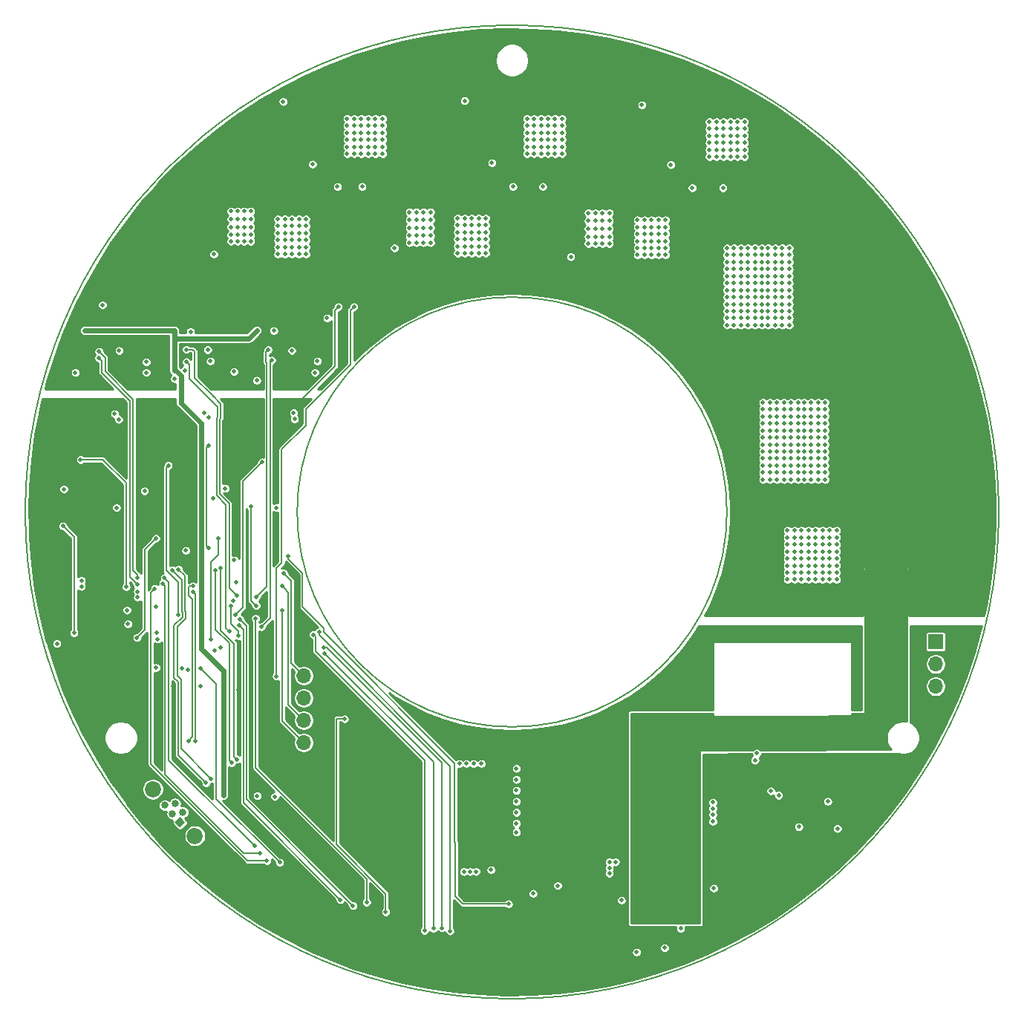
<source format=gbr>
%TF.GenerationSoftware,KiCad,Pcbnew,5.1.6+dfsg1-1*%
%TF.CreationDate,2021-01-25T10:35:49+01:00*%
%TF.ProjectId,gesc,67657363-2e6b-4696-9361-645f70636258,rev?*%
%TF.SameCoordinates,Original*%
%TF.FileFunction,Copper,L3,Inr*%
%TF.FilePolarity,Positive*%
%FSLAX46Y46*%
G04 Gerber Fmt 4.6, Leading zero omitted, Abs format (unit mm)*
G04 Created by KiCad (PCBNEW 5.1.6+dfsg1-1) date 2021-01-25 10:35:49*
%MOMM*%
%LPD*%
G01*
G04 APERTURE LIST*
%TA.AperFunction,Profile*%
%ADD10C,0.200000*%
%TD*%
%TA.AperFunction,ViaPad*%
%ADD11R,1.700000X1.700000*%
%TD*%
%TA.AperFunction,ViaPad*%
%ADD12O,1.700000X1.700000*%
%TD*%
%TA.AperFunction,ViaPad*%
%ADD13C,1.850000*%
%TD*%
%TA.AperFunction,ViaPad*%
%ADD14C,0.840000*%
%TD*%
%TA.AperFunction,ViaPad*%
%ADD15C,0.100000*%
%TD*%
%TA.AperFunction,ViaPad*%
%ADD16C,0.500000*%
%TD*%
%TA.AperFunction,Conductor*%
%ADD17C,0.150000*%
%TD*%
%TA.AperFunction,Conductor*%
%ADD18C,0.200000*%
%TD*%
%TA.AperFunction,Conductor*%
%ADD19C,0.600000*%
%TD*%
%TA.AperFunction,Conductor*%
%ADD20C,0.254000*%
%TD*%
G04 APERTURE END LIST*
D10*
X155499800Y-99999800D02*
G75*
G03*
X155499800Y-99999800I-55500000J0D01*
G01*
X124500000Y-100000000D02*
G75*
G03*
X124500000Y-100000000I-24500000J0D01*
G01*
D11*
X148299800Y-114799800D03*
D12*
X148299800Y-117339800D03*
X148299800Y-119879800D03*
X76249800Y-126284800D03*
X76249800Y-123744800D03*
X76249800Y-121204800D03*
X76249800Y-118664800D03*
D11*
X76249800Y-116124800D03*
D13*
X59051280Y-131604760D03*
X63835564Y-136918246D03*
D14*
X60410060Y-133442623D03*
X61588140Y-133256537D03*
X61279930Y-134408712D03*
X62458010Y-134222625D03*
%TA.AperFunction,ViaPad*%
D15*
G36*
X62742956Y-135405886D02*
G01*
X62118714Y-135967956D01*
X61556644Y-135343714D01*
X62180886Y-134781644D01*
X62742956Y-135405886D01*
G37*
%TD.AperFunction*%
D16*
X74489800Y-104999800D03*
X99599800Y-144689800D03*
X62799800Y-104399800D03*
X96499800Y-128699800D03*
X95599800Y-128699800D03*
X94799800Y-128699800D03*
X93999800Y-128699800D03*
X117399800Y-149699778D03*
X110299800Y-66799800D03*
X110299800Y-65899800D03*
X111099800Y-65899800D03*
X110299800Y-68599800D03*
X111099800Y-68599800D03*
X111099800Y-66799800D03*
X110299800Y-67699800D03*
X111099800Y-67699800D03*
X89899800Y-67599800D03*
X89899800Y-66699800D03*
X89899800Y-68499800D03*
X90699800Y-67599800D03*
X90699800Y-65799800D03*
X89899800Y-65799800D03*
X90699800Y-68499800D03*
X90699800Y-66699800D03*
X70199800Y-68399800D03*
X70199800Y-67499800D03*
X70199800Y-65699800D03*
X70199800Y-66599800D03*
X131399800Y-102099800D03*
X132199800Y-102099800D03*
X132999800Y-102099800D03*
X133799800Y-102099800D03*
X134599800Y-102099800D03*
X135399800Y-102099800D03*
X136199800Y-102099800D03*
X136999800Y-102099800D03*
X131399800Y-102899800D03*
X132199800Y-102899800D03*
X132999800Y-102899800D03*
X133799800Y-102899800D03*
X134599800Y-102899800D03*
X135399800Y-102899800D03*
X136199800Y-102899800D03*
X136999800Y-102899800D03*
X131399800Y-103699800D03*
X132199800Y-103699800D03*
X132999800Y-103699800D03*
X133799800Y-103699800D03*
X134599800Y-103699800D03*
X135399800Y-103699800D03*
X136199800Y-103699800D03*
X136999800Y-103699800D03*
X131399800Y-104499800D03*
X132199800Y-104499800D03*
X132999800Y-104499800D03*
X133799800Y-104499800D03*
X134599800Y-104499800D03*
X135399800Y-104499800D03*
X136199800Y-104499800D03*
X136999800Y-104499800D03*
X131399800Y-105299800D03*
X132199800Y-105299800D03*
X132999800Y-105299800D03*
X133799800Y-105299800D03*
X134599800Y-105299800D03*
X135399800Y-105299800D03*
X136199800Y-105299800D03*
X136999800Y-105299800D03*
X131399800Y-106099800D03*
X132199800Y-106099800D03*
X132999800Y-106099800D03*
X133799800Y-106099800D03*
X134599800Y-106099800D03*
X135399800Y-106099800D03*
X136199800Y-106099800D03*
X136999800Y-106099800D03*
X131399800Y-106899800D03*
X132199800Y-106899800D03*
X132999800Y-106899800D03*
X133799800Y-106899800D03*
X134599800Y-106899800D03*
X135399800Y-106899800D03*
X136199800Y-106899800D03*
X136999800Y-106899800D03*
X131399800Y-107699800D03*
X132199800Y-107699800D03*
X132999800Y-107699800D03*
X133799800Y-107699800D03*
X134599800Y-107699800D03*
X135399800Y-107699800D03*
X136199800Y-107699800D03*
X136999800Y-107699800D03*
X131799800Y-87499800D03*
X128599800Y-88299800D03*
X128599800Y-89099800D03*
X132599800Y-89099800D03*
X132599800Y-88299800D03*
X130999800Y-88299800D03*
X130999800Y-87499800D03*
X131799800Y-88299800D03*
X130199800Y-89099800D03*
X130199800Y-88299800D03*
X129399800Y-89099800D03*
X132599800Y-87499800D03*
X130999800Y-89099800D03*
X129399800Y-87499800D03*
X129399800Y-88299800D03*
X130199800Y-87499800D03*
X128599800Y-87499800D03*
X131799800Y-89099800D03*
X130199800Y-89899800D03*
X131799800Y-91499800D03*
X130999800Y-89899800D03*
X130199800Y-90699800D03*
X129399800Y-91499800D03*
X132599800Y-89899800D03*
X128599800Y-91499800D03*
X131799800Y-89899800D03*
X128599800Y-90699800D03*
X132599800Y-90699800D03*
X132599800Y-91499800D03*
X129399800Y-89899800D03*
X130199800Y-91499800D03*
X128599800Y-89899800D03*
X129399800Y-90699800D03*
X131799800Y-90699800D03*
X130999800Y-90699800D03*
X130999800Y-91499800D03*
X69449800Y-68399800D03*
X69449800Y-67499800D03*
X69449800Y-65699800D03*
X69449800Y-66599800D03*
X68699800Y-68399800D03*
X68699800Y-67499800D03*
X68699800Y-65699800D03*
X68699800Y-66599800D03*
X67949800Y-67499800D03*
X67949800Y-65699800D03*
X67949800Y-68399800D03*
X67949800Y-66599800D03*
X70199800Y-69149800D03*
X68699800Y-69149800D03*
X69449800Y-69149800D03*
X67949800Y-69149800D03*
X89899800Y-69299800D03*
X90699800Y-69299800D03*
X88299800Y-67599800D03*
X88299800Y-66699800D03*
X88299800Y-68499800D03*
X89099800Y-67599800D03*
X89099800Y-65799800D03*
X88299800Y-65799800D03*
X89099800Y-68499800D03*
X89099800Y-66699800D03*
X88299800Y-69299800D03*
X89099800Y-69299800D03*
X108699800Y-66799800D03*
X108699800Y-65899800D03*
X109499800Y-65899800D03*
X108699800Y-68599800D03*
X109499800Y-68599800D03*
X109499800Y-66799800D03*
X108699800Y-67699800D03*
X109499800Y-67699800D03*
X110299800Y-69399800D03*
X111099800Y-69399800D03*
X108699800Y-69399800D03*
X109499800Y-69399800D03*
X50199800Y-84099800D03*
X131799800Y-92299800D03*
X132599800Y-93899800D03*
X132599800Y-93099800D03*
X130999800Y-93099800D03*
X130999800Y-92299800D03*
X131799800Y-93099800D03*
X130199800Y-93899800D03*
X130199800Y-93099800D03*
X129399800Y-93899800D03*
X132599800Y-92299800D03*
X130999800Y-93899800D03*
X130199800Y-92299800D03*
X131799800Y-93899800D03*
X128599800Y-93099800D03*
X128599800Y-93899800D03*
X129399800Y-92299800D03*
X129399800Y-93099800D03*
X128599800Y-92299800D03*
X130199800Y-94699800D03*
X131799800Y-96299800D03*
X130999800Y-94699800D03*
X130199800Y-95499800D03*
X129399800Y-96299800D03*
X132599800Y-94699800D03*
X128599800Y-96299800D03*
X131799800Y-94699800D03*
X128599800Y-95499800D03*
X132599800Y-95499800D03*
X132599800Y-96299800D03*
X129399800Y-94699800D03*
X130199800Y-96299800D03*
X128599800Y-94699800D03*
X129399800Y-95499800D03*
X131799800Y-95499800D03*
X130999800Y-95499800D03*
X130999800Y-96299800D03*
X134099800Y-87499800D03*
X134899800Y-89099800D03*
X134899800Y-88299800D03*
X133299800Y-88299800D03*
X133299800Y-87499800D03*
X134099800Y-88299800D03*
X133299800Y-89099800D03*
X134099800Y-89099800D03*
X134099800Y-91499800D03*
X133299800Y-89899800D03*
X134899800Y-89899800D03*
X134099800Y-89899800D03*
X134899800Y-90699800D03*
X134899800Y-91499800D03*
X134099800Y-90699800D03*
X133299800Y-90699800D03*
X133299800Y-91499800D03*
X134099800Y-93899800D03*
X134099800Y-94699800D03*
X133299800Y-93099800D03*
X133299800Y-92299800D03*
X134099800Y-95499800D03*
X134899800Y-93099800D03*
X134899800Y-96299800D03*
X134099800Y-96299800D03*
X134099800Y-93099800D03*
X133299800Y-93899800D03*
X133299800Y-96299800D03*
X134899800Y-94699800D03*
X133299800Y-94699800D03*
X133299800Y-95499800D03*
X134899800Y-95499800D03*
X134899800Y-92299800D03*
X134899800Y-93899800D03*
X134099800Y-92299800D03*
X135699800Y-89899800D03*
X135699800Y-95499800D03*
X135699800Y-93099800D03*
X135699800Y-91499800D03*
X135699800Y-92299800D03*
X135699800Y-93899800D03*
X135699800Y-90699800D03*
X135699800Y-96299800D03*
X135699800Y-94699800D03*
X135699800Y-88299800D03*
X135699800Y-89099800D03*
X135699800Y-87499800D03*
X134899800Y-87499800D03*
X122899800Y-133099800D03*
X122899800Y-133799800D03*
X122899800Y-134499800D03*
X122899800Y-135299800D03*
X95899800Y-140999800D03*
X95199800Y-140999800D03*
X94499800Y-140999800D03*
X124499800Y-77899800D03*
X128499800Y-77899800D03*
X128499800Y-78699800D03*
X125299800Y-77099800D03*
X126099800Y-78699800D03*
X124499800Y-77099800D03*
X125299800Y-77899800D03*
X127699800Y-77899800D03*
X126899800Y-77899800D03*
X126899800Y-78699800D03*
X129999800Y-69899800D03*
X130799800Y-71499800D03*
X130799800Y-70699800D03*
X129199800Y-70699800D03*
X129199800Y-69899800D03*
X129999800Y-70699800D03*
X129199800Y-71499800D03*
X129999800Y-71499800D03*
X129999800Y-73899800D03*
X129199800Y-72299800D03*
X130799800Y-72299800D03*
X129999800Y-72299800D03*
X130799800Y-73099800D03*
X130799800Y-73899800D03*
X129999800Y-73099800D03*
X129199800Y-73099800D03*
X129199800Y-73899800D03*
X129999800Y-76299800D03*
X129999800Y-77099800D03*
X129199800Y-75499800D03*
X129199800Y-74699800D03*
X129999800Y-77899800D03*
X130799800Y-75499800D03*
X130799800Y-78699800D03*
X129999800Y-78699800D03*
X129999800Y-75499800D03*
X129199800Y-76299800D03*
X129199800Y-78699800D03*
X130799800Y-77099800D03*
X129199800Y-77099800D03*
X129199800Y-77899800D03*
X130799800Y-77899800D03*
X130799800Y-74699800D03*
X130799800Y-76299800D03*
X129999800Y-74699800D03*
X131599800Y-72299800D03*
X131599800Y-77899800D03*
X131599800Y-75499800D03*
X131599800Y-73899800D03*
X131599800Y-74699800D03*
X131599800Y-76299800D03*
X131599800Y-73099800D03*
X131599800Y-78699800D03*
X131599800Y-77099800D03*
X131599800Y-70699800D03*
X131599800Y-71499800D03*
X131599800Y-69899800D03*
X130799800Y-69899800D03*
X127699800Y-74699800D03*
X128499800Y-76299800D03*
X128499800Y-75499800D03*
X126899800Y-75499800D03*
X126899800Y-74699800D03*
X127699800Y-75499800D03*
X126099800Y-76299800D03*
X126099800Y-75499800D03*
X125299800Y-76299800D03*
X128499800Y-74699800D03*
X126899800Y-76299800D03*
X126099800Y-74699800D03*
X127699800Y-76299800D03*
X124499800Y-75499800D03*
X124499800Y-76299800D03*
X125299800Y-74699800D03*
X125299800Y-75499800D03*
X124499800Y-74699800D03*
X126099800Y-77099800D03*
X127699800Y-78699800D03*
X126899800Y-77099800D03*
X126099800Y-77899800D03*
X125299800Y-78699800D03*
X128499800Y-77099800D03*
X124499800Y-78699800D03*
X127699800Y-77099800D03*
X127699800Y-69899800D03*
X124499800Y-70699800D03*
X124499800Y-71499800D03*
X128499800Y-71499800D03*
X128499800Y-70699800D03*
X126899800Y-70699800D03*
X126899800Y-69899800D03*
X127699800Y-70699800D03*
X126099800Y-71499800D03*
X126099800Y-70699800D03*
X125299800Y-71499800D03*
X128499800Y-69899800D03*
X126899800Y-71499800D03*
X125299800Y-69899800D03*
X125299800Y-70699800D03*
X126099800Y-69899800D03*
X124499800Y-69899800D03*
X127699800Y-71499800D03*
X126099800Y-72299800D03*
X127699800Y-73899800D03*
X126899800Y-72299800D03*
X126099800Y-73099800D03*
X125299800Y-73899800D03*
X128499800Y-72299800D03*
X124499800Y-73899800D03*
X127699800Y-72299800D03*
X124499800Y-73099800D03*
X128499800Y-73099800D03*
X128499800Y-73899800D03*
X125299800Y-72299800D03*
X126099800Y-73899800D03*
X124499800Y-72299800D03*
X125299800Y-73099800D03*
X127699800Y-73099800D03*
X126899800Y-73099800D03*
X126899800Y-73899800D03*
X111099800Y-141199800D03*
X111799800Y-139899800D03*
X111099800Y-139899800D03*
X111099800Y-140599800D03*
X63337307Y-79437307D03*
X53299800Y-76399800D03*
X70899800Y-84999800D03*
X62703131Y-83832452D03*
X61499799Y-84799801D03*
X78899800Y-77899800D03*
X72837300Y-79337300D03*
X85599800Y-145599800D03*
X64469800Y-119849800D03*
X80899800Y-123599800D03*
X50899800Y-107799800D03*
X57299790Y-109069891D03*
X73799800Y-111199800D03*
X59381064Y-110818532D03*
X53874200Y-98374200D03*
X63599800Y-102999800D03*
X59779800Y-123219800D03*
X54059800Y-104099800D03*
X54999800Y-116409800D03*
X74699800Y-143429800D03*
X79849800Y-141769800D03*
X82149800Y-142569800D03*
X84409800Y-143389800D03*
X86759800Y-144669800D03*
X84789800Y-148049800D03*
X95939800Y-150359800D03*
X101959800Y-152399800D03*
X83899800Y-132399800D03*
X84649800Y-132399800D03*
X84649800Y-131399800D03*
X83899800Y-131399800D03*
X84649800Y-130399800D03*
X83899800Y-130399800D03*
X84649800Y-129399800D03*
X83899800Y-129399800D03*
X61799800Y-98299800D03*
X133999800Y-134599800D03*
X73099808Y-98399800D03*
X72974821Y-105824790D03*
X80199800Y-76599800D03*
X47199800Y-93199800D03*
X51265807Y-92006000D03*
X61099800Y-92299800D03*
X55799800Y-91999800D03*
X69074800Y-92124802D03*
X75599800Y-87599800D03*
X75399800Y-132399800D03*
X86299800Y-137399800D03*
X98299800Y-130799800D03*
X135999800Y-128699800D03*
X72924821Y-91399800D03*
X61374790Y-119879800D03*
X68824779Y-120249800D03*
X68824779Y-132399800D03*
X55999790Y-108529800D03*
X50799800Y-94037300D03*
X56099800Y-111199800D03*
X60799800Y-94693600D03*
X61899800Y-111724810D03*
X56199800Y-112769800D03*
X71499800Y-94299800D03*
X68479901Y-111703522D03*
X73129300Y-118729300D03*
X81974800Y-76599800D03*
X59417749Y-117749800D03*
X83419800Y-144499800D03*
X70762709Y-112118819D03*
X81859800Y-144879800D03*
X68957924Y-112214903D03*
X80409800Y-144199800D03*
X68845267Y-112905790D03*
X92929800Y-147789800D03*
X77990525Y-113693056D03*
X66731598Y-115416343D03*
X91989800Y-147429800D03*
X78506066Y-115443534D03*
X62369809Y-117819798D03*
X91029800Y-147479800D03*
X78654518Y-116127624D03*
X63050918Y-117981372D03*
X90019800Y-147709800D03*
X66126821Y-115768852D03*
X77349800Y-113974991D03*
X70629800Y-138099800D03*
X60358786Y-107519531D03*
X71239800Y-138879800D03*
X60199800Y-108149800D03*
X72049802Y-139769800D03*
X59265918Y-108723441D03*
X68324779Y-105499800D03*
X73949800Y-106949800D03*
X68524779Y-107999800D03*
X73770212Y-108439388D03*
X127699800Y-128299800D03*
X63089800Y-126119800D03*
X63599800Y-108449787D03*
X63869800Y-126159800D03*
X63599800Y-109099800D03*
X73509800Y-139949800D03*
X64489800Y-117849800D03*
X52899800Y-81699800D03*
X57299800Y-107499800D03*
X68206723Y-110084064D03*
X62864800Y-81464800D03*
X68656805Y-109547927D03*
X70824790Y-109698896D03*
X72199800Y-81499800D03*
X81199800Y-59149800D03*
X82799800Y-57549800D03*
X81199800Y-58349800D03*
X84399800Y-55149800D03*
X84399800Y-56749800D03*
X84399800Y-58349800D03*
X81199800Y-57549800D03*
X82799800Y-56749800D03*
X81199800Y-55949800D03*
X81999800Y-57549800D03*
X81999800Y-56749800D03*
X81999800Y-58349800D03*
X82799800Y-55149800D03*
X84399800Y-57549800D03*
X82799800Y-59149800D03*
X81199800Y-56749800D03*
X81999800Y-59149800D03*
X83599800Y-59149800D03*
X81999800Y-55149800D03*
X83599800Y-55949800D03*
X83599800Y-55149800D03*
X81999800Y-55949800D03*
X82799800Y-55949800D03*
X83599800Y-57549800D03*
X84399800Y-59149800D03*
X82799800Y-58349800D03*
X83599800Y-56749800D03*
X81199800Y-55149800D03*
X83599800Y-58349800D03*
X84399800Y-55949800D03*
X85249800Y-55149800D03*
X85249800Y-59149800D03*
X85249800Y-55949800D03*
X85249800Y-57549800D03*
X85249800Y-56749800D03*
X85249800Y-58349800D03*
X55149798Y-89449802D03*
X82899800Y-62899800D03*
X105699800Y-56749800D03*
X104899800Y-58349800D03*
X104899800Y-57549800D03*
X101699800Y-59149800D03*
X101699800Y-56749800D03*
X105699800Y-59149800D03*
X101699800Y-57549800D03*
X104099800Y-56749800D03*
X104099800Y-59149800D03*
X102499800Y-56749800D03*
X104099800Y-55949800D03*
X104899800Y-55149800D03*
X103299800Y-55149800D03*
X103299800Y-55949800D03*
X101699800Y-58349800D03*
X104099800Y-58349800D03*
X102499800Y-59149800D03*
X104099800Y-57549800D03*
X101699800Y-55149800D03*
X105699800Y-55949800D03*
X104899800Y-59149800D03*
X104899800Y-55949800D03*
X103299800Y-57549800D03*
X102499800Y-57549800D03*
X102499800Y-58349800D03*
X102499800Y-55149800D03*
X104899800Y-56749800D03*
X104099800Y-55149800D03*
X105699800Y-57549800D03*
X103299800Y-58349800D03*
X102499800Y-55949800D03*
X105699800Y-58349800D03*
X101699800Y-55949800D03*
X103299800Y-56749800D03*
X103299800Y-59149800D03*
X105699800Y-55149800D03*
X103499800Y-62899800D03*
X65399800Y-89199800D03*
X66189800Y-106648331D03*
X67999800Y-128599800D03*
X130399800Y-132299800D03*
X68599800Y-128199800D03*
X66799800Y-106399800D03*
X129499800Y-131799800D03*
X65399810Y-104083186D03*
X65399800Y-92399800D03*
X124899800Y-55499800D03*
X123299800Y-57899800D03*
X126499800Y-57899800D03*
X122499800Y-58699800D03*
X125699800Y-55499800D03*
X126499800Y-55499800D03*
X123299800Y-59499800D03*
X124099800Y-59499800D03*
X124899800Y-59499800D03*
X125699800Y-59499800D03*
X126499800Y-59499800D03*
X122499800Y-57099800D03*
X123299800Y-57099800D03*
X124099800Y-57099800D03*
X124899800Y-57099800D03*
X122499800Y-57899800D03*
X124099800Y-57899800D03*
X124899800Y-57899800D03*
X125699800Y-57899800D03*
X122499800Y-56299800D03*
X126499800Y-58699800D03*
X122499800Y-59499800D03*
X123299800Y-58699800D03*
X124099800Y-58699800D03*
X124899800Y-58699800D03*
X125699800Y-58699800D03*
X125699800Y-56299800D03*
X126499800Y-56299800D03*
X123299800Y-55499800D03*
X122499800Y-55499800D03*
X123299800Y-56299800D03*
X124099800Y-56299800D03*
X124899800Y-56299800D03*
X124099800Y-55499800D03*
X125699800Y-57099800D03*
X126499800Y-57099800D03*
X75199800Y-89399800D03*
X124049800Y-63049800D03*
X146999800Y-101899800D03*
X147799800Y-107499800D03*
X148599800Y-107499800D03*
X149399800Y-107499800D03*
X150199800Y-107499800D03*
X147799800Y-102699800D03*
X146199800Y-105099800D03*
X145399800Y-101899800D03*
X147799800Y-101899800D03*
X144599800Y-101899800D03*
X148599800Y-101899800D03*
X149399800Y-105099800D03*
X150199800Y-105099800D03*
X144599800Y-105899800D03*
X145399800Y-105899800D03*
X148599800Y-102699800D03*
X149399800Y-102699800D03*
X146199800Y-106699800D03*
X146999800Y-106699800D03*
X147799800Y-106699800D03*
X148599800Y-106699800D03*
X149399800Y-106699800D03*
X145399800Y-104299800D03*
X146199800Y-104299800D03*
X146999800Y-104299800D03*
X147799800Y-104299800D03*
X145399800Y-105099800D03*
X146999800Y-105099800D03*
X147799800Y-105099800D03*
X148599800Y-105099800D03*
X144599800Y-103499800D03*
X145399800Y-103499800D03*
X144599800Y-102699800D03*
X149399800Y-105899800D03*
X150199800Y-105899800D03*
X144599800Y-106699800D03*
X145399800Y-106699800D03*
X150199800Y-106699800D03*
X144599800Y-107499800D03*
X145399800Y-107499800D03*
X146199800Y-107499800D03*
X146999800Y-107499800D03*
X146199800Y-105899800D03*
X146999800Y-105899800D03*
X147799800Y-105899800D03*
X148599800Y-105899800D03*
X148599800Y-103499800D03*
X149399800Y-103499800D03*
X150199800Y-103499800D03*
X144599800Y-104299800D03*
X146199800Y-102699800D03*
X145399800Y-102699800D03*
X149399800Y-101899800D03*
X146199800Y-103499800D03*
X146999800Y-103499800D03*
X147799800Y-103499800D03*
X146999800Y-102699800D03*
X146199800Y-101899800D03*
X148599800Y-104299800D03*
X149399800Y-104299800D03*
X150199800Y-104299800D03*
X144599800Y-105099800D03*
X150199800Y-101899800D03*
X150199800Y-102699800D03*
X118999800Y-144249800D03*
X118249800Y-144249800D03*
X117499800Y-144249800D03*
X113749800Y-144249800D03*
X114499800Y-144249800D03*
X115249800Y-144249800D03*
X115999800Y-144249800D03*
X116749800Y-144249800D03*
X121249800Y-144249800D03*
X120499800Y-144249800D03*
X119749800Y-144249800D03*
X135999800Y-132999800D03*
X109899800Y-55699800D03*
X109899800Y-56599800D03*
X109899800Y-58399800D03*
X110799800Y-58399800D03*
X110799800Y-55699800D03*
X110799800Y-59299800D03*
X109899800Y-57499800D03*
X110799800Y-57499800D03*
X110799800Y-56599800D03*
X109899800Y-59299800D03*
X90799800Y-59099800D03*
X89899800Y-56399800D03*
X89899800Y-59099800D03*
X89899800Y-55499800D03*
X90799800Y-57299800D03*
X90799800Y-56399800D03*
X89899800Y-57299800D03*
X89899800Y-58199800D03*
X90799800Y-55499800D03*
X90799800Y-58199800D03*
X69299800Y-56399800D03*
X69299800Y-55499800D03*
X69299800Y-59099800D03*
X70199800Y-58199800D03*
X70199800Y-59099800D03*
X70199800Y-57299800D03*
X69299800Y-57299800D03*
X70199800Y-55499800D03*
X69299800Y-58199800D03*
X70199800Y-56399800D03*
X113199800Y-56299800D03*
X113999800Y-59499800D03*
X115599800Y-57899800D03*
X116399800Y-58699800D03*
X113999800Y-55499800D03*
X114799800Y-58699800D03*
X115599800Y-57099800D03*
X114799800Y-55499800D03*
X115599800Y-56299800D03*
X113199800Y-55499800D03*
X113199800Y-57099800D03*
X114799800Y-56299800D03*
X115599800Y-59499800D03*
X116399800Y-55499800D03*
X114799800Y-57099800D03*
X113999800Y-58699800D03*
X113999800Y-57899800D03*
X116399800Y-59499800D03*
X116399800Y-56299800D03*
X115599800Y-58699800D03*
X113999800Y-56299800D03*
X113199800Y-57899800D03*
X114799800Y-57899800D03*
X115599800Y-55499800D03*
X116399800Y-57899800D03*
X114799800Y-59499800D03*
X113199800Y-59499800D03*
X116399800Y-57099800D03*
X113199800Y-58699800D03*
X113999800Y-57099800D03*
X94499800Y-55299800D03*
X92899800Y-56099800D03*
X93699800Y-55299800D03*
X92899800Y-56899800D03*
X94499800Y-56899800D03*
X96099800Y-55299800D03*
X92899800Y-59299800D03*
X96099800Y-59299800D03*
X96099800Y-57699800D03*
X92899800Y-57699800D03*
X93699800Y-59299800D03*
X95299800Y-56099800D03*
X95299800Y-58499800D03*
X96099800Y-56899800D03*
X95299800Y-56899800D03*
X93699800Y-56899800D03*
X95299800Y-57699800D03*
X93699800Y-57699800D03*
X94499800Y-58499800D03*
X94499800Y-57699800D03*
X95299800Y-59299800D03*
X93699800Y-56099800D03*
X94499800Y-56099800D03*
X92899800Y-58499800D03*
X96099800Y-56099800D03*
X93699800Y-58499800D03*
X95299800Y-55299800D03*
X94499800Y-59299800D03*
X96099800Y-58499800D03*
X92899800Y-55299800D03*
X74799800Y-59399800D03*
X72399800Y-56199800D03*
X73199800Y-55399800D03*
X73199800Y-57799800D03*
X75599800Y-56999800D03*
X73199800Y-56999800D03*
X75599800Y-58599800D03*
X72399800Y-58599800D03*
X75599800Y-55399800D03*
X72399800Y-57799800D03*
X73999800Y-59399800D03*
X74799800Y-57799800D03*
X75599800Y-59399800D03*
X73199800Y-58599800D03*
X72399800Y-55399800D03*
X73999800Y-57799800D03*
X72399800Y-56999800D03*
X73999800Y-55399800D03*
X74799800Y-58599800D03*
X73199800Y-59399800D03*
X74799800Y-56199800D03*
X73999800Y-58599800D03*
X73999800Y-56199800D03*
X73199800Y-56199800D03*
X74799800Y-55399800D03*
X74799800Y-56999800D03*
X75599800Y-57799800D03*
X75599800Y-56199800D03*
X73999800Y-56999800D03*
X72399800Y-59399800D03*
X144299800Y-91399800D03*
X144299800Y-89799800D03*
X145099800Y-89799800D03*
X141899800Y-90599800D03*
X143499800Y-91399800D03*
X145099800Y-91399800D03*
X141899800Y-89799800D03*
X141099800Y-90599800D03*
X145099800Y-90599800D03*
X143499800Y-90599800D03*
X143499800Y-89799800D03*
X144299800Y-90599800D03*
X142699800Y-91399800D03*
X141099800Y-89799800D03*
X141899800Y-91399800D03*
X141099800Y-91399800D03*
X142699800Y-90599800D03*
X142699800Y-89799800D03*
X142699800Y-93799800D03*
X145099800Y-92999800D03*
X141899800Y-93799800D03*
X144299800Y-92199800D03*
X141099800Y-92199800D03*
X141899800Y-92199800D03*
X144299800Y-92999800D03*
X143499800Y-92999800D03*
X141899800Y-92999800D03*
X143499800Y-93799800D03*
X142699800Y-92999800D03*
X141099800Y-92999800D03*
X143499800Y-92199800D03*
X145099800Y-92199800D03*
X141099800Y-93799800D03*
X144299800Y-93799800D03*
X142699800Y-92199800D03*
X145099800Y-93799800D03*
X144299800Y-95499800D03*
X141899800Y-96299800D03*
X141899800Y-95499800D03*
X141899800Y-94699800D03*
X141099800Y-94699800D03*
X141099800Y-96299800D03*
X144299800Y-96299800D03*
X143499800Y-96299800D03*
X145099800Y-95499800D03*
X143499800Y-94699800D03*
X141099800Y-95499800D03*
X145099800Y-94699800D03*
X142699800Y-94699800D03*
X145099800Y-96299800D03*
X143499800Y-95499800D03*
X142699800Y-95499800D03*
X144299800Y-94699800D03*
X142699800Y-96299800D03*
X141099800Y-88199800D03*
X143499800Y-88999800D03*
X141899800Y-88199800D03*
X144299800Y-88999800D03*
X144299800Y-88199800D03*
X141899800Y-88999800D03*
X142699800Y-88199800D03*
X143499800Y-88199800D03*
X141099800Y-88999800D03*
X142699800Y-88999800D03*
X145099800Y-88999800D03*
X145099800Y-88199800D03*
X142699800Y-87399800D03*
X141899800Y-87399800D03*
X141099800Y-87399800D03*
X144299800Y-87399800D03*
X145099800Y-87399800D03*
X143499800Y-87399800D03*
X147499800Y-94699800D03*
X146699800Y-90599800D03*
X147499800Y-93799800D03*
X148299800Y-92999800D03*
X147499800Y-96299800D03*
X148299800Y-92199800D03*
X148299800Y-91399800D03*
X146699800Y-96299800D03*
X147499800Y-90599800D03*
X147499800Y-87399800D03*
X148299800Y-87399800D03*
X147499800Y-89799800D03*
X146699800Y-88999800D03*
X145899800Y-88199800D03*
X145899800Y-94699800D03*
X146699800Y-95499800D03*
X145899800Y-89799800D03*
X146699800Y-89799800D03*
X146699800Y-93799800D03*
X146699800Y-92999800D03*
X145899800Y-92999800D03*
X147499800Y-95499800D03*
X148299800Y-95499800D03*
X147499800Y-92199800D03*
X148299800Y-93799800D03*
X146699800Y-91399800D03*
X146699800Y-94699800D03*
X148299800Y-96299800D03*
X147499800Y-92999800D03*
X145899800Y-95499800D03*
X145899800Y-93799800D03*
X145899800Y-96299800D03*
X145899800Y-90599800D03*
X146699800Y-92199800D03*
X148299800Y-94699800D03*
X148299800Y-90599800D03*
X145899800Y-92199800D03*
X145899800Y-91399800D03*
X145899800Y-87399800D03*
X148299800Y-89799800D03*
X147499800Y-88999800D03*
X147499800Y-88199800D03*
X147499800Y-91399800D03*
X145899800Y-88999800D03*
X148299800Y-88999800D03*
X148299800Y-88199800D03*
X146699800Y-87399800D03*
X146699800Y-88199800D03*
X137799800Y-69899800D03*
X144199800Y-76299800D03*
X136999800Y-72299800D03*
X141799800Y-72299800D03*
X140199800Y-77199800D03*
X139399800Y-73099800D03*
X142599800Y-78799800D03*
X140199800Y-76299800D03*
X137799800Y-72299800D03*
X140999800Y-75499800D03*
X143399800Y-72299800D03*
X140199800Y-78799800D03*
X140999800Y-74699800D03*
X140999800Y-73899800D03*
X136999800Y-78799800D03*
X139399800Y-78799800D03*
X140199800Y-73099800D03*
X143399800Y-70699800D03*
X140199800Y-69899800D03*
X142599800Y-71499800D03*
X140999800Y-69899800D03*
X142599800Y-74699800D03*
X144199800Y-72299800D03*
X143399800Y-77199800D03*
X141799800Y-76299800D03*
X144199800Y-77199800D03*
X143399800Y-74699800D03*
X140199800Y-72299800D03*
X139399800Y-71499800D03*
X143399800Y-71499800D03*
X137799800Y-73099800D03*
X141799800Y-73099800D03*
X143399800Y-73099800D03*
X143399800Y-77999800D03*
X141799800Y-78799800D03*
X143399800Y-76299800D03*
X142599800Y-72299800D03*
X142599800Y-77999800D03*
X141799800Y-71499800D03*
X141799800Y-74699800D03*
X138599800Y-70699800D03*
X142599800Y-73899800D03*
X144199800Y-78799800D03*
X138599800Y-77199800D03*
X139399800Y-77999800D03*
X138599800Y-72299800D03*
X136999800Y-77999800D03*
X139399800Y-72299800D03*
X136999800Y-75499800D03*
X139399800Y-76299800D03*
X137799800Y-74699800D03*
X144199800Y-73899800D03*
X139399800Y-75499800D03*
X138599800Y-75499800D03*
X140199800Y-77999800D03*
X140999800Y-77999800D03*
X136999800Y-77199800D03*
X136999800Y-73899800D03*
X140199800Y-74699800D03*
X140999800Y-76299800D03*
X137799800Y-76299800D03*
X139399800Y-73899800D03*
X137799800Y-77199800D03*
X139399800Y-77199800D03*
X136999800Y-76299800D03*
X137799800Y-77999800D03*
X140999800Y-78799800D03*
X137799800Y-78799800D03*
X140199800Y-75499800D03*
X138599800Y-77999800D03*
X138599800Y-76299800D03*
X136999800Y-74699800D03*
X137799800Y-70699800D03*
X137799800Y-75499800D03*
X138599800Y-78799800D03*
X136999800Y-73099800D03*
X138599800Y-73099800D03*
X139399800Y-74699800D03*
X137799800Y-73899800D03*
X140999800Y-77199800D03*
X140999800Y-73099800D03*
X141799800Y-69899800D03*
X138599800Y-74699800D03*
X144199800Y-74699800D03*
X138599800Y-73899800D03*
X141799800Y-70699800D03*
X136999800Y-70699800D03*
X144199800Y-75499800D03*
X138599800Y-69899800D03*
X142599800Y-77199800D03*
X144199800Y-69899800D03*
X140999800Y-72299800D03*
X143399800Y-75499800D03*
X144199800Y-77999800D03*
X142599800Y-75499800D03*
X140199800Y-71499800D03*
X143399800Y-78799800D03*
X142599800Y-76299800D03*
X143399800Y-73899800D03*
X136999800Y-71499800D03*
X140199800Y-70699800D03*
X140199800Y-73899800D03*
X143399800Y-69899800D03*
X138599800Y-71499800D03*
X137799800Y-71499800D03*
X141799800Y-73899800D03*
X140999800Y-71499800D03*
X142599800Y-73099800D03*
X140999800Y-70699800D03*
X142599800Y-70699800D03*
X141799800Y-77999800D03*
X144199800Y-73099800D03*
X142599800Y-69899800D03*
X141799800Y-77199800D03*
X139399800Y-69899800D03*
X136999800Y-69899800D03*
X139399800Y-70699800D03*
X144199800Y-70699800D03*
X144199800Y-71499800D03*
X141799800Y-75499800D03*
X108199800Y-55699800D03*
X108199800Y-56599800D03*
X108199800Y-58399800D03*
X109099800Y-58399800D03*
X109099800Y-55699800D03*
X109099800Y-59299800D03*
X108199800Y-57499800D03*
X109099800Y-57499800D03*
X109099800Y-56599800D03*
X108199800Y-59299800D03*
X88899800Y-59099800D03*
X87999800Y-56399800D03*
X87999800Y-59099800D03*
X87999800Y-55499800D03*
X88899800Y-57299800D03*
X88899800Y-56399800D03*
X87999800Y-57299800D03*
X87999800Y-58199800D03*
X88899800Y-55499800D03*
X88899800Y-58199800D03*
X67599800Y-56399800D03*
X67599800Y-59099800D03*
X68499800Y-58199800D03*
X68499800Y-59099800D03*
X68499800Y-57299800D03*
X67599800Y-57299800D03*
X68499800Y-55499800D03*
X67599800Y-58199800D03*
X68499800Y-56399800D03*
X139599800Y-126649800D03*
X48099788Y-114999812D03*
X115099800Y-69099800D03*
X116699800Y-66699800D03*
X115099800Y-69899800D03*
X117499800Y-69099800D03*
X114299800Y-66699800D03*
X115899800Y-69099800D03*
X117499800Y-68299800D03*
X116699800Y-67499800D03*
X116699800Y-68299800D03*
X115899800Y-66699800D03*
X115099800Y-70699800D03*
X117499800Y-70699800D03*
X117499800Y-69899800D03*
X115099800Y-67499800D03*
X114299800Y-69899800D03*
X116699800Y-69899800D03*
X114299800Y-70699800D03*
X115899800Y-69899800D03*
X115899800Y-70699800D03*
X114299800Y-67499800D03*
X115899800Y-67499800D03*
X117499800Y-67499800D03*
X114299800Y-69099800D03*
X116699800Y-70699800D03*
X114299800Y-68299800D03*
X115899800Y-68299800D03*
X115099800Y-66699800D03*
X117499800Y-66699800D03*
X115099800Y-68299800D03*
X116699800Y-69099800D03*
X67302780Y-97305696D03*
X118099800Y-60399800D03*
X77799804Y-82799800D03*
X75099800Y-88699800D03*
X120549800Y-63049800D03*
X95399800Y-67299800D03*
X96199800Y-69699800D03*
X96199800Y-68099800D03*
X96999800Y-70499800D03*
X94599800Y-70499800D03*
X96999800Y-66499800D03*
X96999800Y-69699800D03*
X96999800Y-68899800D03*
X95399800Y-70499800D03*
X96199800Y-68899800D03*
X96999800Y-68099800D03*
X95399800Y-68099800D03*
X93799800Y-66499800D03*
X95399800Y-66499800D03*
X94599800Y-67299800D03*
X94599800Y-69699800D03*
X94599800Y-66499800D03*
X93799800Y-69699800D03*
X96199800Y-70499800D03*
X93799800Y-68099800D03*
X96199800Y-67299800D03*
X96199800Y-66499800D03*
X93799800Y-67299800D03*
X93799800Y-70499800D03*
X94599800Y-68099800D03*
X95399800Y-69699800D03*
X93799800Y-68899800D03*
X94599800Y-68899800D03*
X96999800Y-67299800D03*
X95399800Y-68899800D03*
X58099804Y-97599800D03*
X97699800Y-60199800D03*
X100099800Y-62899800D03*
X64860956Y-88676283D03*
X65599800Y-82799802D03*
X76499800Y-68199800D03*
X73299800Y-68199800D03*
X73299800Y-67399800D03*
X76499800Y-69799800D03*
X73299800Y-69799800D03*
X76499800Y-68999800D03*
X74899800Y-70599800D03*
X75699800Y-69799800D03*
X74099800Y-68999800D03*
X75699800Y-67399800D03*
X76499800Y-70599800D03*
X74899800Y-67399800D03*
X73299800Y-70599800D03*
X74899800Y-66599800D03*
X74099800Y-70599800D03*
X75699800Y-68199800D03*
X74099800Y-66599800D03*
X74899800Y-69799800D03*
X74899800Y-68999800D03*
X75699800Y-68999800D03*
X74899800Y-68199800D03*
X74099800Y-69799800D03*
X75699800Y-66599800D03*
X76499800Y-67399800D03*
X75699800Y-70599800D03*
X74099800Y-67399800D03*
X73299800Y-68999800D03*
X73299800Y-66599800D03*
X76499800Y-66599800D03*
X74099800Y-68199800D03*
X48899800Y-97399800D03*
X58299800Y-82899800D03*
X77249809Y-60349809D03*
X80099800Y-62899800D03*
X54699164Y-88799588D03*
X54899796Y-99499800D03*
X70269800Y-99399800D03*
X73099800Y-99499800D03*
X65879799Y-98414816D03*
X70824790Y-110674790D03*
X94599800Y-53099800D03*
X65299800Y-81499800D03*
X100499800Y-136499800D03*
X100499800Y-135499800D03*
X100499800Y-134249800D03*
X100499800Y-132999800D03*
X100499800Y-131749800D03*
X100499800Y-130499800D03*
X100499800Y-129249800D03*
X137099800Y-136099800D03*
X114199800Y-150199802D03*
X67099800Y-132299800D03*
X102399796Y-143499800D03*
X61499800Y-79299812D03*
X51299798Y-79299800D03*
X70899800Y-79299810D03*
X122999800Y-142899800D03*
X97599800Y-140799800D03*
X58299804Y-84099800D03*
X65999800Y-70599800D03*
X73899800Y-53199800D03*
X55199800Y-81599800D03*
X106699844Y-70899800D03*
X77528513Y-84104800D03*
X114799800Y-53599800D03*
X74899800Y-81599800D03*
X65689800Y-114484800D03*
X59599800Y-114484800D03*
X66499780Y-102974924D03*
X59399800Y-102999800D03*
X57239800Y-114319800D03*
X48799800Y-101599806D03*
X59469804Y-113779804D03*
X50049800Y-113779800D03*
X86599800Y-69899800D03*
X68299804Y-83999800D03*
X67799800Y-113624802D03*
X62870398Y-82879454D03*
X68799800Y-114099802D03*
X52863916Y-82435682D03*
X57299789Y-108299800D03*
X67924810Y-110724800D03*
X71399830Y-113099800D03*
X72599796Y-82699804D03*
X50899800Y-108499800D03*
X57299790Y-109719904D03*
X127899800Y-127499800D03*
X70949800Y-132349800D03*
X65099800Y-130899800D03*
X61272940Y-106609041D03*
X65699800Y-130399800D03*
X72949800Y-132449800D03*
X61967944Y-106525452D03*
X119219800Y-147479800D03*
X112474800Y-144274800D03*
X132699800Y-135899800D03*
X105199802Y-142599798D03*
D17*
X78515526Y-113215526D02*
X76099800Y-110799800D01*
X76099800Y-106963353D02*
X74489800Y-105353353D01*
X74489800Y-105353353D02*
X74489800Y-104999800D01*
X76099800Y-110799800D02*
X76099800Y-106963353D01*
X78515526Y-113715526D02*
X78515526Y-113215526D01*
X93474799Y-128674799D02*
X78515526Y-113715526D01*
X93474799Y-133874799D02*
X93474799Y-128674799D01*
X94389800Y-144689800D02*
X93499800Y-143799800D01*
X99599800Y-144689800D02*
X94389800Y-144689800D01*
X93499800Y-137649802D02*
X93499800Y-143799800D01*
X93474799Y-137624801D02*
X93499800Y-137649802D01*
X93474799Y-133874799D02*
X93474799Y-137624801D01*
X85599800Y-145599800D02*
X85599800Y-143529800D01*
X79999796Y-137929796D02*
X79999796Y-123553353D01*
X85599800Y-143529800D02*
X79999796Y-137929796D01*
X80853353Y-123553353D02*
X80899800Y-123599800D01*
X79999796Y-123553353D02*
X80853353Y-123553353D01*
X76249800Y-126284800D02*
X73799800Y-123834800D01*
X73799800Y-111553353D02*
X73799800Y-111199800D01*
X73799800Y-123834800D02*
X73799800Y-111553353D01*
D18*
X79799800Y-76999800D02*
X80199800Y-76599800D01*
X79799800Y-83399800D02*
X79799800Y-76999800D01*
X75599800Y-87599800D02*
X79799800Y-83399800D01*
X53337300Y-94037300D02*
X50799800Y-94037300D01*
X55999790Y-108529800D02*
X55999790Y-96699790D01*
X55999790Y-96699790D02*
X53337300Y-94037300D01*
X60549801Y-94943599D02*
X60549801Y-106689803D01*
X61899800Y-108039802D02*
X61899800Y-111724810D01*
X60799800Y-94693600D02*
X60549801Y-94943599D01*
X60549801Y-106689803D02*
X61899800Y-108039802D01*
X69299800Y-97399800D02*
X69299800Y-96499800D01*
X69299800Y-97299800D02*
X69299800Y-97399800D01*
X69299800Y-96499800D02*
X71499800Y-94299800D01*
X68499800Y-111699800D02*
X68483623Y-111699800D01*
X68483623Y-111699800D02*
X68479901Y-111703522D01*
X69299800Y-97399800D02*
X69299800Y-110899800D01*
X69299800Y-110899800D02*
X68499800Y-111699800D01*
X76499800Y-88239802D02*
X81574800Y-83164802D01*
X81574800Y-76999800D02*
X81974800Y-76599800D01*
X76499800Y-90099800D02*
X76499800Y-88239802D01*
X81574800Y-83164802D02*
X81574800Y-76999800D01*
X73749800Y-92849800D02*
X76499800Y-90099800D01*
X73749800Y-105794823D02*
X73749800Y-92849800D01*
X73129300Y-106415323D02*
X73749800Y-105794823D01*
X73129300Y-118729300D02*
X73129300Y-106415323D01*
D17*
X83419800Y-144499800D02*
X83419800Y-141829800D01*
X70762709Y-112472372D02*
X70762709Y-112118819D01*
X70762709Y-129172709D02*
X70762709Y-112472372D01*
X83419800Y-141829800D02*
X70762709Y-129172709D01*
X81859800Y-144879800D02*
X69699800Y-132719800D01*
X69699800Y-112956779D02*
X68957924Y-112214903D01*
X69699800Y-132719800D02*
X69699800Y-112956779D01*
X69349789Y-133139789D02*
X69349789Y-113410312D01*
X80409800Y-144199800D02*
X69349789Y-133139789D01*
X69349789Y-113410312D02*
X68845267Y-112905790D01*
X92929800Y-147789800D02*
X92929800Y-128985884D01*
X77990525Y-114046609D02*
X77990525Y-113693056D01*
X92929800Y-128985884D02*
X77990525Y-114046609D01*
X91989800Y-128573715D02*
X78859619Y-115443534D01*
X78859619Y-115443534D02*
X78506066Y-115443534D01*
X91989800Y-147429800D02*
X91989800Y-128573715D01*
X91029800Y-128502906D02*
X78654518Y-116127624D01*
X91029800Y-147479800D02*
X91029800Y-128502906D01*
X90019800Y-128329800D02*
X77599799Y-115909799D01*
X77599799Y-114224990D02*
X77349800Y-113974991D01*
X77599799Y-115909799D02*
X77599799Y-114224990D01*
X90019800Y-147709800D02*
X90019800Y-128329800D01*
X70629800Y-138099800D02*
X60849789Y-128319789D01*
X60849789Y-108010534D02*
X60358786Y-107519531D01*
X60849789Y-128319789D02*
X60849789Y-108010534D01*
X71239800Y-138879800D02*
X69425521Y-138879800D01*
X60449799Y-108399799D02*
X60199800Y-108149800D01*
X60449799Y-129904078D02*
X60449799Y-108399799D01*
X69425521Y-138879800D02*
X60449799Y-129904078D01*
X58824799Y-128774068D02*
X58824799Y-109164560D01*
X58824799Y-109164560D02*
X59265918Y-108723441D01*
X72049802Y-139769800D02*
X69820531Y-139769800D01*
X69820531Y-139769800D02*
X58824799Y-128774068D01*
X76249800Y-118664800D02*
X74809822Y-117224822D01*
X74809822Y-107809822D02*
X74199799Y-107199799D01*
X74199799Y-107199799D02*
X73949800Y-106949800D01*
X74809822Y-117224822D02*
X74809822Y-107809822D01*
X74509811Y-122004811D02*
X74509811Y-109178987D01*
X76249800Y-123744800D02*
X74509811Y-122004811D01*
X74020211Y-108689387D02*
X73770212Y-108439388D01*
X74509811Y-109178987D02*
X74020211Y-108689387D01*
X63575919Y-125633681D02*
X63575919Y-109978923D01*
X63575919Y-109978923D02*
X63124798Y-109527802D01*
X63124798Y-108571236D02*
X63246247Y-108449787D01*
X63246247Y-108449787D02*
X63599800Y-108449787D01*
X63089800Y-126119800D02*
X63575919Y-125633681D01*
X63124798Y-109527802D02*
X63124798Y-108571236D01*
X63869800Y-126159800D02*
X63875930Y-126153670D01*
X63875930Y-126153670D02*
X63875930Y-109375930D01*
X63875930Y-109375930D02*
X63599800Y-109099800D01*
X66249800Y-132689800D02*
X73259801Y-139699801D01*
X64489800Y-117849800D02*
X66249800Y-119609800D01*
X73259801Y-139699801D02*
X73509800Y-139949800D01*
X66249800Y-119609800D02*
X66249800Y-132689800D01*
X57299800Y-107146247D02*
X57299800Y-107499800D01*
X56799800Y-106646247D02*
X57299800Y-107146247D01*
X53599800Y-83999800D02*
X56799800Y-87199800D01*
X52905036Y-81699800D02*
X53599800Y-82394564D01*
X56799800Y-87199800D02*
X56799800Y-106646247D01*
X53599800Y-82394564D02*
X53599800Y-83999800D01*
X52899800Y-81699800D02*
X52905036Y-81699800D01*
X65799800Y-86699800D02*
X65899800Y-86799800D01*
X63564800Y-81464800D02*
X62864800Y-81464800D01*
X63799800Y-81699800D02*
X63564800Y-81464800D01*
X63799800Y-84699800D02*
X63799800Y-81699800D01*
X65799800Y-86699800D02*
X63799800Y-84699800D01*
X66649811Y-97954821D02*
X67749811Y-99054821D01*
X67749811Y-99054821D02*
X67749811Y-108640933D01*
X66774812Y-89296780D02*
X66649811Y-89421781D01*
X66649811Y-89421781D02*
X66649811Y-97954821D01*
X66774812Y-87674812D02*
X66774812Y-89296780D01*
X67749811Y-108640933D02*
X68656805Y-109547927D01*
X65799800Y-86699800D02*
X66774812Y-87674812D01*
X72049801Y-83026803D02*
X71949801Y-82926803D01*
X71949801Y-81749799D02*
X72199800Y-81499800D01*
X72049801Y-108473885D02*
X72049801Y-83026803D01*
X71949801Y-82926803D02*
X71949801Y-81749799D01*
X70824790Y-109698896D02*
X72049801Y-108473885D01*
D18*
X67749801Y-128349801D02*
X67999800Y-128599800D01*
X67749801Y-114949801D02*
X67749801Y-128349801D01*
X66189800Y-106648331D02*
X66189800Y-113389800D01*
X66189800Y-113389800D02*
X67749801Y-114949801D01*
X68324778Y-115029788D02*
X66799800Y-113504810D01*
X68324778Y-127924778D02*
X68324778Y-115029788D01*
X68599800Y-128199800D02*
X68324778Y-127924778D01*
X66799800Y-113504810D02*
X66799800Y-106399800D01*
X65399810Y-104083186D02*
X65149811Y-103833187D01*
X65149811Y-92649789D02*
X65399800Y-92399800D01*
X65149811Y-103833187D02*
X65149811Y-92649789D01*
X70269800Y-99399800D02*
X70269800Y-110119800D01*
X70269800Y-110119800D02*
X70824790Y-110674790D01*
X67099800Y-130299800D02*
X67099800Y-130399800D01*
D19*
X67099800Y-130399800D02*
X67099800Y-132299800D01*
X61499800Y-79299800D02*
X61499800Y-79299812D01*
X61499800Y-83899800D02*
X61499800Y-80199800D01*
X61499800Y-80199800D02*
X61499800Y-79299812D01*
X61499800Y-79299812D02*
X51299810Y-79299812D01*
X51299810Y-79299812D02*
X51299798Y-79299800D01*
X62249802Y-87569532D02*
X62249802Y-84449802D01*
X64599798Y-115599798D02*
X64599798Y-89919528D01*
X67099800Y-130299800D02*
X67099800Y-118099800D01*
X67099800Y-118099800D02*
X64599798Y-115599798D01*
X64599798Y-89919528D02*
X62249802Y-87569532D01*
X62249802Y-84449802D02*
X61499800Y-83699800D01*
X61499800Y-80199800D02*
X69999810Y-80199800D01*
X69999810Y-80199800D02*
X70899800Y-79299810D01*
D18*
X65689800Y-114484800D02*
X65689800Y-105709800D01*
X66499780Y-104899820D02*
X66499780Y-102974924D01*
X65689800Y-105709800D02*
X66499780Y-104899820D01*
X57239800Y-114319800D02*
X58099799Y-113459801D01*
X58099799Y-113459801D02*
X58099799Y-104299801D01*
X59149801Y-103249799D02*
X59399800Y-102999800D01*
X58099799Y-104299801D02*
X59149801Y-103249799D01*
X50049800Y-113779800D02*
X50049800Y-102849806D01*
X50049800Y-102849806D02*
X48799800Y-101599806D01*
D17*
X66424801Y-89151801D02*
X66424801Y-87996567D01*
X66299800Y-98099800D02*
X66299800Y-89276802D01*
X63228132Y-83237188D02*
X62870398Y-82879454D01*
X66299800Y-89276802D02*
X66424801Y-89151801D01*
X67399800Y-99199800D02*
X66299800Y-98099800D01*
X63228132Y-84799898D02*
X63228132Y-83237188D01*
X66424801Y-87996567D02*
X63228132Y-84799898D01*
X67399800Y-113224802D02*
X67399800Y-99199800D01*
X67799800Y-113624802D02*
X67399800Y-113224802D01*
X53199800Y-84099800D02*
X53199800Y-82771566D01*
X53199800Y-82771566D02*
X52863916Y-82435682D01*
X56449789Y-87349789D02*
X53199800Y-84099800D01*
X56449789Y-107449800D02*
X56449789Y-87349789D01*
X57299789Y-108299800D02*
X56449789Y-107449800D01*
X68799800Y-113602800D02*
X67924810Y-112727810D01*
X68799800Y-114099802D02*
X68799800Y-113602800D01*
X67924810Y-112727810D02*
X67924810Y-110724800D01*
X71399830Y-113099800D02*
X72399811Y-112099819D01*
X72399811Y-112099819D02*
X72399811Y-86576813D01*
X72399811Y-86576813D02*
X72399811Y-84899789D01*
X72399811Y-84976813D02*
X72399811Y-84899789D01*
X72399811Y-84899789D02*
X72399811Y-82899789D01*
X72399811Y-82899789D02*
X72599796Y-82699804D01*
X62374801Y-111422807D02*
X62374801Y-107710902D01*
X61449800Y-118899800D02*
X61449800Y-112951814D01*
X61899800Y-127699800D02*
X61899800Y-119349800D01*
X65099800Y-130899800D02*
X61899800Y-127699800D01*
X61899800Y-119349800D02*
X61449800Y-118899800D01*
X62424802Y-111976812D02*
X62424802Y-111472808D01*
X62424802Y-111472808D02*
X62374801Y-111422807D01*
X61449800Y-112951814D02*
X62424802Y-111976812D01*
X62374801Y-107710902D02*
X61272940Y-106609041D01*
X62249811Y-119099811D02*
X61844799Y-118694799D01*
X62249811Y-126949811D02*
X62249811Y-119099811D01*
X62774813Y-112121791D02*
X62774812Y-111327828D01*
X62724812Y-107282320D02*
X61967944Y-106525452D01*
X62724812Y-111277828D02*
X62724812Y-107282320D01*
X65699800Y-130399800D02*
X62249811Y-126949811D01*
X61844799Y-118694799D02*
X61844799Y-113051805D01*
X61844799Y-113051805D02*
X62774813Y-112121791D01*
X62774812Y-111327828D02*
X62724812Y-111277828D01*
D20*
G36*
X144972800Y-123859341D02*
G01*
X144790101Y-123823000D01*
X144410515Y-123823000D01*
X144038223Y-123897053D01*
X143687531Y-124042315D01*
X143371917Y-124253201D01*
X143103509Y-124521609D01*
X142892623Y-124837223D01*
X142747361Y-125187915D01*
X142673308Y-125560207D01*
X142673308Y-125939793D01*
X142747361Y-126312085D01*
X142892623Y-126662777D01*
X143103509Y-126978391D01*
X143205942Y-127080824D01*
X128355845Y-127143748D01*
X128347985Y-127131984D01*
X128267616Y-127051615D01*
X128173112Y-126988469D01*
X128068105Y-126944974D01*
X127956630Y-126922800D01*
X127842970Y-126922800D01*
X127731495Y-126944974D01*
X127626488Y-126988469D01*
X127531984Y-127051615D01*
X127451615Y-127131984D01*
X127441165Y-127147623D01*
X121499262Y-127172801D01*
X121474496Y-127175346D01*
X121450702Y-127182674D01*
X121428796Y-127194503D01*
X121409618Y-127210379D01*
X121393905Y-127229691D01*
X121382262Y-127251697D01*
X121375136Y-127275552D01*
X121372800Y-127299800D01*
X121372800Y-146872800D01*
X113626800Y-146872800D01*
X113626800Y-123026800D01*
X122872800Y-123026800D01*
X122872800Y-123199800D01*
X122875240Y-123224576D01*
X122882467Y-123248401D01*
X122894203Y-123270357D01*
X122909997Y-123289603D01*
X122929243Y-123305397D01*
X122951199Y-123317133D01*
X122975024Y-123324360D01*
X122999800Y-123326800D01*
X133499800Y-123326800D01*
X133502290Y-123326776D01*
X138602290Y-123226776D01*
X138624576Y-123224360D01*
X138648401Y-123217133D01*
X138670357Y-123205397D01*
X138689603Y-123189603D01*
X138705397Y-123170357D01*
X138717133Y-123148401D01*
X138724360Y-123124576D01*
X138726800Y-123099800D01*
X138726800Y-123026800D01*
X140149800Y-123026800D01*
X140174576Y-123024360D01*
X140198401Y-123017133D01*
X140220357Y-123005397D01*
X140239603Y-122989603D01*
X140255397Y-122970357D01*
X140267133Y-122948401D01*
X140274360Y-122924576D01*
X140276800Y-122899800D01*
X140276800Y-106526800D01*
X144972800Y-106526800D01*
X144972800Y-123859341D01*
G37*
X144972800Y-123859341D02*
X144790101Y-123823000D01*
X144410515Y-123823000D01*
X144038223Y-123897053D01*
X143687531Y-124042315D01*
X143371917Y-124253201D01*
X143103509Y-124521609D01*
X142892623Y-124837223D01*
X142747361Y-125187915D01*
X142673308Y-125560207D01*
X142673308Y-125939793D01*
X142747361Y-126312085D01*
X142892623Y-126662777D01*
X143103509Y-126978391D01*
X143205942Y-127080824D01*
X128355845Y-127143748D01*
X128347985Y-127131984D01*
X128267616Y-127051615D01*
X128173112Y-126988469D01*
X128068105Y-126944974D01*
X127956630Y-126922800D01*
X127842970Y-126922800D01*
X127731495Y-126944974D01*
X127626488Y-126988469D01*
X127531984Y-127051615D01*
X127451615Y-127131984D01*
X127441165Y-127147623D01*
X121499262Y-127172801D01*
X121474496Y-127175346D01*
X121450702Y-127182674D01*
X121428796Y-127194503D01*
X121409618Y-127210379D01*
X121393905Y-127229691D01*
X121382262Y-127251697D01*
X121375136Y-127275552D01*
X121372800Y-127299800D01*
X121372800Y-146872800D01*
X113626800Y-146872800D01*
X113626800Y-123026800D01*
X122872800Y-123026800D01*
X122872800Y-123199800D01*
X122875240Y-123224576D01*
X122882467Y-123248401D01*
X122894203Y-123270357D01*
X122909997Y-123289603D01*
X122929243Y-123305397D01*
X122951199Y-123317133D01*
X122975024Y-123324360D01*
X122999800Y-123326800D01*
X133499800Y-123326800D01*
X133502290Y-123326776D01*
X138602290Y-123226776D01*
X138624576Y-123224360D01*
X138648401Y-123217133D01*
X138670357Y-123205397D01*
X138689603Y-123189603D01*
X138705397Y-123170357D01*
X138717133Y-123148401D01*
X138724360Y-123124576D01*
X138726800Y-123099800D01*
X138726800Y-123026800D01*
X140149800Y-123026800D01*
X140174576Y-123024360D01*
X140198401Y-123017133D01*
X140220357Y-123005397D01*
X140239603Y-122989603D01*
X140255397Y-122970357D01*
X140267133Y-122948401D01*
X140274360Y-122924576D01*
X140276800Y-122899800D01*
X140276800Y-106526800D01*
X144972800Y-106526800D01*
X144972800Y-123859341D01*
G36*
X102217366Y-44971464D02*
G01*
X105167905Y-45169826D01*
X108103543Y-45526277D01*
X111015815Y-46039789D01*
X113896326Y-46708882D01*
X116736769Y-47531627D01*
X119528955Y-48505650D01*
X122264834Y-49628145D01*
X124936516Y-50895874D01*
X127536300Y-52305183D01*
X130056689Y-53852007D01*
X132490416Y-55531888D01*
X134830464Y-57339981D01*
X137070087Y-59271073D01*
X139202826Y-61319597D01*
X141222532Y-63479646D01*
X143123383Y-65744992D01*
X144899898Y-68109103D01*
X146546954Y-70565164D01*
X148059802Y-73106092D01*
X149434081Y-75724561D01*
X150665828Y-78413023D01*
X151751492Y-81163725D01*
X152687942Y-83968736D01*
X153472479Y-86819968D01*
X154102840Y-89709202D01*
X154577208Y-92628106D01*
X154894215Y-95568265D01*
X155052948Y-98521200D01*
X155052948Y-101478400D01*
X154894215Y-104431335D01*
X154577208Y-107371494D01*
X154102840Y-110290398D01*
X153778307Y-111777882D01*
X145226800Y-111791456D01*
X145226800Y-106399800D01*
X145224360Y-106375024D01*
X145217133Y-106351199D01*
X145205397Y-106329243D01*
X145189603Y-106309997D01*
X145170357Y-106294203D01*
X145148401Y-106282467D01*
X145124576Y-106275240D01*
X145099800Y-106272800D01*
X140149800Y-106272800D01*
X140125024Y-106275240D01*
X140101199Y-106282467D01*
X140079243Y-106294203D01*
X140059997Y-106309997D01*
X140044203Y-106329243D01*
X140032467Y-106351199D01*
X140025240Y-106375024D01*
X140022800Y-106399800D01*
X140022800Y-111799716D01*
X121943303Y-111828414D01*
X122538378Y-110694593D01*
X123325850Y-108846328D01*
X123962045Y-106940691D01*
X124442837Y-104990041D01*
X124765108Y-103007029D01*
X124842935Y-102042970D01*
X130822800Y-102042970D01*
X130822800Y-102156630D01*
X130844974Y-102268105D01*
X130888469Y-102373112D01*
X130951615Y-102467616D01*
X130983799Y-102499800D01*
X130951615Y-102531984D01*
X130888469Y-102626488D01*
X130844974Y-102731495D01*
X130822800Y-102842970D01*
X130822800Y-102956630D01*
X130844974Y-103068105D01*
X130888469Y-103173112D01*
X130951615Y-103267616D01*
X130983799Y-103299800D01*
X130951615Y-103331984D01*
X130888469Y-103426488D01*
X130844974Y-103531495D01*
X130822800Y-103642970D01*
X130822800Y-103756630D01*
X130844974Y-103868105D01*
X130888469Y-103973112D01*
X130951615Y-104067616D01*
X130983799Y-104099800D01*
X130951615Y-104131984D01*
X130888469Y-104226488D01*
X130844974Y-104331495D01*
X130822800Y-104442970D01*
X130822800Y-104556630D01*
X130844974Y-104668105D01*
X130888469Y-104773112D01*
X130951615Y-104867616D01*
X130983799Y-104899800D01*
X130951615Y-104931984D01*
X130888469Y-105026488D01*
X130844974Y-105131495D01*
X130822800Y-105242970D01*
X130822800Y-105356630D01*
X130844974Y-105468105D01*
X130888469Y-105573112D01*
X130951615Y-105667616D01*
X130983799Y-105699800D01*
X130951615Y-105731984D01*
X130888469Y-105826488D01*
X130844974Y-105931495D01*
X130822800Y-106042970D01*
X130822800Y-106156630D01*
X130844974Y-106268105D01*
X130888469Y-106373112D01*
X130951615Y-106467616D01*
X130983799Y-106499800D01*
X130951615Y-106531984D01*
X130888469Y-106626488D01*
X130844974Y-106731495D01*
X130822800Y-106842970D01*
X130822800Y-106956630D01*
X130844974Y-107068105D01*
X130888469Y-107173112D01*
X130951615Y-107267616D01*
X130983799Y-107299800D01*
X130951615Y-107331984D01*
X130888469Y-107426488D01*
X130844974Y-107531495D01*
X130822800Y-107642970D01*
X130822800Y-107756630D01*
X130844974Y-107868105D01*
X130888469Y-107973112D01*
X130951615Y-108067616D01*
X131031984Y-108147985D01*
X131126488Y-108211131D01*
X131231495Y-108254626D01*
X131342970Y-108276800D01*
X131456630Y-108276800D01*
X131568105Y-108254626D01*
X131673112Y-108211131D01*
X131767616Y-108147985D01*
X131799800Y-108115801D01*
X131831984Y-108147985D01*
X131926488Y-108211131D01*
X132031495Y-108254626D01*
X132142970Y-108276800D01*
X132256630Y-108276800D01*
X132368105Y-108254626D01*
X132473112Y-108211131D01*
X132567616Y-108147985D01*
X132599800Y-108115801D01*
X132631984Y-108147985D01*
X132726488Y-108211131D01*
X132831495Y-108254626D01*
X132942970Y-108276800D01*
X133056630Y-108276800D01*
X133168105Y-108254626D01*
X133273112Y-108211131D01*
X133367616Y-108147985D01*
X133399800Y-108115801D01*
X133431984Y-108147985D01*
X133526488Y-108211131D01*
X133631495Y-108254626D01*
X133742970Y-108276800D01*
X133856630Y-108276800D01*
X133968105Y-108254626D01*
X134073112Y-108211131D01*
X134167616Y-108147985D01*
X134199800Y-108115801D01*
X134231984Y-108147985D01*
X134326488Y-108211131D01*
X134431495Y-108254626D01*
X134542970Y-108276800D01*
X134656630Y-108276800D01*
X134768105Y-108254626D01*
X134873112Y-108211131D01*
X134967616Y-108147985D01*
X134999800Y-108115801D01*
X135031984Y-108147985D01*
X135126488Y-108211131D01*
X135231495Y-108254626D01*
X135342970Y-108276800D01*
X135456630Y-108276800D01*
X135568105Y-108254626D01*
X135673112Y-108211131D01*
X135767616Y-108147985D01*
X135799800Y-108115801D01*
X135831984Y-108147985D01*
X135926488Y-108211131D01*
X136031495Y-108254626D01*
X136142970Y-108276800D01*
X136256630Y-108276800D01*
X136368105Y-108254626D01*
X136473112Y-108211131D01*
X136567616Y-108147985D01*
X136599800Y-108115801D01*
X136631984Y-108147985D01*
X136726488Y-108211131D01*
X136831495Y-108254626D01*
X136942970Y-108276800D01*
X137056630Y-108276800D01*
X137168105Y-108254626D01*
X137273112Y-108211131D01*
X137367616Y-108147985D01*
X137447985Y-108067616D01*
X137511131Y-107973112D01*
X137554626Y-107868105D01*
X137576800Y-107756630D01*
X137576800Y-107642970D01*
X137554626Y-107531495D01*
X137511131Y-107426488D01*
X137447985Y-107331984D01*
X137415801Y-107299800D01*
X137447985Y-107267616D01*
X137511131Y-107173112D01*
X137554626Y-107068105D01*
X137576800Y-106956630D01*
X137576800Y-106842970D01*
X137554626Y-106731495D01*
X137511131Y-106626488D01*
X137447985Y-106531984D01*
X137415801Y-106499800D01*
X137447985Y-106467616D01*
X137511131Y-106373112D01*
X137554626Y-106268105D01*
X137576800Y-106156630D01*
X137576800Y-106042970D01*
X137554626Y-105931495D01*
X137511131Y-105826488D01*
X137447985Y-105731984D01*
X137415801Y-105699800D01*
X137447985Y-105667616D01*
X137511131Y-105573112D01*
X137554626Y-105468105D01*
X137576800Y-105356630D01*
X137576800Y-105242970D01*
X137554626Y-105131495D01*
X137511131Y-105026488D01*
X137447985Y-104931984D01*
X137415801Y-104899800D01*
X137447985Y-104867616D01*
X137511131Y-104773112D01*
X137554626Y-104668105D01*
X137576800Y-104556630D01*
X137576800Y-104442970D01*
X137554626Y-104331495D01*
X137511131Y-104226488D01*
X137447985Y-104131984D01*
X137415801Y-104099800D01*
X137447985Y-104067616D01*
X137511131Y-103973112D01*
X137554626Y-103868105D01*
X137576800Y-103756630D01*
X137576800Y-103642970D01*
X137554626Y-103531495D01*
X137511131Y-103426488D01*
X137447985Y-103331984D01*
X137415801Y-103299800D01*
X137447985Y-103267616D01*
X137511131Y-103173112D01*
X137554626Y-103068105D01*
X137576800Y-102956630D01*
X137576800Y-102842970D01*
X137554626Y-102731495D01*
X137511131Y-102626488D01*
X137447985Y-102531984D01*
X137415801Y-102499800D01*
X137447985Y-102467616D01*
X137511131Y-102373112D01*
X137554626Y-102268105D01*
X137576800Y-102156630D01*
X137576800Y-102042970D01*
X137554626Y-101931495D01*
X137511131Y-101826488D01*
X137447985Y-101731984D01*
X137367616Y-101651615D01*
X137273112Y-101588469D01*
X137168105Y-101544974D01*
X137056630Y-101522800D01*
X136942970Y-101522800D01*
X136831495Y-101544974D01*
X136726488Y-101588469D01*
X136631984Y-101651615D01*
X136599800Y-101683799D01*
X136567616Y-101651615D01*
X136473112Y-101588469D01*
X136368105Y-101544974D01*
X136256630Y-101522800D01*
X136142970Y-101522800D01*
X136031495Y-101544974D01*
X135926488Y-101588469D01*
X135831984Y-101651615D01*
X135799800Y-101683799D01*
X135767616Y-101651615D01*
X135673112Y-101588469D01*
X135568105Y-101544974D01*
X135456630Y-101522800D01*
X135342970Y-101522800D01*
X135231495Y-101544974D01*
X135126488Y-101588469D01*
X135031984Y-101651615D01*
X134999800Y-101683799D01*
X134967616Y-101651615D01*
X134873112Y-101588469D01*
X134768105Y-101544974D01*
X134656630Y-101522800D01*
X134542970Y-101522800D01*
X134431495Y-101544974D01*
X134326488Y-101588469D01*
X134231984Y-101651615D01*
X134199800Y-101683799D01*
X134167616Y-101651615D01*
X134073112Y-101588469D01*
X133968105Y-101544974D01*
X133856630Y-101522800D01*
X133742970Y-101522800D01*
X133631495Y-101544974D01*
X133526488Y-101588469D01*
X133431984Y-101651615D01*
X133399800Y-101683799D01*
X133367616Y-101651615D01*
X133273112Y-101588469D01*
X133168105Y-101544974D01*
X133056630Y-101522800D01*
X132942970Y-101522800D01*
X132831495Y-101544974D01*
X132726488Y-101588469D01*
X132631984Y-101651615D01*
X132599800Y-101683799D01*
X132567616Y-101651615D01*
X132473112Y-101588469D01*
X132368105Y-101544974D01*
X132256630Y-101522800D01*
X132142970Y-101522800D01*
X132031495Y-101544974D01*
X131926488Y-101588469D01*
X131831984Y-101651615D01*
X131799800Y-101683799D01*
X131767616Y-101651615D01*
X131673112Y-101588469D01*
X131568105Y-101544974D01*
X131456630Y-101522800D01*
X131342970Y-101522800D01*
X131231495Y-101544974D01*
X131126488Y-101588469D01*
X131031984Y-101651615D01*
X130951615Y-101731984D01*
X130888469Y-101826488D01*
X130844974Y-101931495D01*
X130822800Y-102042970D01*
X124842935Y-102042970D01*
X124926768Y-101004514D01*
X124926768Y-98995486D01*
X124765108Y-96992971D01*
X124442837Y-95009959D01*
X123962045Y-93059309D01*
X123325850Y-91153672D01*
X122538378Y-89305407D01*
X121604736Y-87526500D01*
X121551915Y-87442970D01*
X128022800Y-87442970D01*
X128022800Y-87556630D01*
X128044974Y-87668105D01*
X128088469Y-87773112D01*
X128151615Y-87867616D01*
X128183799Y-87899800D01*
X128151615Y-87931984D01*
X128088469Y-88026488D01*
X128044974Y-88131495D01*
X128022800Y-88242970D01*
X128022800Y-88356630D01*
X128044974Y-88468105D01*
X128088469Y-88573112D01*
X128151615Y-88667616D01*
X128183799Y-88699800D01*
X128151615Y-88731984D01*
X128088469Y-88826488D01*
X128044974Y-88931495D01*
X128022800Y-89042970D01*
X128022800Y-89156630D01*
X128044974Y-89268105D01*
X128088469Y-89373112D01*
X128151615Y-89467616D01*
X128183799Y-89499800D01*
X128151615Y-89531984D01*
X128088469Y-89626488D01*
X128044974Y-89731495D01*
X128022800Y-89842970D01*
X128022800Y-89956630D01*
X128044974Y-90068105D01*
X128088469Y-90173112D01*
X128151615Y-90267616D01*
X128183799Y-90299800D01*
X128151615Y-90331984D01*
X128088469Y-90426488D01*
X128044974Y-90531495D01*
X128022800Y-90642970D01*
X128022800Y-90756630D01*
X128044974Y-90868105D01*
X128088469Y-90973112D01*
X128151615Y-91067616D01*
X128183799Y-91099800D01*
X128151615Y-91131984D01*
X128088469Y-91226488D01*
X128044974Y-91331495D01*
X128022800Y-91442970D01*
X128022800Y-91556630D01*
X128044974Y-91668105D01*
X128088469Y-91773112D01*
X128151615Y-91867616D01*
X128183799Y-91899800D01*
X128151615Y-91931984D01*
X128088469Y-92026488D01*
X128044974Y-92131495D01*
X128022800Y-92242970D01*
X128022800Y-92356630D01*
X128044974Y-92468105D01*
X128088469Y-92573112D01*
X128151615Y-92667616D01*
X128183799Y-92699800D01*
X128151615Y-92731984D01*
X128088469Y-92826488D01*
X128044974Y-92931495D01*
X128022800Y-93042970D01*
X128022800Y-93156630D01*
X128044974Y-93268105D01*
X128088469Y-93373112D01*
X128151615Y-93467616D01*
X128183799Y-93499800D01*
X128151615Y-93531984D01*
X128088469Y-93626488D01*
X128044974Y-93731495D01*
X128022800Y-93842970D01*
X128022800Y-93956630D01*
X128044974Y-94068105D01*
X128088469Y-94173112D01*
X128151615Y-94267616D01*
X128183799Y-94299800D01*
X128151615Y-94331984D01*
X128088469Y-94426488D01*
X128044974Y-94531495D01*
X128022800Y-94642970D01*
X128022800Y-94756630D01*
X128044974Y-94868105D01*
X128088469Y-94973112D01*
X128151615Y-95067616D01*
X128183799Y-95099800D01*
X128151615Y-95131984D01*
X128088469Y-95226488D01*
X128044974Y-95331495D01*
X128022800Y-95442970D01*
X128022800Y-95556630D01*
X128044974Y-95668105D01*
X128088469Y-95773112D01*
X128151615Y-95867616D01*
X128183799Y-95899800D01*
X128151615Y-95931984D01*
X128088469Y-96026488D01*
X128044974Y-96131495D01*
X128022800Y-96242970D01*
X128022800Y-96356630D01*
X128044974Y-96468105D01*
X128088469Y-96573112D01*
X128151615Y-96667616D01*
X128231984Y-96747985D01*
X128326488Y-96811131D01*
X128431495Y-96854626D01*
X128542970Y-96876800D01*
X128656630Y-96876800D01*
X128768105Y-96854626D01*
X128873112Y-96811131D01*
X128967616Y-96747985D01*
X128999800Y-96715801D01*
X129031984Y-96747985D01*
X129126488Y-96811131D01*
X129231495Y-96854626D01*
X129342970Y-96876800D01*
X129456630Y-96876800D01*
X129568105Y-96854626D01*
X129673112Y-96811131D01*
X129767616Y-96747985D01*
X129799800Y-96715801D01*
X129831984Y-96747985D01*
X129926488Y-96811131D01*
X130031495Y-96854626D01*
X130142970Y-96876800D01*
X130256630Y-96876800D01*
X130368105Y-96854626D01*
X130473112Y-96811131D01*
X130567616Y-96747985D01*
X130599800Y-96715801D01*
X130631984Y-96747985D01*
X130726488Y-96811131D01*
X130831495Y-96854626D01*
X130942970Y-96876800D01*
X131056630Y-96876800D01*
X131168105Y-96854626D01*
X131273112Y-96811131D01*
X131367616Y-96747985D01*
X131399800Y-96715801D01*
X131431984Y-96747985D01*
X131526488Y-96811131D01*
X131631495Y-96854626D01*
X131742970Y-96876800D01*
X131856630Y-96876800D01*
X131968105Y-96854626D01*
X132073112Y-96811131D01*
X132167616Y-96747985D01*
X132199800Y-96715801D01*
X132231984Y-96747985D01*
X132326488Y-96811131D01*
X132431495Y-96854626D01*
X132542970Y-96876800D01*
X132656630Y-96876800D01*
X132768105Y-96854626D01*
X132873112Y-96811131D01*
X132949800Y-96759889D01*
X133026488Y-96811131D01*
X133131495Y-96854626D01*
X133242970Y-96876800D01*
X133356630Y-96876800D01*
X133468105Y-96854626D01*
X133573112Y-96811131D01*
X133667616Y-96747985D01*
X133699800Y-96715801D01*
X133731984Y-96747985D01*
X133826488Y-96811131D01*
X133931495Y-96854626D01*
X134042970Y-96876800D01*
X134156630Y-96876800D01*
X134268105Y-96854626D01*
X134373112Y-96811131D01*
X134467616Y-96747985D01*
X134499800Y-96715801D01*
X134531984Y-96747985D01*
X134626488Y-96811131D01*
X134731495Y-96854626D01*
X134842970Y-96876800D01*
X134956630Y-96876800D01*
X135068105Y-96854626D01*
X135173112Y-96811131D01*
X135267616Y-96747985D01*
X135299800Y-96715801D01*
X135331984Y-96747985D01*
X135426488Y-96811131D01*
X135531495Y-96854626D01*
X135642970Y-96876800D01*
X135756630Y-96876800D01*
X135868105Y-96854626D01*
X135973112Y-96811131D01*
X136067616Y-96747985D01*
X136147985Y-96667616D01*
X136211131Y-96573112D01*
X136254626Y-96468105D01*
X136276800Y-96356630D01*
X136276800Y-96242970D01*
X136254626Y-96131495D01*
X136211131Y-96026488D01*
X136147985Y-95931984D01*
X136115801Y-95899800D01*
X136147985Y-95867616D01*
X136211131Y-95773112D01*
X136254626Y-95668105D01*
X136276800Y-95556630D01*
X136276800Y-95442970D01*
X136254626Y-95331495D01*
X136211131Y-95226488D01*
X136147985Y-95131984D01*
X136115801Y-95099800D01*
X136147985Y-95067616D01*
X136211131Y-94973112D01*
X136254626Y-94868105D01*
X136276800Y-94756630D01*
X136276800Y-94642970D01*
X136254626Y-94531495D01*
X136211131Y-94426488D01*
X136147985Y-94331984D01*
X136115801Y-94299800D01*
X136147985Y-94267616D01*
X136211131Y-94173112D01*
X136254626Y-94068105D01*
X136276800Y-93956630D01*
X136276800Y-93842970D01*
X136254626Y-93731495D01*
X136211131Y-93626488D01*
X136147985Y-93531984D01*
X136115801Y-93499800D01*
X136147985Y-93467616D01*
X136211131Y-93373112D01*
X136254626Y-93268105D01*
X136276800Y-93156630D01*
X136276800Y-93042970D01*
X136254626Y-92931495D01*
X136211131Y-92826488D01*
X136147985Y-92731984D01*
X136115801Y-92699800D01*
X136147985Y-92667616D01*
X136211131Y-92573112D01*
X136254626Y-92468105D01*
X136276800Y-92356630D01*
X136276800Y-92242970D01*
X136254626Y-92131495D01*
X136211131Y-92026488D01*
X136147985Y-91931984D01*
X136115801Y-91899800D01*
X136147985Y-91867616D01*
X136211131Y-91773112D01*
X136254626Y-91668105D01*
X136276800Y-91556630D01*
X136276800Y-91442970D01*
X136254626Y-91331495D01*
X136211131Y-91226488D01*
X136147985Y-91131984D01*
X136115801Y-91099800D01*
X136147985Y-91067616D01*
X136211131Y-90973112D01*
X136254626Y-90868105D01*
X136276800Y-90756630D01*
X136276800Y-90642970D01*
X136254626Y-90531495D01*
X136211131Y-90426488D01*
X136147985Y-90331984D01*
X136115801Y-90299800D01*
X136147985Y-90267616D01*
X136211131Y-90173112D01*
X136254626Y-90068105D01*
X136276800Y-89956630D01*
X136276800Y-89842970D01*
X136254626Y-89731495D01*
X136211131Y-89626488D01*
X136147985Y-89531984D01*
X136115801Y-89499800D01*
X136147985Y-89467616D01*
X136211131Y-89373112D01*
X136254626Y-89268105D01*
X136276800Y-89156630D01*
X136276800Y-89042970D01*
X136254626Y-88931495D01*
X136211131Y-88826488D01*
X136147985Y-88731984D01*
X136115801Y-88699800D01*
X136147985Y-88667616D01*
X136211131Y-88573112D01*
X136254626Y-88468105D01*
X136276800Y-88356630D01*
X136276800Y-88242970D01*
X136254626Y-88131495D01*
X136211131Y-88026488D01*
X136147985Y-87931984D01*
X136115801Y-87899800D01*
X136147985Y-87867616D01*
X136211131Y-87773112D01*
X136254626Y-87668105D01*
X136276800Y-87556630D01*
X136276800Y-87442970D01*
X136254626Y-87331495D01*
X136211131Y-87226488D01*
X136147985Y-87131984D01*
X136067616Y-87051615D01*
X135973112Y-86988469D01*
X135868105Y-86944974D01*
X135756630Y-86922800D01*
X135642970Y-86922800D01*
X135531495Y-86944974D01*
X135426488Y-86988469D01*
X135331984Y-87051615D01*
X135299800Y-87083799D01*
X135267616Y-87051615D01*
X135173112Y-86988469D01*
X135068105Y-86944974D01*
X134956630Y-86922800D01*
X134842970Y-86922800D01*
X134731495Y-86944974D01*
X134626488Y-86988469D01*
X134531984Y-87051615D01*
X134499800Y-87083799D01*
X134467616Y-87051615D01*
X134373112Y-86988469D01*
X134268105Y-86944974D01*
X134156630Y-86922800D01*
X134042970Y-86922800D01*
X133931495Y-86944974D01*
X133826488Y-86988469D01*
X133731984Y-87051615D01*
X133699800Y-87083799D01*
X133667616Y-87051615D01*
X133573112Y-86988469D01*
X133468105Y-86944974D01*
X133356630Y-86922800D01*
X133242970Y-86922800D01*
X133131495Y-86944974D01*
X133026488Y-86988469D01*
X132949800Y-87039711D01*
X132873112Y-86988469D01*
X132768105Y-86944974D01*
X132656630Y-86922800D01*
X132542970Y-86922800D01*
X132431495Y-86944974D01*
X132326488Y-86988469D01*
X132231984Y-87051615D01*
X132199800Y-87083799D01*
X132167616Y-87051615D01*
X132073112Y-86988469D01*
X131968105Y-86944974D01*
X131856630Y-86922800D01*
X131742970Y-86922800D01*
X131631495Y-86944974D01*
X131526488Y-86988469D01*
X131431984Y-87051615D01*
X131399800Y-87083799D01*
X131367616Y-87051615D01*
X131273112Y-86988469D01*
X131168105Y-86944974D01*
X131056630Y-86922800D01*
X130942970Y-86922800D01*
X130831495Y-86944974D01*
X130726488Y-86988469D01*
X130631984Y-87051615D01*
X130599800Y-87083799D01*
X130567616Y-87051615D01*
X130473112Y-86988469D01*
X130368105Y-86944974D01*
X130256630Y-86922800D01*
X130142970Y-86922800D01*
X130031495Y-86944974D01*
X129926488Y-86988469D01*
X129831984Y-87051615D01*
X129799800Y-87083799D01*
X129767616Y-87051615D01*
X129673112Y-86988469D01*
X129568105Y-86944974D01*
X129456630Y-86922800D01*
X129342970Y-86922800D01*
X129231495Y-86944974D01*
X129126488Y-86988469D01*
X129031984Y-87051615D01*
X128999800Y-87083799D01*
X128967616Y-87051615D01*
X128873112Y-86988469D01*
X128768105Y-86944974D01*
X128656630Y-86922800D01*
X128542970Y-86922800D01*
X128431495Y-86944974D01*
X128326488Y-86988469D01*
X128231984Y-87051615D01*
X128151615Y-87131984D01*
X128088469Y-87226488D01*
X128044974Y-87331495D01*
X128022800Y-87442970D01*
X121551915Y-87442970D01*
X120530979Y-85828489D01*
X119324070Y-84222385D01*
X117991837Y-82718606D01*
X116542921Y-81326902D01*
X114986717Y-80056301D01*
X113333319Y-78915043D01*
X111593449Y-77910529D01*
X109778391Y-77049273D01*
X107899916Y-76336861D01*
X105970208Y-75777914D01*
X104001780Y-75376057D01*
X102007399Y-75133895D01*
X100000000Y-75053000D01*
X97992601Y-75133895D01*
X95998220Y-75376057D01*
X94029792Y-75777914D01*
X92100084Y-76336861D01*
X90221609Y-77049273D01*
X88406551Y-77910529D01*
X86666681Y-78915043D01*
X85013283Y-80056301D01*
X83457079Y-81326902D01*
X82008163Y-82718606D01*
X82001800Y-82725788D01*
X82001800Y-77176800D01*
X82031630Y-77176800D01*
X82143105Y-77154626D01*
X82248112Y-77111131D01*
X82342616Y-77047985D01*
X82422985Y-76967616D01*
X82486131Y-76873112D01*
X82529626Y-76768105D01*
X82551800Y-76656630D01*
X82551800Y-76542970D01*
X82529626Y-76431495D01*
X82486131Y-76326488D01*
X82422985Y-76231984D01*
X82342616Y-76151615D01*
X82248112Y-76088469D01*
X82143105Y-76044974D01*
X82031630Y-76022800D01*
X81917970Y-76022800D01*
X81806495Y-76044974D01*
X81701488Y-76088469D01*
X81606984Y-76151615D01*
X81526615Y-76231984D01*
X81463469Y-76326488D01*
X81419974Y-76431495D01*
X81397800Y-76542970D01*
X81397800Y-76572932D01*
X81287695Y-76683037D01*
X81271406Y-76696405D01*
X81258037Y-76712695D01*
X81258032Y-76712700D01*
X81218045Y-76761424D01*
X81178396Y-76835604D01*
X81155485Y-76911131D01*
X81153979Y-76916094D01*
X81145735Y-76999800D01*
X81147801Y-77020777D01*
X81147800Y-82987933D01*
X78162934Y-85972800D01*
X77830668Y-85972800D01*
X80086907Y-83716562D01*
X80103195Y-83703195D01*
X80116564Y-83686905D01*
X80116568Y-83686901D01*
X80156555Y-83638177D01*
X80183124Y-83588469D01*
X80196205Y-83563996D01*
X80220622Y-83483507D01*
X80226800Y-83420778D01*
X80226800Y-83420767D01*
X80228865Y-83399800D01*
X80226800Y-83378833D01*
X80226800Y-77176800D01*
X80256630Y-77176800D01*
X80368105Y-77154626D01*
X80473112Y-77111131D01*
X80567616Y-77047985D01*
X80647985Y-76967616D01*
X80711131Y-76873112D01*
X80754626Y-76768105D01*
X80776800Y-76656630D01*
X80776800Y-76542970D01*
X80754626Y-76431495D01*
X80711131Y-76326488D01*
X80647985Y-76231984D01*
X80567616Y-76151615D01*
X80473112Y-76088469D01*
X80368105Y-76044974D01*
X80256630Y-76022800D01*
X80142970Y-76022800D01*
X80031495Y-76044974D01*
X79926488Y-76088469D01*
X79831984Y-76151615D01*
X79751615Y-76231984D01*
X79688469Y-76326488D01*
X79644974Y-76431495D01*
X79622800Y-76542970D01*
X79622800Y-76572932D01*
X79512695Y-76683037D01*
X79496406Y-76696405D01*
X79483037Y-76712695D01*
X79483032Y-76712700D01*
X79443045Y-76761424D01*
X79403396Y-76835604D01*
X79380485Y-76911131D01*
X79378979Y-76916094D01*
X79370735Y-76999800D01*
X79372801Y-77020777D01*
X79372801Y-77569123D01*
X79347985Y-77531984D01*
X79267616Y-77451615D01*
X79173112Y-77388469D01*
X79068105Y-77344974D01*
X78956630Y-77322800D01*
X78842970Y-77322800D01*
X78731495Y-77344974D01*
X78626488Y-77388469D01*
X78531984Y-77451615D01*
X78451615Y-77531984D01*
X78388469Y-77626488D01*
X78344974Y-77731495D01*
X78322800Y-77842970D01*
X78322800Y-77956630D01*
X78344974Y-78068105D01*
X78388469Y-78173112D01*
X78451615Y-78267616D01*
X78531984Y-78347985D01*
X78626488Y-78411131D01*
X78731495Y-78454626D01*
X78842970Y-78476800D01*
X78956630Y-78476800D01*
X79068105Y-78454626D01*
X79173112Y-78411131D01*
X79267616Y-78347985D01*
X79347985Y-78267616D01*
X79372801Y-78230477D01*
X79372800Y-83222931D01*
X76622932Y-85972800D01*
X72801811Y-85972800D01*
X72801811Y-84047970D01*
X76951513Y-84047970D01*
X76951513Y-84161630D01*
X76973687Y-84273105D01*
X77017182Y-84378112D01*
X77080328Y-84472616D01*
X77160697Y-84552985D01*
X77255201Y-84616131D01*
X77360208Y-84659626D01*
X77471683Y-84681800D01*
X77585343Y-84681800D01*
X77696818Y-84659626D01*
X77801825Y-84616131D01*
X77896329Y-84552985D01*
X77976698Y-84472616D01*
X78039844Y-84378112D01*
X78083339Y-84273105D01*
X78105513Y-84161630D01*
X78105513Y-84047970D01*
X78083339Y-83936495D01*
X78039844Y-83831488D01*
X77976698Y-83736984D01*
X77896329Y-83656615D01*
X77801825Y-83593469D01*
X77696818Y-83549974D01*
X77585343Y-83527800D01*
X77471683Y-83527800D01*
X77360208Y-83549974D01*
X77255201Y-83593469D01*
X77160697Y-83656615D01*
X77080328Y-83736984D01*
X77017182Y-83831488D01*
X76973687Y-83936495D01*
X76951513Y-84047970D01*
X72801811Y-84047970D01*
X72801811Y-83240667D01*
X72873108Y-83211135D01*
X72967612Y-83147989D01*
X73047981Y-83067620D01*
X73111127Y-82973116D01*
X73154622Y-82868109D01*
X73176796Y-82756634D01*
X73176796Y-82742970D01*
X77222804Y-82742970D01*
X77222804Y-82856630D01*
X77244978Y-82968105D01*
X77288473Y-83073112D01*
X77351619Y-83167616D01*
X77431988Y-83247985D01*
X77526492Y-83311131D01*
X77631499Y-83354626D01*
X77742974Y-83376800D01*
X77856634Y-83376800D01*
X77968109Y-83354626D01*
X78073116Y-83311131D01*
X78167620Y-83247985D01*
X78247989Y-83167616D01*
X78311135Y-83073112D01*
X78354630Y-82968105D01*
X78376804Y-82856630D01*
X78376804Y-82742970D01*
X78354630Y-82631495D01*
X78311135Y-82526488D01*
X78247989Y-82431984D01*
X78167620Y-82351615D01*
X78073116Y-82288469D01*
X77968109Y-82244974D01*
X77856634Y-82222800D01*
X77742974Y-82222800D01*
X77631499Y-82244974D01*
X77526492Y-82288469D01*
X77431988Y-82351615D01*
X77351619Y-82431984D01*
X77288473Y-82526488D01*
X77244978Y-82631495D01*
X77222804Y-82742970D01*
X73176796Y-82742970D01*
X73176796Y-82642974D01*
X73154622Y-82531499D01*
X73111127Y-82426492D01*
X73047981Y-82331988D01*
X72967612Y-82251619D01*
X72873108Y-82188473D01*
X72768101Y-82144978D01*
X72656626Y-82122804D01*
X72542966Y-82122804D01*
X72431491Y-82144978D01*
X72351801Y-82177986D01*
X72351801Y-82057869D01*
X72368105Y-82054626D01*
X72473112Y-82011131D01*
X72567616Y-81947985D01*
X72647985Y-81867616D01*
X72711131Y-81773112D01*
X72754626Y-81668105D01*
X72776800Y-81556630D01*
X72776800Y-81542970D01*
X74322800Y-81542970D01*
X74322800Y-81656630D01*
X74344974Y-81768105D01*
X74388469Y-81873112D01*
X74451615Y-81967616D01*
X74531984Y-82047985D01*
X74626488Y-82111131D01*
X74731495Y-82154626D01*
X74842970Y-82176800D01*
X74956630Y-82176800D01*
X75068105Y-82154626D01*
X75173112Y-82111131D01*
X75267616Y-82047985D01*
X75347985Y-81967616D01*
X75411131Y-81873112D01*
X75454626Y-81768105D01*
X75476800Y-81656630D01*
X75476800Y-81542970D01*
X75454626Y-81431495D01*
X75411131Y-81326488D01*
X75347985Y-81231984D01*
X75267616Y-81151615D01*
X75173112Y-81088469D01*
X75068105Y-81044974D01*
X74956630Y-81022800D01*
X74842970Y-81022800D01*
X74731495Y-81044974D01*
X74626488Y-81088469D01*
X74531984Y-81151615D01*
X74451615Y-81231984D01*
X74388469Y-81326488D01*
X74344974Y-81431495D01*
X74322800Y-81542970D01*
X72776800Y-81542970D01*
X72776800Y-81442970D01*
X72754626Y-81331495D01*
X72711131Y-81226488D01*
X72647985Y-81131984D01*
X72567616Y-81051615D01*
X72473112Y-80988469D01*
X72368105Y-80944974D01*
X72256630Y-80922800D01*
X72142970Y-80922800D01*
X72031495Y-80944974D01*
X71926488Y-80988469D01*
X71831984Y-81051615D01*
X71751615Y-81131984D01*
X71688469Y-81226488D01*
X71644974Y-81331495D01*
X71622800Y-81442970D01*
X71622800Y-81514576D01*
X71613934Y-81525379D01*
X71597230Y-81556630D01*
X71576605Y-81595216D01*
X71553618Y-81670994D01*
X71545857Y-81749799D01*
X71547802Y-81769548D01*
X71547801Y-82907063D01*
X71545857Y-82926803D01*
X71547801Y-82946542D01*
X71547801Y-82946549D01*
X71553618Y-83005608D01*
X71576604Y-83081385D01*
X71613933Y-83151222D01*
X71647802Y-83192492D01*
X71647802Y-85972800D01*
X65641314Y-85972800D01*
X64611484Y-84942970D01*
X70322800Y-84942970D01*
X70322800Y-85056630D01*
X70344974Y-85168105D01*
X70388469Y-85273112D01*
X70451615Y-85367616D01*
X70531984Y-85447985D01*
X70626488Y-85511131D01*
X70731495Y-85554626D01*
X70842970Y-85576800D01*
X70956630Y-85576800D01*
X71068105Y-85554626D01*
X71173112Y-85511131D01*
X71267616Y-85447985D01*
X71347985Y-85367616D01*
X71411131Y-85273112D01*
X71454626Y-85168105D01*
X71476800Y-85056630D01*
X71476800Y-84942970D01*
X71454626Y-84831495D01*
X71411131Y-84726488D01*
X71347985Y-84631984D01*
X71267616Y-84551615D01*
X71173112Y-84488469D01*
X71068105Y-84444974D01*
X70956630Y-84422800D01*
X70842970Y-84422800D01*
X70731495Y-84444974D01*
X70626488Y-84488469D01*
X70531984Y-84551615D01*
X70451615Y-84631984D01*
X70388469Y-84726488D01*
X70344974Y-84831495D01*
X70322800Y-84942970D01*
X64611484Y-84942970D01*
X64201800Y-84533287D01*
X64201800Y-83942970D01*
X67722804Y-83942970D01*
X67722804Y-84056630D01*
X67744978Y-84168105D01*
X67788473Y-84273112D01*
X67851619Y-84367616D01*
X67931988Y-84447985D01*
X68026492Y-84511131D01*
X68131499Y-84554626D01*
X68242974Y-84576800D01*
X68356634Y-84576800D01*
X68468109Y-84554626D01*
X68573116Y-84511131D01*
X68667620Y-84447985D01*
X68747989Y-84367616D01*
X68811135Y-84273112D01*
X68854630Y-84168105D01*
X68876804Y-84056630D01*
X68876804Y-83942970D01*
X68854630Y-83831495D01*
X68811135Y-83726488D01*
X68747989Y-83631984D01*
X68667620Y-83551615D01*
X68573116Y-83488469D01*
X68468109Y-83444974D01*
X68356634Y-83422800D01*
X68242974Y-83422800D01*
X68131499Y-83444974D01*
X68026492Y-83488469D01*
X67931988Y-83551615D01*
X67851619Y-83631984D01*
X67788473Y-83726488D01*
X67744978Y-83831495D01*
X67722804Y-83942970D01*
X64201800Y-83942970D01*
X64201800Y-82742972D01*
X65022800Y-82742972D01*
X65022800Y-82856632D01*
X65044974Y-82968107D01*
X65088469Y-83073114D01*
X65151615Y-83167618D01*
X65231984Y-83247987D01*
X65326488Y-83311133D01*
X65431495Y-83354628D01*
X65542970Y-83376802D01*
X65656630Y-83376802D01*
X65768105Y-83354628D01*
X65873112Y-83311133D01*
X65967616Y-83247987D01*
X66047985Y-83167618D01*
X66111131Y-83073114D01*
X66154626Y-82968107D01*
X66176800Y-82856632D01*
X66176800Y-82742972D01*
X66154626Y-82631497D01*
X66111131Y-82526490D01*
X66047985Y-82431986D01*
X65967616Y-82351617D01*
X65873112Y-82288471D01*
X65768105Y-82244976D01*
X65656630Y-82222802D01*
X65542970Y-82222802D01*
X65431495Y-82244976D01*
X65326488Y-82288471D01*
X65231984Y-82351617D01*
X65151615Y-82431986D01*
X65088469Y-82526490D01*
X65044974Y-82631497D01*
X65022800Y-82742972D01*
X64201800Y-82742972D01*
X64201800Y-81719539D01*
X64203744Y-81699799D01*
X64201800Y-81680060D01*
X64201800Y-81680053D01*
X64195983Y-81620994D01*
X64172997Y-81545217D01*
X64135668Y-81475380D01*
X64109070Y-81442970D01*
X64722800Y-81442970D01*
X64722800Y-81556630D01*
X64744974Y-81668105D01*
X64788469Y-81773112D01*
X64851615Y-81867616D01*
X64931984Y-81947985D01*
X65026488Y-82011131D01*
X65131495Y-82054626D01*
X65242970Y-82076800D01*
X65356630Y-82076800D01*
X65468105Y-82054626D01*
X65573112Y-82011131D01*
X65667616Y-81947985D01*
X65747985Y-81867616D01*
X65811131Y-81773112D01*
X65854626Y-81668105D01*
X65876800Y-81556630D01*
X65876800Y-81442970D01*
X65854626Y-81331495D01*
X65811131Y-81226488D01*
X65747985Y-81131984D01*
X65667616Y-81051615D01*
X65573112Y-80988469D01*
X65468105Y-80944974D01*
X65356630Y-80922800D01*
X65242970Y-80922800D01*
X65131495Y-80944974D01*
X65026488Y-80988469D01*
X64931984Y-81051615D01*
X64851615Y-81131984D01*
X64788469Y-81226488D01*
X64744974Y-81331495D01*
X64722800Y-81442970D01*
X64109070Y-81442970D01*
X64085432Y-81414168D01*
X64070090Y-81401577D01*
X63863023Y-81194510D01*
X63850432Y-81179168D01*
X63789220Y-81128932D01*
X63719383Y-81091603D01*
X63643606Y-81068617D01*
X63584547Y-81062800D01*
X63584539Y-81062800D01*
X63564800Y-81060856D01*
X63545061Y-81062800D01*
X63278801Y-81062800D01*
X63232616Y-81016615D01*
X63138112Y-80953469D01*
X63033105Y-80909974D01*
X62921630Y-80887800D01*
X62807970Y-80887800D01*
X62696495Y-80909974D01*
X62591488Y-80953469D01*
X62496984Y-81016615D01*
X62416615Y-81096984D01*
X62353469Y-81191488D01*
X62309974Y-81296495D01*
X62287800Y-81407970D01*
X62287800Y-81521630D01*
X62309974Y-81633105D01*
X62353469Y-81738112D01*
X62416615Y-81832616D01*
X62496984Y-81912985D01*
X62591488Y-81976131D01*
X62696495Y-82019626D01*
X62807970Y-82041800D01*
X62921630Y-82041800D01*
X63033105Y-82019626D01*
X63138112Y-81976131D01*
X63232616Y-81912985D01*
X63278801Y-81866800D01*
X63397801Y-81866800D01*
X63397801Y-82644943D01*
X63381729Y-82606142D01*
X63318583Y-82511638D01*
X63238214Y-82431269D01*
X63143710Y-82368123D01*
X63038703Y-82324628D01*
X62927228Y-82302454D01*
X62813568Y-82302454D01*
X62702093Y-82324628D01*
X62597086Y-82368123D01*
X62502582Y-82431269D01*
X62422213Y-82511638D01*
X62359067Y-82606142D01*
X62315572Y-82711149D01*
X62293398Y-82822624D01*
X62293398Y-82936284D01*
X62315572Y-83047759D01*
X62359067Y-83152766D01*
X62422213Y-83247270D01*
X62476661Y-83301718D01*
X62429819Y-83321121D01*
X62335315Y-83384267D01*
X62254946Y-83464636D01*
X62213450Y-83526739D01*
X62126800Y-83440089D01*
X62126800Y-80826800D01*
X69969016Y-80826800D01*
X69999810Y-80829833D01*
X70030604Y-80826800D01*
X70122723Y-80817727D01*
X70240913Y-80781875D01*
X70349838Y-80723653D01*
X70445311Y-80645301D01*
X70464948Y-80621373D01*
X71364930Y-79721392D01*
X71423652Y-79649838D01*
X71481874Y-79540914D01*
X71517727Y-79422723D01*
X71529833Y-79299811D01*
X71527929Y-79280470D01*
X72260300Y-79280470D01*
X72260300Y-79394130D01*
X72282474Y-79505605D01*
X72325969Y-79610612D01*
X72389115Y-79705116D01*
X72469484Y-79785485D01*
X72563988Y-79848631D01*
X72668995Y-79892126D01*
X72780470Y-79914300D01*
X72894130Y-79914300D01*
X73005605Y-79892126D01*
X73110612Y-79848631D01*
X73205116Y-79785485D01*
X73285485Y-79705116D01*
X73348631Y-79610612D01*
X73392126Y-79505605D01*
X73414300Y-79394130D01*
X73414300Y-79280470D01*
X73392126Y-79168995D01*
X73348631Y-79063988D01*
X73285485Y-78969484D01*
X73205116Y-78889115D01*
X73110612Y-78825969D01*
X73005605Y-78782474D01*
X72894130Y-78760300D01*
X72780470Y-78760300D01*
X72668995Y-78782474D01*
X72563988Y-78825969D01*
X72469484Y-78889115D01*
X72389115Y-78969484D01*
X72325969Y-79063988D01*
X72282474Y-79168995D01*
X72260300Y-79280470D01*
X71527929Y-79280470D01*
X71517727Y-79176898D01*
X71481874Y-79058707D01*
X71423652Y-78949783D01*
X71345300Y-78854310D01*
X71249827Y-78775958D01*
X71140903Y-78717736D01*
X71022712Y-78681883D01*
X70899799Y-78669777D01*
X70776887Y-78681883D01*
X70658696Y-78717736D01*
X70549772Y-78775958D01*
X70478218Y-78834680D01*
X69740099Y-79572800D01*
X63898660Y-79572800D01*
X63914307Y-79494137D01*
X63914307Y-79380477D01*
X63892133Y-79269002D01*
X63848638Y-79163995D01*
X63785492Y-79069491D01*
X63705123Y-78989122D01*
X63610619Y-78925976D01*
X63505612Y-78882481D01*
X63394137Y-78860307D01*
X63280477Y-78860307D01*
X63169002Y-78882481D01*
X63063995Y-78925976D01*
X62969491Y-78989122D01*
X62889122Y-79069491D01*
X62825976Y-79163995D01*
X62782481Y-79269002D01*
X62760307Y-79380477D01*
X62760307Y-79494137D01*
X62775954Y-79572800D01*
X62126800Y-79572800D01*
X62126800Y-79330605D01*
X62129833Y-79299812D01*
X62126800Y-79269018D01*
X62126800Y-79269006D01*
X62117727Y-79176887D01*
X62081875Y-79058697D01*
X62023653Y-78949772D01*
X61945301Y-78854299D01*
X61849827Y-78775947D01*
X61740902Y-78717725D01*
X61622712Y-78681873D01*
X61499800Y-78669767D01*
X61468884Y-78672812D01*
X51330714Y-78672812D01*
X51299798Y-78669767D01*
X51176886Y-78681873D01*
X51058695Y-78717726D01*
X50949771Y-78775948D01*
X50854298Y-78854300D01*
X50775946Y-78949773D01*
X50717724Y-79058697D01*
X50681871Y-79176888D01*
X50669765Y-79299800D01*
X50681871Y-79422712D01*
X50717724Y-79540903D01*
X50775946Y-79649827D01*
X50834668Y-79721381D01*
X50834672Y-79721385D01*
X50854309Y-79745313D01*
X50949782Y-79823665D01*
X51058707Y-79881887D01*
X51176897Y-79917739D01*
X51269016Y-79926812D01*
X51299810Y-79929845D01*
X51330604Y-79926812D01*
X60872800Y-79926812D01*
X60872800Y-80169006D01*
X60869767Y-80199800D01*
X60872801Y-80230604D01*
X60872800Y-83669005D01*
X60869767Y-83699800D01*
X60872800Y-83730595D01*
X60872800Y-83930593D01*
X60881873Y-84022712D01*
X60917725Y-84140902D01*
X60975947Y-84249827D01*
X61054299Y-84345301D01*
X61100435Y-84383164D01*
X61051614Y-84431985D01*
X60988468Y-84526489D01*
X60944973Y-84631496D01*
X60922799Y-84742971D01*
X60922799Y-84856631D01*
X60944973Y-84968106D01*
X60988468Y-85073113D01*
X61051614Y-85167617D01*
X61131983Y-85247986D01*
X61226487Y-85311132D01*
X61331494Y-85354627D01*
X61442969Y-85376801D01*
X61556629Y-85376801D01*
X61622803Y-85363638D01*
X61622803Y-85972800D01*
X56141313Y-85972800D01*
X54211483Y-84042970D01*
X57722804Y-84042970D01*
X57722804Y-84156630D01*
X57744978Y-84268105D01*
X57788473Y-84373112D01*
X57851619Y-84467616D01*
X57931988Y-84547985D01*
X58026492Y-84611131D01*
X58131499Y-84654626D01*
X58242974Y-84676800D01*
X58356634Y-84676800D01*
X58468109Y-84654626D01*
X58573116Y-84611131D01*
X58667620Y-84547985D01*
X58747989Y-84467616D01*
X58811135Y-84373112D01*
X58854630Y-84268105D01*
X58876804Y-84156630D01*
X58876804Y-84042970D01*
X58854630Y-83931495D01*
X58811135Y-83826488D01*
X58747989Y-83731984D01*
X58667620Y-83651615D01*
X58573116Y-83588469D01*
X58468109Y-83544974D01*
X58356634Y-83522800D01*
X58242974Y-83522800D01*
X58131499Y-83544974D01*
X58026492Y-83588469D01*
X57931988Y-83651615D01*
X57851619Y-83731984D01*
X57788473Y-83826488D01*
X57744978Y-83931495D01*
X57722804Y-84042970D01*
X54211483Y-84042970D01*
X54001800Y-83833287D01*
X54001800Y-82842970D01*
X57722800Y-82842970D01*
X57722800Y-82956630D01*
X57744974Y-83068105D01*
X57788469Y-83173112D01*
X57851615Y-83267616D01*
X57931984Y-83347985D01*
X58026488Y-83411131D01*
X58131495Y-83454626D01*
X58242970Y-83476800D01*
X58356630Y-83476800D01*
X58468105Y-83454626D01*
X58573112Y-83411131D01*
X58667616Y-83347985D01*
X58747985Y-83267616D01*
X58811131Y-83173112D01*
X58854626Y-83068105D01*
X58876800Y-82956630D01*
X58876800Y-82842970D01*
X58854626Y-82731495D01*
X58811131Y-82626488D01*
X58747985Y-82531984D01*
X58667616Y-82451615D01*
X58573112Y-82388469D01*
X58468105Y-82344974D01*
X58356630Y-82322800D01*
X58242970Y-82322800D01*
X58131495Y-82344974D01*
X58026488Y-82388469D01*
X57931984Y-82451615D01*
X57851615Y-82531984D01*
X57788469Y-82626488D01*
X57744974Y-82731495D01*
X57722800Y-82842970D01*
X54001800Y-82842970D01*
X54001800Y-82414303D01*
X54003744Y-82394564D01*
X54001800Y-82374824D01*
X54001800Y-82374817D01*
X53995983Y-82315758D01*
X53981307Y-82267377D01*
X53972997Y-82239980D01*
X53935668Y-82170144D01*
X53898020Y-82124270D01*
X53898018Y-82124268D01*
X53885432Y-82108932D01*
X53870096Y-82096347D01*
X53476800Y-81703051D01*
X53476800Y-81642970D01*
X53456909Y-81542970D01*
X54622800Y-81542970D01*
X54622800Y-81656630D01*
X54644974Y-81768105D01*
X54688469Y-81873112D01*
X54751615Y-81967616D01*
X54831984Y-82047985D01*
X54926488Y-82111131D01*
X55031495Y-82154626D01*
X55142970Y-82176800D01*
X55256630Y-82176800D01*
X55368105Y-82154626D01*
X55473112Y-82111131D01*
X55567616Y-82047985D01*
X55647985Y-81967616D01*
X55711131Y-81873112D01*
X55754626Y-81768105D01*
X55776800Y-81656630D01*
X55776800Y-81542970D01*
X55754626Y-81431495D01*
X55711131Y-81326488D01*
X55647985Y-81231984D01*
X55567616Y-81151615D01*
X55473112Y-81088469D01*
X55368105Y-81044974D01*
X55256630Y-81022800D01*
X55142970Y-81022800D01*
X55031495Y-81044974D01*
X54926488Y-81088469D01*
X54831984Y-81151615D01*
X54751615Y-81231984D01*
X54688469Y-81326488D01*
X54644974Y-81431495D01*
X54622800Y-81542970D01*
X53456909Y-81542970D01*
X53454626Y-81531495D01*
X53411131Y-81426488D01*
X53347985Y-81331984D01*
X53267616Y-81251615D01*
X53173112Y-81188469D01*
X53068105Y-81144974D01*
X52956630Y-81122800D01*
X52842970Y-81122800D01*
X52731495Y-81144974D01*
X52626488Y-81188469D01*
X52531984Y-81251615D01*
X52451615Y-81331984D01*
X52388469Y-81426488D01*
X52344974Y-81531495D01*
X52322800Y-81642970D01*
X52322800Y-81756630D01*
X52344974Y-81868105D01*
X52388469Y-81973112D01*
X52437342Y-82046255D01*
X52415731Y-82067866D01*
X52352585Y-82162370D01*
X52309090Y-82267377D01*
X52286916Y-82378852D01*
X52286916Y-82492512D01*
X52309090Y-82603987D01*
X52352585Y-82708994D01*
X52415731Y-82803498D01*
X52496100Y-82883867D01*
X52590604Y-82947013D01*
X52695611Y-82990508D01*
X52797801Y-83010835D01*
X52797800Y-84080060D01*
X52795856Y-84099800D01*
X52797800Y-84119539D01*
X52797800Y-84119546D01*
X52803617Y-84178605D01*
X52826603Y-84254382D01*
X52863932Y-84324219D01*
X52914168Y-84385432D01*
X52929510Y-84398023D01*
X54504286Y-85972800D01*
X46756376Y-85972800D01*
X46900249Y-85389085D01*
X47309822Y-84042970D01*
X49622800Y-84042970D01*
X49622800Y-84156630D01*
X49644974Y-84268105D01*
X49688469Y-84373112D01*
X49751615Y-84467616D01*
X49831984Y-84547985D01*
X49926488Y-84611131D01*
X50031495Y-84654626D01*
X50142970Y-84676800D01*
X50256630Y-84676800D01*
X50368105Y-84654626D01*
X50473112Y-84611131D01*
X50567616Y-84547985D01*
X50647985Y-84467616D01*
X50711131Y-84373112D01*
X50754626Y-84268105D01*
X50776800Y-84156630D01*
X50776800Y-84042970D01*
X50754626Y-83931495D01*
X50711131Y-83826488D01*
X50647985Y-83731984D01*
X50567616Y-83651615D01*
X50473112Y-83588469D01*
X50368105Y-83544974D01*
X50256630Y-83522800D01*
X50142970Y-83522800D01*
X50031495Y-83544974D01*
X49926488Y-83588469D01*
X49831984Y-83651615D01*
X49751615Y-83731984D01*
X49688469Y-83826488D01*
X49644974Y-83931495D01*
X49622800Y-84042970D01*
X47309822Y-84042970D01*
X47761053Y-82559944D01*
X48772474Y-79781085D01*
X49931597Y-77060523D01*
X50283959Y-76342970D01*
X52722800Y-76342970D01*
X52722800Y-76456630D01*
X52744974Y-76568105D01*
X52788469Y-76673112D01*
X52851615Y-76767616D01*
X52931984Y-76847985D01*
X53026488Y-76911131D01*
X53131495Y-76954626D01*
X53242970Y-76976800D01*
X53356630Y-76976800D01*
X53468105Y-76954626D01*
X53573112Y-76911131D01*
X53667616Y-76847985D01*
X53747985Y-76767616D01*
X53811131Y-76673112D01*
X53854626Y-76568105D01*
X53876800Y-76456630D01*
X53876800Y-76342970D01*
X53854626Y-76231495D01*
X53811131Y-76126488D01*
X53747985Y-76031984D01*
X53667616Y-75951615D01*
X53573112Y-75888469D01*
X53468105Y-75844974D01*
X53356630Y-75822800D01*
X53242970Y-75822800D01*
X53131495Y-75844974D01*
X53026488Y-75888469D01*
X52931984Y-75951615D01*
X52851615Y-76031984D01*
X52788469Y-76126488D01*
X52744974Y-76231495D01*
X52722800Y-76342970D01*
X50283959Y-76342970D01*
X51235080Y-74406101D01*
X52679164Y-71825472D01*
X53490168Y-70542970D01*
X65422800Y-70542970D01*
X65422800Y-70656630D01*
X65444974Y-70768105D01*
X65488469Y-70873112D01*
X65551615Y-70967616D01*
X65631984Y-71047985D01*
X65726488Y-71111131D01*
X65831495Y-71154626D01*
X65942970Y-71176800D01*
X66056630Y-71176800D01*
X66168105Y-71154626D01*
X66273112Y-71111131D01*
X66367616Y-71047985D01*
X66447985Y-70967616D01*
X66511131Y-70873112D01*
X66554626Y-70768105D01*
X66576800Y-70656630D01*
X66576800Y-70542970D01*
X66554626Y-70431495D01*
X66511131Y-70326488D01*
X66447985Y-70231984D01*
X66367616Y-70151615D01*
X66273112Y-70088469D01*
X66168105Y-70044974D01*
X66056630Y-70022800D01*
X65942970Y-70022800D01*
X65831495Y-70044974D01*
X65726488Y-70088469D01*
X65631984Y-70151615D01*
X65551615Y-70231984D01*
X65488469Y-70326488D01*
X65444974Y-70431495D01*
X65422800Y-70542970D01*
X53490168Y-70542970D01*
X54259686Y-69326076D01*
X55972089Y-66915121D01*
X56982609Y-65642970D01*
X67372800Y-65642970D01*
X67372800Y-65756630D01*
X67394974Y-65868105D01*
X67438469Y-65973112D01*
X67501615Y-66067616D01*
X67581984Y-66147985D01*
X67584700Y-66149800D01*
X67581984Y-66151615D01*
X67501615Y-66231984D01*
X67438469Y-66326488D01*
X67394974Y-66431495D01*
X67372800Y-66542970D01*
X67372800Y-66656630D01*
X67394974Y-66768105D01*
X67438469Y-66873112D01*
X67501615Y-66967616D01*
X67581984Y-67047985D01*
X67584700Y-67049800D01*
X67581984Y-67051615D01*
X67501615Y-67131984D01*
X67438469Y-67226488D01*
X67394974Y-67331495D01*
X67372800Y-67442970D01*
X67372800Y-67556630D01*
X67394974Y-67668105D01*
X67438469Y-67773112D01*
X67501615Y-67867616D01*
X67581984Y-67947985D01*
X67584700Y-67949800D01*
X67581984Y-67951615D01*
X67501615Y-68031984D01*
X67438469Y-68126488D01*
X67394974Y-68231495D01*
X67372800Y-68342970D01*
X67372800Y-68456630D01*
X67394974Y-68568105D01*
X67438469Y-68673112D01*
X67501615Y-68767616D01*
X67508799Y-68774800D01*
X67501615Y-68781984D01*
X67438469Y-68876488D01*
X67394974Y-68981495D01*
X67372800Y-69092970D01*
X67372800Y-69206630D01*
X67394974Y-69318105D01*
X67438469Y-69423112D01*
X67501615Y-69517616D01*
X67581984Y-69597985D01*
X67676488Y-69661131D01*
X67781495Y-69704626D01*
X67892970Y-69726800D01*
X68006630Y-69726800D01*
X68118105Y-69704626D01*
X68223112Y-69661131D01*
X68317616Y-69597985D01*
X68324800Y-69590801D01*
X68331984Y-69597985D01*
X68426488Y-69661131D01*
X68531495Y-69704626D01*
X68642970Y-69726800D01*
X68756630Y-69726800D01*
X68868105Y-69704626D01*
X68973112Y-69661131D01*
X69067616Y-69597985D01*
X69074800Y-69590801D01*
X69081984Y-69597985D01*
X69176488Y-69661131D01*
X69281495Y-69704626D01*
X69392970Y-69726800D01*
X69506630Y-69726800D01*
X69618105Y-69704626D01*
X69723112Y-69661131D01*
X69817616Y-69597985D01*
X69824800Y-69590801D01*
X69831984Y-69597985D01*
X69926488Y-69661131D01*
X70031495Y-69704626D01*
X70142970Y-69726800D01*
X70256630Y-69726800D01*
X70368105Y-69704626D01*
X70473112Y-69661131D01*
X70567616Y-69597985D01*
X70647985Y-69517616D01*
X70711131Y-69423112D01*
X70754626Y-69318105D01*
X70776800Y-69206630D01*
X70776800Y-69092970D01*
X70754626Y-68981495D01*
X70711131Y-68876488D01*
X70647985Y-68781984D01*
X70640801Y-68774800D01*
X70647985Y-68767616D01*
X70711131Y-68673112D01*
X70754626Y-68568105D01*
X70776800Y-68456630D01*
X70776800Y-68342970D01*
X70754626Y-68231495D01*
X70711131Y-68126488D01*
X70647985Y-68031984D01*
X70567616Y-67951615D01*
X70564900Y-67949800D01*
X70567616Y-67947985D01*
X70647985Y-67867616D01*
X70711131Y-67773112D01*
X70754626Y-67668105D01*
X70776800Y-67556630D01*
X70776800Y-67442970D01*
X70754626Y-67331495D01*
X70711131Y-67226488D01*
X70647985Y-67131984D01*
X70567616Y-67051615D01*
X70564900Y-67049800D01*
X70567616Y-67047985D01*
X70647985Y-66967616D01*
X70711131Y-66873112D01*
X70754626Y-66768105D01*
X70776800Y-66656630D01*
X70776800Y-66542970D01*
X72722800Y-66542970D01*
X72722800Y-66656630D01*
X72744974Y-66768105D01*
X72788469Y-66873112D01*
X72851615Y-66967616D01*
X72883799Y-66999800D01*
X72851615Y-67031984D01*
X72788469Y-67126488D01*
X72744974Y-67231495D01*
X72722800Y-67342970D01*
X72722800Y-67456630D01*
X72744974Y-67568105D01*
X72788469Y-67673112D01*
X72851615Y-67767616D01*
X72883799Y-67799800D01*
X72851615Y-67831984D01*
X72788469Y-67926488D01*
X72744974Y-68031495D01*
X72722800Y-68142970D01*
X72722800Y-68256630D01*
X72744974Y-68368105D01*
X72788469Y-68473112D01*
X72851615Y-68567616D01*
X72883799Y-68599800D01*
X72851615Y-68631984D01*
X72788469Y-68726488D01*
X72744974Y-68831495D01*
X72722800Y-68942970D01*
X72722800Y-69056630D01*
X72744974Y-69168105D01*
X72788469Y-69273112D01*
X72851615Y-69367616D01*
X72883799Y-69399800D01*
X72851615Y-69431984D01*
X72788469Y-69526488D01*
X72744974Y-69631495D01*
X72722800Y-69742970D01*
X72722800Y-69856630D01*
X72744974Y-69968105D01*
X72788469Y-70073112D01*
X72851615Y-70167616D01*
X72883799Y-70199800D01*
X72851615Y-70231984D01*
X72788469Y-70326488D01*
X72744974Y-70431495D01*
X72722800Y-70542970D01*
X72722800Y-70656630D01*
X72744974Y-70768105D01*
X72788469Y-70873112D01*
X72851615Y-70967616D01*
X72931984Y-71047985D01*
X73026488Y-71111131D01*
X73131495Y-71154626D01*
X73242970Y-71176800D01*
X73356630Y-71176800D01*
X73468105Y-71154626D01*
X73573112Y-71111131D01*
X73667616Y-71047985D01*
X73699800Y-71015801D01*
X73731984Y-71047985D01*
X73826488Y-71111131D01*
X73931495Y-71154626D01*
X74042970Y-71176800D01*
X74156630Y-71176800D01*
X74268105Y-71154626D01*
X74373112Y-71111131D01*
X74467616Y-71047985D01*
X74499800Y-71015801D01*
X74531984Y-71047985D01*
X74626488Y-71111131D01*
X74731495Y-71154626D01*
X74842970Y-71176800D01*
X74956630Y-71176800D01*
X75068105Y-71154626D01*
X75173112Y-71111131D01*
X75267616Y-71047985D01*
X75299800Y-71015801D01*
X75331984Y-71047985D01*
X75426488Y-71111131D01*
X75531495Y-71154626D01*
X75642970Y-71176800D01*
X75756630Y-71176800D01*
X75868105Y-71154626D01*
X75973112Y-71111131D01*
X76067616Y-71047985D01*
X76099800Y-71015801D01*
X76131984Y-71047985D01*
X76226488Y-71111131D01*
X76331495Y-71154626D01*
X76442970Y-71176800D01*
X76556630Y-71176800D01*
X76668105Y-71154626D01*
X76773112Y-71111131D01*
X76867616Y-71047985D01*
X76947985Y-70967616D01*
X77011131Y-70873112D01*
X77054626Y-70768105D01*
X77076800Y-70656630D01*
X77076800Y-70542970D01*
X77054626Y-70431495D01*
X77011131Y-70326488D01*
X76947985Y-70231984D01*
X76915801Y-70199800D01*
X76947985Y-70167616D01*
X77011131Y-70073112D01*
X77054626Y-69968105D01*
X77076800Y-69856630D01*
X77076800Y-69842970D01*
X86022800Y-69842970D01*
X86022800Y-69956630D01*
X86044974Y-70068105D01*
X86088469Y-70173112D01*
X86151615Y-70267616D01*
X86231984Y-70347985D01*
X86326488Y-70411131D01*
X86431495Y-70454626D01*
X86542970Y-70476800D01*
X86656630Y-70476800D01*
X86768105Y-70454626D01*
X86873112Y-70411131D01*
X86967616Y-70347985D01*
X87047985Y-70267616D01*
X87111131Y-70173112D01*
X87154626Y-70068105D01*
X87176800Y-69956630D01*
X87176800Y-69842970D01*
X87154626Y-69731495D01*
X87111131Y-69626488D01*
X87047985Y-69531984D01*
X86967616Y-69451615D01*
X86873112Y-69388469D01*
X86768105Y-69344974D01*
X86656630Y-69322800D01*
X86542970Y-69322800D01*
X86431495Y-69344974D01*
X86326488Y-69388469D01*
X86231984Y-69451615D01*
X86151615Y-69531984D01*
X86088469Y-69626488D01*
X86044974Y-69731495D01*
X86022800Y-69842970D01*
X77076800Y-69842970D01*
X77076800Y-69742970D01*
X77054626Y-69631495D01*
X77011131Y-69526488D01*
X76947985Y-69431984D01*
X76915801Y-69399800D01*
X76947985Y-69367616D01*
X77011131Y-69273112D01*
X77054626Y-69168105D01*
X77076800Y-69056630D01*
X77076800Y-68942970D01*
X77054626Y-68831495D01*
X77011131Y-68726488D01*
X76947985Y-68631984D01*
X76915801Y-68599800D01*
X76947985Y-68567616D01*
X77011131Y-68473112D01*
X77054626Y-68368105D01*
X77076800Y-68256630D01*
X77076800Y-68142970D01*
X77054626Y-68031495D01*
X77011131Y-67926488D01*
X76947985Y-67831984D01*
X76915801Y-67799800D01*
X76947985Y-67767616D01*
X77011131Y-67673112D01*
X77054626Y-67568105D01*
X77076800Y-67456630D01*
X77076800Y-67342970D01*
X77054626Y-67231495D01*
X77011131Y-67126488D01*
X76947985Y-67031984D01*
X76915801Y-66999800D01*
X76947985Y-66967616D01*
X77011131Y-66873112D01*
X77054626Y-66768105D01*
X77076800Y-66656630D01*
X77076800Y-66542970D01*
X77054626Y-66431495D01*
X77011131Y-66326488D01*
X76947985Y-66231984D01*
X76867616Y-66151615D01*
X76773112Y-66088469D01*
X76668105Y-66044974D01*
X76556630Y-66022800D01*
X76442970Y-66022800D01*
X76331495Y-66044974D01*
X76226488Y-66088469D01*
X76131984Y-66151615D01*
X76099800Y-66183799D01*
X76067616Y-66151615D01*
X75973112Y-66088469D01*
X75868105Y-66044974D01*
X75756630Y-66022800D01*
X75642970Y-66022800D01*
X75531495Y-66044974D01*
X75426488Y-66088469D01*
X75331984Y-66151615D01*
X75299800Y-66183799D01*
X75267616Y-66151615D01*
X75173112Y-66088469D01*
X75068105Y-66044974D01*
X74956630Y-66022800D01*
X74842970Y-66022800D01*
X74731495Y-66044974D01*
X74626488Y-66088469D01*
X74531984Y-66151615D01*
X74499800Y-66183799D01*
X74467616Y-66151615D01*
X74373112Y-66088469D01*
X74268105Y-66044974D01*
X74156630Y-66022800D01*
X74042970Y-66022800D01*
X73931495Y-66044974D01*
X73826488Y-66088469D01*
X73731984Y-66151615D01*
X73699800Y-66183799D01*
X73667616Y-66151615D01*
X73573112Y-66088469D01*
X73468105Y-66044974D01*
X73356630Y-66022800D01*
X73242970Y-66022800D01*
X73131495Y-66044974D01*
X73026488Y-66088469D01*
X72931984Y-66151615D01*
X72851615Y-66231984D01*
X72788469Y-66326488D01*
X72744974Y-66431495D01*
X72722800Y-66542970D01*
X70776800Y-66542970D01*
X70754626Y-66431495D01*
X70711131Y-66326488D01*
X70647985Y-66231984D01*
X70567616Y-66151615D01*
X70564900Y-66149800D01*
X70567616Y-66147985D01*
X70647985Y-66067616D01*
X70711131Y-65973112D01*
X70754626Y-65868105D01*
X70776800Y-65756630D01*
X70776800Y-65742970D01*
X87722800Y-65742970D01*
X87722800Y-65856630D01*
X87744974Y-65968105D01*
X87788469Y-66073112D01*
X87851615Y-66167616D01*
X87931984Y-66247985D01*
X87934700Y-66249800D01*
X87931984Y-66251615D01*
X87851615Y-66331984D01*
X87788469Y-66426488D01*
X87744974Y-66531495D01*
X87722800Y-66642970D01*
X87722800Y-66756630D01*
X87744974Y-66868105D01*
X87788469Y-66973112D01*
X87851615Y-67067616D01*
X87931984Y-67147985D01*
X87934700Y-67149800D01*
X87931984Y-67151615D01*
X87851615Y-67231984D01*
X87788469Y-67326488D01*
X87744974Y-67431495D01*
X87722800Y-67542970D01*
X87722800Y-67656630D01*
X87744974Y-67768105D01*
X87788469Y-67873112D01*
X87851615Y-67967616D01*
X87931984Y-68047985D01*
X87934700Y-68049800D01*
X87931984Y-68051615D01*
X87851615Y-68131984D01*
X87788469Y-68226488D01*
X87744974Y-68331495D01*
X87722800Y-68442970D01*
X87722800Y-68556630D01*
X87744974Y-68668105D01*
X87788469Y-68773112D01*
X87851615Y-68867616D01*
X87883799Y-68899800D01*
X87851615Y-68931984D01*
X87788469Y-69026488D01*
X87744974Y-69131495D01*
X87722800Y-69242970D01*
X87722800Y-69356630D01*
X87744974Y-69468105D01*
X87788469Y-69573112D01*
X87851615Y-69667616D01*
X87931984Y-69747985D01*
X88026488Y-69811131D01*
X88131495Y-69854626D01*
X88242970Y-69876800D01*
X88356630Y-69876800D01*
X88468105Y-69854626D01*
X88573112Y-69811131D01*
X88667616Y-69747985D01*
X88699800Y-69715801D01*
X88731984Y-69747985D01*
X88826488Y-69811131D01*
X88931495Y-69854626D01*
X89042970Y-69876800D01*
X89156630Y-69876800D01*
X89268105Y-69854626D01*
X89373112Y-69811131D01*
X89467616Y-69747985D01*
X89499800Y-69715801D01*
X89531984Y-69747985D01*
X89626488Y-69811131D01*
X89731495Y-69854626D01*
X89842970Y-69876800D01*
X89956630Y-69876800D01*
X90068105Y-69854626D01*
X90173112Y-69811131D01*
X90267616Y-69747985D01*
X90299800Y-69715801D01*
X90331984Y-69747985D01*
X90426488Y-69811131D01*
X90531495Y-69854626D01*
X90642970Y-69876800D01*
X90756630Y-69876800D01*
X90868105Y-69854626D01*
X90973112Y-69811131D01*
X91067616Y-69747985D01*
X91147985Y-69667616D01*
X91211131Y-69573112D01*
X91254626Y-69468105D01*
X91276800Y-69356630D01*
X91276800Y-69242970D01*
X91254626Y-69131495D01*
X91211131Y-69026488D01*
X91147985Y-68931984D01*
X91115801Y-68899800D01*
X91147985Y-68867616D01*
X91211131Y-68773112D01*
X91254626Y-68668105D01*
X91276800Y-68556630D01*
X91276800Y-68442970D01*
X91254626Y-68331495D01*
X91211131Y-68226488D01*
X91147985Y-68131984D01*
X91067616Y-68051615D01*
X91064900Y-68049800D01*
X91067616Y-68047985D01*
X91147985Y-67967616D01*
X91211131Y-67873112D01*
X91254626Y-67768105D01*
X91276800Y-67656630D01*
X91276800Y-67542970D01*
X91254626Y-67431495D01*
X91211131Y-67326488D01*
X91147985Y-67231984D01*
X91067616Y-67151615D01*
X91064900Y-67149800D01*
X91067616Y-67147985D01*
X91147985Y-67067616D01*
X91211131Y-66973112D01*
X91254626Y-66868105D01*
X91276800Y-66756630D01*
X91276800Y-66642970D01*
X91254626Y-66531495D01*
X91217959Y-66442970D01*
X93222800Y-66442970D01*
X93222800Y-66556630D01*
X93244974Y-66668105D01*
X93288469Y-66773112D01*
X93351615Y-66867616D01*
X93383799Y-66899800D01*
X93351615Y-66931984D01*
X93288469Y-67026488D01*
X93244974Y-67131495D01*
X93222800Y-67242970D01*
X93222800Y-67356630D01*
X93244974Y-67468105D01*
X93288469Y-67573112D01*
X93351615Y-67667616D01*
X93383799Y-67699800D01*
X93351615Y-67731984D01*
X93288469Y-67826488D01*
X93244974Y-67931495D01*
X93222800Y-68042970D01*
X93222800Y-68156630D01*
X93244974Y-68268105D01*
X93288469Y-68373112D01*
X93351615Y-68467616D01*
X93383799Y-68499800D01*
X93351615Y-68531984D01*
X93288469Y-68626488D01*
X93244974Y-68731495D01*
X93222800Y-68842970D01*
X93222800Y-68956630D01*
X93244974Y-69068105D01*
X93288469Y-69173112D01*
X93351615Y-69267616D01*
X93383799Y-69299800D01*
X93351615Y-69331984D01*
X93288469Y-69426488D01*
X93244974Y-69531495D01*
X93222800Y-69642970D01*
X93222800Y-69756630D01*
X93244974Y-69868105D01*
X93288469Y-69973112D01*
X93351615Y-70067616D01*
X93383799Y-70099800D01*
X93351615Y-70131984D01*
X93288469Y-70226488D01*
X93244974Y-70331495D01*
X93222800Y-70442970D01*
X93222800Y-70556630D01*
X93244974Y-70668105D01*
X93288469Y-70773112D01*
X93351615Y-70867616D01*
X93431984Y-70947985D01*
X93526488Y-71011131D01*
X93631495Y-71054626D01*
X93742970Y-71076800D01*
X93856630Y-71076800D01*
X93968105Y-71054626D01*
X94073112Y-71011131D01*
X94167616Y-70947985D01*
X94199800Y-70915801D01*
X94231984Y-70947985D01*
X94326488Y-71011131D01*
X94431495Y-71054626D01*
X94542970Y-71076800D01*
X94656630Y-71076800D01*
X94768105Y-71054626D01*
X94873112Y-71011131D01*
X94967616Y-70947985D01*
X94999800Y-70915801D01*
X95031984Y-70947985D01*
X95126488Y-71011131D01*
X95231495Y-71054626D01*
X95342970Y-71076800D01*
X95456630Y-71076800D01*
X95568105Y-71054626D01*
X95673112Y-71011131D01*
X95767616Y-70947985D01*
X95799800Y-70915801D01*
X95831984Y-70947985D01*
X95926488Y-71011131D01*
X96031495Y-71054626D01*
X96142970Y-71076800D01*
X96256630Y-71076800D01*
X96368105Y-71054626D01*
X96473112Y-71011131D01*
X96567616Y-70947985D01*
X96599800Y-70915801D01*
X96631984Y-70947985D01*
X96726488Y-71011131D01*
X96831495Y-71054626D01*
X96942970Y-71076800D01*
X97056630Y-71076800D01*
X97168105Y-71054626D01*
X97273112Y-71011131D01*
X97367616Y-70947985D01*
X97447985Y-70867616D01*
X97464453Y-70842970D01*
X106122844Y-70842970D01*
X106122844Y-70956630D01*
X106145018Y-71068105D01*
X106188513Y-71173112D01*
X106251659Y-71267616D01*
X106332028Y-71347985D01*
X106426532Y-71411131D01*
X106531539Y-71454626D01*
X106643014Y-71476800D01*
X106756674Y-71476800D01*
X106868149Y-71454626D01*
X106973156Y-71411131D01*
X107067660Y-71347985D01*
X107148029Y-71267616D01*
X107211175Y-71173112D01*
X107254670Y-71068105D01*
X107276844Y-70956630D01*
X107276844Y-70842970D01*
X107254670Y-70731495D01*
X107211175Y-70626488D01*
X107148029Y-70531984D01*
X107067660Y-70451615D01*
X106973156Y-70388469D01*
X106868149Y-70344974D01*
X106756674Y-70322800D01*
X106643014Y-70322800D01*
X106531539Y-70344974D01*
X106426532Y-70388469D01*
X106332028Y-70451615D01*
X106251659Y-70531984D01*
X106188513Y-70626488D01*
X106145018Y-70731495D01*
X106122844Y-70842970D01*
X97464453Y-70842970D01*
X97511131Y-70773112D01*
X97554626Y-70668105D01*
X97576800Y-70556630D01*
X97576800Y-70442970D01*
X97554626Y-70331495D01*
X97511131Y-70226488D01*
X97447985Y-70131984D01*
X97415801Y-70099800D01*
X97447985Y-70067616D01*
X97511131Y-69973112D01*
X97554626Y-69868105D01*
X97576800Y-69756630D01*
X97576800Y-69642970D01*
X97554626Y-69531495D01*
X97511131Y-69426488D01*
X97447985Y-69331984D01*
X97415801Y-69299800D01*
X97447985Y-69267616D01*
X97511131Y-69173112D01*
X97554626Y-69068105D01*
X97576800Y-68956630D01*
X97576800Y-68842970D01*
X97554626Y-68731495D01*
X97511131Y-68626488D01*
X97447985Y-68531984D01*
X97415801Y-68499800D01*
X97447985Y-68467616D01*
X97511131Y-68373112D01*
X97554626Y-68268105D01*
X97576800Y-68156630D01*
X97576800Y-68042970D01*
X97554626Y-67931495D01*
X97511131Y-67826488D01*
X97447985Y-67731984D01*
X97415801Y-67699800D01*
X97447985Y-67667616D01*
X97511131Y-67573112D01*
X97554626Y-67468105D01*
X97576800Y-67356630D01*
X97576800Y-67242970D01*
X97554626Y-67131495D01*
X97511131Y-67026488D01*
X97447985Y-66931984D01*
X97415801Y-66899800D01*
X97447985Y-66867616D01*
X97511131Y-66773112D01*
X97554626Y-66668105D01*
X97576800Y-66556630D01*
X97576800Y-66442970D01*
X97554626Y-66331495D01*
X97511131Y-66226488D01*
X97447985Y-66131984D01*
X97367616Y-66051615D01*
X97273112Y-65988469D01*
X97168105Y-65944974D01*
X97056630Y-65922800D01*
X96942970Y-65922800D01*
X96831495Y-65944974D01*
X96726488Y-65988469D01*
X96631984Y-66051615D01*
X96599800Y-66083799D01*
X96567616Y-66051615D01*
X96473112Y-65988469D01*
X96368105Y-65944974D01*
X96256630Y-65922800D01*
X96142970Y-65922800D01*
X96031495Y-65944974D01*
X95926488Y-65988469D01*
X95831984Y-66051615D01*
X95799800Y-66083799D01*
X95767616Y-66051615D01*
X95673112Y-65988469D01*
X95568105Y-65944974D01*
X95456630Y-65922800D01*
X95342970Y-65922800D01*
X95231495Y-65944974D01*
X95126488Y-65988469D01*
X95031984Y-66051615D01*
X94999800Y-66083799D01*
X94967616Y-66051615D01*
X94873112Y-65988469D01*
X94768105Y-65944974D01*
X94656630Y-65922800D01*
X94542970Y-65922800D01*
X94431495Y-65944974D01*
X94326488Y-65988469D01*
X94231984Y-66051615D01*
X94199800Y-66083799D01*
X94167616Y-66051615D01*
X94073112Y-65988469D01*
X93968105Y-65944974D01*
X93856630Y-65922800D01*
X93742970Y-65922800D01*
X93631495Y-65944974D01*
X93526488Y-65988469D01*
X93431984Y-66051615D01*
X93351615Y-66131984D01*
X93288469Y-66226488D01*
X93244974Y-66331495D01*
X93222800Y-66442970D01*
X91217959Y-66442970D01*
X91211131Y-66426488D01*
X91147985Y-66331984D01*
X91067616Y-66251615D01*
X91064900Y-66249800D01*
X91067616Y-66247985D01*
X91147985Y-66167616D01*
X91211131Y-66073112D01*
X91254626Y-65968105D01*
X91276800Y-65856630D01*
X91276800Y-65842970D01*
X108122800Y-65842970D01*
X108122800Y-65956630D01*
X108144974Y-66068105D01*
X108188469Y-66173112D01*
X108251615Y-66267616D01*
X108331984Y-66347985D01*
X108334700Y-66349800D01*
X108331984Y-66351615D01*
X108251615Y-66431984D01*
X108188469Y-66526488D01*
X108144974Y-66631495D01*
X108122800Y-66742970D01*
X108122800Y-66856630D01*
X108144974Y-66968105D01*
X108188469Y-67073112D01*
X108251615Y-67167616D01*
X108331984Y-67247985D01*
X108334700Y-67249800D01*
X108331984Y-67251615D01*
X108251615Y-67331984D01*
X108188469Y-67426488D01*
X108144974Y-67531495D01*
X108122800Y-67642970D01*
X108122800Y-67756630D01*
X108144974Y-67868105D01*
X108188469Y-67973112D01*
X108251615Y-68067616D01*
X108331984Y-68147985D01*
X108334700Y-68149800D01*
X108331984Y-68151615D01*
X108251615Y-68231984D01*
X108188469Y-68326488D01*
X108144974Y-68431495D01*
X108122800Y-68542970D01*
X108122800Y-68656630D01*
X108144974Y-68768105D01*
X108188469Y-68873112D01*
X108251615Y-68967616D01*
X108283799Y-68999800D01*
X108251615Y-69031984D01*
X108188469Y-69126488D01*
X108144974Y-69231495D01*
X108122800Y-69342970D01*
X108122800Y-69456630D01*
X108144974Y-69568105D01*
X108188469Y-69673112D01*
X108251615Y-69767616D01*
X108331984Y-69847985D01*
X108426488Y-69911131D01*
X108531495Y-69954626D01*
X108642970Y-69976800D01*
X108756630Y-69976800D01*
X108868105Y-69954626D01*
X108973112Y-69911131D01*
X109067616Y-69847985D01*
X109099800Y-69815801D01*
X109131984Y-69847985D01*
X109226488Y-69911131D01*
X109331495Y-69954626D01*
X109442970Y-69976800D01*
X109556630Y-69976800D01*
X109668105Y-69954626D01*
X109773112Y-69911131D01*
X109867616Y-69847985D01*
X109899800Y-69815801D01*
X109931984Y-69847985D01*
X110026488Y-69911131D01*
X110131495Y-69954626D01*
X110242970Y-69976800D01*
X110356630Y-69976800D01*
X110468105Y-69954626D01*
X110573112Y-69911131D01*
X110667616Y-69847985D01*
X110699800Y-69815801D01*
X110731984Y-69847985D01*
X110826488Y-69911131D01*
X110931495Y-69954626D01*
X111042970Y-69976800D01*
X111156630Y-69976800D01*
X111268105Y-69954626D01*
X111373112Y-69911131D01*
X111467616Y-69847985D01*
X111547985Y-69767616D01*
X111611131Y-69673112D01*
X111654626Y-69568105D01*
X111676800Y-69456630D01*
X111676800Y-69342970D01*
X111654626Y-69231495D01*
X111611131Y-69126488D01*
X111547985Y-69031984D01*
X111515801Y-68999800D01*
X111547985Y-68967616D01*
X111611131Y-68873112D01*
X111654626Y-68768105D01*
X111676800Y-68656630D01*
X111676800Y-68542970D01*
X111654626Y-68431495D01*
X111611131Y-68326488D01*
X111547985Y-68231984D01*
X111467616Y-68151615D01*
X111464900Y-68149800D01*
X111467616Y-68147985D01*
X111547985Y-68067616D01*
X111611131Y-67973112D01*
X111654626Y-67868105D01*
X111676800Y-67756630D01*
X111676800Y-67642970D01*
X111654626Y-67531495D01*
X111611131Y-67426488D01*
X111547985Y-67331984D01*
X111467616Y-67251615D01*
X111464900Y-67249800D01*
X111467616Y-67247985D01*
X111547985Y-67167616D01*
X111611131Y-67073112D01*
X111654626Y-66968105D01*
X111676800Y-66856630D01*
X111676800Y-66742970D01*
X111656909Y-66642970D01*
X113722800Y-66642970D01*
X113722800Y-66756630D01*
X113744974Y-66868105D01*
X113788469Y-66973112D01*
X113851615Y-67067616D01*
X113883799Y-67099800D01*
X113851615Y-67131984D01*
X113788469Y-67226488D01*
X113744974Y-67331495D01*
X113722800Y-67442970D01*
X113722800Y-67556630D01*
X113744974Y-67668105D01*
X113788469Y-67773112D01*
X113851615Y-67867616D01*
X113883799Y-67899800D01*
X113851615Y-67931984D01*
X113788469Y-68026488D01*
X113744974Y-68131495D01*
X113722800Y-68242970D01*
X113722800Y-68356630D01*
X113744974Y-68468105D01*
X113788469Y-68573112D01*
X113851615Y-68667616D01*
X113883799Y-68699800D01*
X113851615Y-68731984D01*
X113788469Y-68826488D01*
X113744974Y-68931495D01*
X113722800Y-69042970D01*
X113722800Y-69156630D01*
X113744974Y-69268105D01*
X113788469Y-69373112D01*
X113851615Y-69467616D01*
X113883799Y-69499800D01*
X113851615Y-69531984D01*
X113788469Y-69626488D01*
X113744974Y-69731495D01*
X113722800Y-69842970D01*
X113722800Y-69956630D01*
X113744974Y-70068105D01*
X113788469Y-70173112D01*
X113851615Y-70267616D01*
X113883799Y-70299800D01*
X113851615Y-70331984D01*
X113788469Y-70426488D01*
X113744974Y-70531495D01*
X113722800Y-70642970D01*
X113722800Y-70756630D01*
X113744974Y-70868105D01*
X113788469Y-70973112D01*
X113851615Y-71067616D01*
X113931984Y-71147985D01*
X114026488Y-71211131D01*
X114131495Y-71254626D01*
X114242970Y-71276800D01*
X114356630Y-71276800D01*
X114468105Y-71254626D01*
X114573112Y-71211131D01*
X114667616Y-71147985D01*
X114699800Y-71115801D01*
X114731984Y-71147985D01*
X114826488Y-71211131D01*
X114931495Y-71254626D01*
X115042970Y-71276800D01*
X115156630Y-71276800D01*
X115268105Y-71254626D01*
X115373112Y-71211131D01*
X115467616Y-71147985D01*
X115499800Y-71115801D01*
X115531984Y-71147985D01*
X115626488Y-71211131D01*
X115731495Y-71254626D01*
X115842970Y-71276800D01*
X115956630Y-71276800D01*
X116068105Y-71254626D01*
X116173112Y-71211131D01*
X116267616Y-71147985D01*
X116299800Y-71115801D01*
X116331984Y-71147985D01*
X116426488Y-71211131D01*
X116531495Y-71254626D01*
X116642970Y-71276800D01*
X116756630Y-71276800D01*
X116868105Y-71254626D01*
X116973112Y-71211131D01*
X117067616Y-71147985D01*
X117099800Y-71115801D01*
X117131984Y-71147985D01*
X117226488Y-71211131D01*
X117331495Y-71254626D01*
X117442970Y-71276800D01*
X117556630Y-71276800D01*
X117668105Y-71254626D01*
X117773112Y-71211131D01*
X117867616Y-71147985D01*
X117947985Y-71067616D01*
X118011131Y-70973112D01*
X118054626Y-70868105D01*
X118076800Y-70756630D01*
X118076800Y-70642970D01*
X118054626Y-70531495D01*
X118011131Y-70426488D01*
X117947985Y-70331984D01*
X117915801Y-70299800D01*
X117947985Y-70267616D01*
X118011131Y-70173112D01*
X118054626Y-70068105D01*
X118076800Y-69956630D01*
X118076800Y-69842970D01*
X123922800Y-69842970D01*
X123922800Y-69956630D01*
X123944974Y-70068105D01*
X123988469Y-70173112D01*
X124051615Y-70267616D01*
X124083799Y-70299800D01*
X124051615Y-70331984D01*
X123988469Y-70426488D01*
X123944974Y-70531495D01*
X123922800Y-70642970D01*
X123922800Y-70756630D01*
X123944974Y-70868105D01*
X123988469Y-70973112D01*
X124051615Y-71067616D01*
X124083799Y-71099800D01*
X124051615Y-71131984D01*
X123988469Y-71226488D01*
X123944974Y-71331495D01*
X123922800Y-71442970D01*
X123922800Y-71556630D01*
X123944974Y-71668105D01*
X123988469Y-71773112D01*
X124051615Y-71867616D01*
X124083799Y-71899800D01*
X124051615Y-71931984D01*
X123988469Y-72026488D01*
X123944974Y-72131495D01*
X123922800Y-72242970D01*
X123922800Y-72356630D01*
X123944974Y-72468105D01*
X123988469Y-72573112D01*
X124051615Y-72667616D01*
X124083799Y-72699800D01*
X124051615Y-72731984D01*
X123988469Y-72826488D01*
X123944974Y-72931495D01*
X123922800Y-73042970D01*
X123922800Y-73156630D01*
X123944974Y-73268105D01*
X123988469Y-73373112D01*
X124051615Y-73467616D01*
X124083799Y-73499800D01*
X124051615Y-73531984D01*
X123988469Y-73626488D01*
X123944974Y-73731495D01*
X123922800Y-73842970D01*
X123922800Y-73956630D01*
X123944974Y-74068105D01*
X123988469Y-74173112D01*
X124051615Y-74267616D01*
X124083799Y-74299800D01*
X124051615Y-74331984D01*
X123988469Y-74426488D01*
X123944974Y-74531495D01*
X123922800Y-74642970D01*
X123922800Y-74756630D01*
X123944974Y-74868105D01*
X123988469Y-74973112D01*
X124051615Y-75067616D01*
X124083799Y-75099800D01*
X124051615Y-75131984D01*
X123988469Y-75226488D01*
X123944974Y-75331495D01*
X123922800Y-75442970D01*
X123922800Y-75556630D01*
X123944974Y-75668105D01*
X123988469Y-75773112D01*
X124051615Y-75867616D01*
X124083799Y-75899800D01*
X124051615Y-75931984D01*
X123988469Y-76026488D01*
X123944974Y-76131495D01*
X123922800Y-76242970D01*
X123922800Y-76356630D01*
X123944974Y-76468105D01*
X123988469Y-76573112D01*
X124051615Y-76667616D01*
X124083799Y-76699800D01*
X124051615Y-76731984D01*
X123988469Y-76826488D01*
X123944974Y-76931495D01*
X123922800Y-77042970D01*
X123922800Y-77156630D01*
X123944974Y-77268105D01*
X123988469Y-77373112D01*
X124051615Y-77467616D01*
X124083799Y-77499800D01*
X124051615Y-77531984D01*
X123988469Y-77626488D01*
X123944974Y-77731495D01*
X123922800Y-77842970D01*
X123922800Y-77956630D01*
X123944974Y-78068105D01*
X123988469Y-78173112D01*
X124051615Y-78267616D01*
X124083799Y-78299800D01*
X124051615Y-78331984D01*
X123988469Y-78426488D01*
X123944974Y-78531495D01*
X123922800Y-78642970D01*
X123922800Y-78756630D01*
X123944974Y-78868105D01*
X123988469Y-78973112D01*
X124051615Y-79067616D01*
X124131984Y-79147985D01*
X124226488Y-79211131D01*
X124331495Y-79254626D01*
X124442970Y-79276800D01*
X124556630Y-79276800D01*
X124668105Y-79254626D01*
X124773112Y-79211131D01*
X124867616Y-79147985D01*
X124899800Y-79115801D01*
X124931984Y-79147985D01*
X125026488Y-79211131D01*
X125131495Y-79254626D01*
X125242970Y-79276800D01*
X125356630Y-79276800D01*
X125468105Y-79254626D01*
X125573112Y-79211131D01*
X125667616Y-79147985D01*
X125699800Y-79115801D01*
X125731984Y-79147985D01*
X125826488Y-79211131D01*
X125931495Y-79254626D01*
X126042970Y-79276800D01*
X126156630Y-79276800D01*
X126268105Y-79254626D01*
X126373112Y-79211131D01*
X126467616Y-79147985D01*
X126499800Y-79115801D01*
X126531984Y-79147985D01*
X126626488Y-79211131D01*
X126731495Y-79254626D01*
X126842970Y-79276800D01*
X126956630Y-79276800D01*
X127068105Y-79254626D01*
X127173112Y-79211131D01*
X127267616Y-79147985D01*
X127299800Y-79115801D01*
X127331984Y-79147985D01*
X127426488Y-79211131D01*
X127531495Y-79254626D01*
X127642970Y-79276800D01*
X127756630Y-79276800D01*
X127868105Y-79254626D01*
X127973112Y-79211131D01*
X128067616Y-79147985D01*
X128099800Y-79115801D01*
X128131984Y-79147985D01*
X128226488Y-79211131D01*
X128331495Y-79254626D01*
X128442970Y-79276800D01*
X128556630Y-79276800D01*
X128668105Y-79254626D01*
X128773112Y-79211131D01*
X128849800Y-79159889D01*
X128926488Y-79211131D01*
X129031495Y-79254626D01*
X129142970Y-79276800D01*
X129256630Y-79276800D01*
X129368105Y-79254626D01*
X129473112Y-79211131D01*
X129567616Y-79147985D01*
X129599800Y-79115801D01*
X129631984Y-79147985D01*
X129726488Y-79211131D01*
X129831495Y-79254626D01*
X129942970Y-79276800D01*
X130056630Y-79276800D01*
X130168105Y-79254626D01*
X130273112Y-79211131D01*
X130367616Y-79147985D01*
X130399800Y-79115801D01*
X130431984Y-79147985D01*
X130526488Y-79211131D01*
X130631495Y-79254626D01*
X130742970Y-79276800D01*
X130856630Y-79276800D01*
X130968105Y-79254626D01*
X131073112Y-79211131D01*
X131167616Y-79147985D01*
X131199800Y-79115801D01*
X131231984Y-79147985D01*
X131326488Y-79211131D01*
X131431495Y-79254626D01*
X131542970Y-79276800D01*
X131656630Y-79276800D01*
X131768105Y-79254626D01*
X131873112Y-79211131D01*
X131967616Y-79147985D01*
X132047985Y-79067616D01*
X132111131Y-78973112D01*
X132154626Y-78868105D01*
X132176800Y-78756630D01*
X132176800Y-78642970D01*
X132154626Y-78531495D01*
X132111131Y-78426488D01*
X132047985Y-78331984D01*
X132015801Y-78299800D01*
X132047985Y-78267616D01*
X132111131Y-78173112D01*
X132154626Y-78068105D01*
X132176800Y-77956630D01*
X132176800Y-77842970D01*
X132154626Y-77731495D01*
X132111131Y-77626488D01*
X132047985Y-77531984D01*
X132015801Y-77499800D01*
X132047985Y-77467616D01*
X132111131Y-77373112D01*
X132154626Y-77268105D01*
X132176800Y-77156630D01*
X132176800Y-77042970D01*
X132154626Y-76931495D01*
X132111131Y-76826488D01*
X132047985Y-76731984D01*
X132015801Y-76699800D01*
X132047985Y-76667616D01*
X132111131Y-76573112D01*
X132154626Y-76468105D01*
X132176800Y-76356630D01*
X132176800Y-76242970D01*
X132154626Y-76131495D01*
X132111131Y-76026488D01*
X132047985Y-75931984D01*
X132015801Y-75899800D01*
X132047985Y-75867616D01*
X132111131Y-75773112D01*
X132154626Y-75668105D01*
X132176800Y-75556630D01*
X132176800Y-75442970D01*
X132154626Y-75331495D01*
X132111131Y-75226488D01*
X132047985Y-75131984D01*
X132015801Y-75099800D01*
X132047985Y-75067616D01*
X132111131Y-74973112D01*
X132154626Y-74868105D01*
X132176800Y-74756630D01*
X132176800Y-74642970D01*
X132154626Y-74531495D01*
X132111131Y-74426488D01*
X132047985Y-74331984D01*
X132015801Y-74299800D01*
X132047985Y-74267616D01*
X132111131Y-74173112D01*
X132154626Y-74068105D01*
X132176800Y-73956630D01*
X132176800Y-73842970D01*
X132154626Y-73731495D01*
X132111131Y-73626488D01*
X132047985Y-73531984D01*
X132015801Y-73499800D01*
X132047985Y-73467616D01*
X132111131Y-73373112D01*
X132154626Y-73268105D01*
X132176800Y-73156630D01*
X132176800Y-73042970D01*
X132154626Y-72931495D01*
X132111131Y-72826488D01*
X132047985Y-72731984D01*
X132015801Y-72699800D01*
X132047985Y-72667616D01*
X132111131Y-72573112D01*
X132154626Y-72468105D01*
X132176800Y-72356630D01*
X132176800Y-72242970D01*
X132154626Y-72131495D01*
X132111131Y-72026488D01*
X132047985Y-71931984D01*
X132015801Y-71899800D01*
X132047985Y-71867616D01*
X132111131Y-71773112D01*
X132154626Y-71668105D01*
X132176800Y-71556630D01*
X132176800Y-71442970D01*
X132154626Y-71331495D01*
X132111131Y-71226488D01*
X132047985Y-71131984D01*
X132015801Y-71099800D01*
X132047985Y-71067616D01*
X132111131Y-70973112D01*
X132154626Y-70868105D01*
X132176800Y-70756630D01*
X132176800Y-70642970D01*
X132154626Y-70531495D01*
X132111131Y-70426488D01*
X132047985Y-70331984D01*
X132015801Y-70299800D01*
X132047985Y-70267616D01*
X132111131Y-70173112D01*
X132154626Y-70068105D01*
X132176800Y-69956630D01*
X132176800Y-69842970D01*
X132154626Y-69731495D01*
X132111131Y-69626488D01*
X132047985Y-69531984D01*
X131967616Y-69451615D01*
X131873112Y-69388469D01*
X131768105Y-69344974D01*
X131656630Y-69322800D01*
X131542970Y-69322800D01*
X131431495Y-69344974D01*
X131326488Y-69388469D01*
X131231984Y-69451615D01*
X131199800Y-69483799D01*
X131167616Y-69451615D01*
X131073112Y-69388469D01*
X130968105Y-69344974D01*
X130856630Y-69322800D01*
X130742970Y-69322800D01*
X130631495Y-69344974D01*
X130526488Y-69388469D01*
X130431984Y-69451615D01*
X130399800Y-69483799D01*
X130367616Y-69451615D01*
X130273112Y-69388469D01*
X130168105Y-69344974D01*
X130056630Y-69322800D01*
X129942970Y-69322800D01*
X129831495Y-69344974D01*
X129726488Y-69388469D01*
X129631984Y-69451615D01*
X129599800Y-69483799D01*
X129567616Y-69451615D01*
X129473112Y-69388469D01*
X129368105Y-69344974D01*
X129256630Y-69322800D01*
X129142970Y-69322800D01*
X129031495Y-69344974D01*
X128926488Y-69388469D01*
X128849800Y-69439711D01*
X128773112Y-69388469D01*
X128668105Y-69344974D01*
X128556630Y-69322800D01*
X128442970Y-69322800D01*
X128331495Y-69344974D01*
X128226488Y-69388469D01*
X128131984Y-69451615D01*
X128099800Y-69483799D01*
X128067616Y-69451615D01*
X127973112Y-69388469D01*
X127868105Y-69344974D01*
X127756630Y-69322800D01*
X127642970Y-69322800D01*
X127531495Y-69344974D01*
X127426488Y-69388469D01*
X127331984Y-69451615D01*
X127299800Y-69483799D01*
X127267616Y-69451615D01*
X127173112Y-69388469D01*
X127068105Y-69344974D01*
X126956630Y-69322800D01*
X126842970Y-69322800D01*
X126731495Y-69344974D01*
X126626488Y-69388469D01*
X126531984Y-69451615D01*
X126499800Y-69483799D01*
X126467616Y-69451615D01*
X126373112Y-69388469D01*
X126268105Y-69344974D01*
X126156630Y-69322800D01*
X126042970Y-69322800D01*
X125931495Y-69344974D01*
X125826488Y-69388469D01*
X125731984Y-69451615D01*
X125699800Y-69483799D01*
X125667616Y-69451615D01*
X125573112Y-69388469D01*
X125468105Y-69344974D01*
X125356630Y-69322800D01*
X125242970Y-69322800D01*
X125131495Y-69344974D01*
X125026488Y-69388469D01*
X124931984Y-69451615D01*
X124899800Y-69483799D01*
X124867616Y-69451615D01*
X124773112Y-69388469D01*
X124668105Y-69344974D01*
X124556630Y-69322800D01*
X124442970Y-69322800D01*
X124331495Y-69344974D01*
X124226488Y-69388469D01*
X124131984Y-69451615D01*
X124051615Y-69531984D01*
X123988469Y-69626488D01*
X123944974Y-69731495D01*
X123922800Y-69842970D01*
X118076800Y-69842970D01*
X118054626Y-69731495D01*
X118011131Y-69626488D01*
X117947985Y-69531984D01*
X117915801Y-69499800D01*
X117947985Y-69467616D01*
X118011131Y-69373112D01*
X118054626Y-69268105D01*
X118076800Y-69156630D01*
X118076800Y-69042970D01*
X118054626Y-68931495D01*
X118011131Y-68826488D01*
X117947985Y-68731984D01*
X117915801Y-68699800D01*
X117947985Y-68667616D01*
X118011131Y-68573112D01*
X118054626Y-68468105D01*
X118076800Y-68356630D01*
X118076800Y-68242970D01*
X118054626Y-68131495D01*
X118011131Y-68026488D01*
X117947985Y-67931984D01*
X117915801Y-67899800D01*
X117947985Y-67867616D01*
X118011131Y-67773112D01*
X118054626Y-67668105D01*
X118076800Y-67556630D01*
X118076800Y-67442970D01*
X118054626Y-67331495D01*
X118011131Y-67226488D01*
X117947985Y-67131984D01*
X117915801Y-67099800D01*
X117947985Y-67067616D01*
X118011131Y-66973112D01*
X118054626Y-66868105D01*
X118076800Y-66756630D01*
X118076800Y-66642970D01*
X118054626Y-66531495D01*
X118011131Y-66426488D01*
X117947985Y-66331984D01*
X117867616Y-66251615D01*
X117773112Y-66188469D01*
X117668105Y-66144974D01*
X117556630Y-66122800D01*
X117442970Y-66122800D01*
X117331495Y-66144974D01*
X117226488Y-66188469D01*
X117131984Y-66251615D01*
X117099800Y-66283799D01*
X117067616Y-66251615D01*
X116973112Y-66188469D01*
X116868105Y-66144974D01*
X116756630Y-66122800D01*
X116642970Y-66122800D01*
X116531495Y-66144974D01*
X116426488Y-66188469D01*
X116331984Y-66251615D01*
X116299800Y-66283799D01*
X116267616Y-66251615D01*
X116173112Y-66188469D01*
X116068105Y-66144974D01*
X115956630Y-66122800D01*
X115842970Y-66122800D01*
X115731495Y-66144974D01*
X115626488Y-66188469D01*
X115531984Y-66251615D01*
X115499800Y-66283799D01*
X115467616Y-66251615D01*
X115373112Y-66188469D01*
X115268105Y-66144974D01*
X115156630Y-66122800D01*
X115042970Y-66122800D01*
X114931495Y-66144974D01*
X114826488Y-66188469D01*
X114731984Y-66251615D01*
X114699800Y-66283799D01*
X114667616Y-66251615D01*
X114573112Y-66188469D01*
X114468105Y-66144974D01*
X114356630Y-66122800D01*
X114242970Y-66122800D01*
X114131495Y-66144974D01*
X114026488Y-66188469D01*
X113931984Y-66251615D01*
X113851615Y-66331984D01*
X113788469Y-66426488D01*
X113744974Y-66531495D01*
X113722800Y-66642970D01*
X111656909Y-66642970D01*
X111654626Y-66631495D01*
X111611131Y-66526488D01*
X111547985Y-66431984D01*
X111467616Y-66351615D01*
X111464900Y-66349800D01*
X111467616Y-66347985D01*
X111547985Y-66267616D01*
X111611131Y-66173112D01*
X111654626Y-66068105D01*
X111676800Y-65956630D01*
X111676800Y-65842970D01*
X111654626Y-65731495D01*
X111611131Y-65626488D01*
X111547985Y-65531984D01*
X111467616Y-65451615D01*
X111373112Y-65388469D01*
X111268105Y-65344974D01*
X111156630Y-65322800D01*
X111042970Y-65322800D01*
X110931495Y-65344974D01*
X110826488Y-65388469D01*
X110731984Y-65451615D01*
X110699800Y-65483799D01*
X110667616Y-65451615D01*
X110573112Y-65388469D01*
X110468105Y-65344974D01*
X110356630Y-65322800D01*
X110242970Y-65322800D01*
X110131495Y-65344974D01*
X110026488Y-65388469D01*
X109931984Y-65451615D01*
X109899800Y-65483799D01*
X109867616Y-65451615D01*
X109773112Y-65388469D01*
X109668105Y-65344974D01*
X109556630Y-65322800D01*
X109442970Y-65322800D01*
X109331495Y-65344974D01*
X109226488Y-65388469D01*
X109131984Y-65451615D01*
X109099800Y-65483799D01*
X109067616Y-65451615D01*
X108973112Y-65388469D01*
X108868105Y-65344974D01*
X108756630Y-65322800D01*
X108642970Y-65322800D01*
X108531495Y-65344974D01*
X108426488Y-65388469D01*
X108331984Y-65451615D01*
X108251615Y-65531984D01*
X108188469Y-65626488D01*
X108144974Y-65731495D01*
X108122800Y-65842970D01*
X91276800Y-65842970D01*
X91276800Y-65742970D01*
X91254626Y-65631495D01*
X91211131Y-65526488D01*
X91147985Y-65431984D01*
X91067616Y-65351615D01*
X90973112Y-65288469D01*
X90868105Y-65244974D01*
X90756630Y-65222800D01*
X90642970Y-65222800D01*
X90531495Y-65244974D01*
X90426488Y-65288469D01*
X90331984Y-65351615D01*
X90299800Y-65383799D01*
X90267616Y-65351615D01*
X90173112Y-65288469D01*
X90068105Y-65244974D01*
X89956630Y-65222800D01*
X89842970Y-65222800D01*
X89731495Y-65244974D01*
X89626488Y-65288469D01*
X89531984Y-65351615D01*
X89499800Y-65383799D01*
X89467616Y-65351615D01*
X89373112Y-65288469D01*
X89268105Y-65244974D01*
X89156630Y-65222800D01*
X89042970Y-65222800D01*
X88931495Y-65244974D01*
X88826488Y-65288469D01*
X88731984Y-65351615D01*
X88699800Y-65383799D01*
X88667616Y-65351615D01*
X88573112Y-65288469D01*
X88468105Y-65244974D01*
X88356630Y-65222800D01*
X88242970Y-65222800D01*
X88131495Y-65244974D01*
X88026488Y-65288469D01*
X87931984Y-65351615D01*
X87851615Y-65431984D01*
X87788469Y-65526488D01*
X87744974Y-65631495D01*
X87722800Y-65742970D01*
X70776800Y-65742970D01*
X70776800Y-65642970D01*
X70754626Y-65531495D01*
X70711131Y-65426488D01*
X70647985Y-65331984D01*
X70567616Y-65251615D01*
X70473112Y-65188469D01*
X70368105Y-65144974D01*
X70256630Y-65122800D01*
X70142970Y-65122800D01*
X70031495Y-65144974D01*
X69926488Y-65188469D01*
X69831984Y-65251615D01*
X69824800Y-65258799D01*
X69817616Y-65251615D01*
X69723112Y-65188469D01*
X69618105Y-65144974D01*
X69506630Y-65122800D01*
X69392970Y-65122800D01*
X69281495Y-65144974D01*
X69176488Y-65188469D01*
X69081984Y-65251615D01*
X69074800Y-65258799D01*
X69067616Y-65251615D01*
X68973112Y-65188469D01*
X68868105Y-65144974D01*
X68756630Y-65122800D01*
X68642970Y-65122800D01*
X68531495Y-65144974D01*
X68426488Y-65188469D01*
X68331984Y-65251615D01*
X68324800Y-65258799D01*
X68317616Y-65251615D01*
X68223112Y-65188469D01*
X68118105Y-65144974D01*
X68006630Y-65122800D01*
X67892970Y-65122800D01*
X67781495Y-65144974D01*
X67676488Y-65188469D01*
X67581984Y-65251615D01*
X67501615Y-65331984D01*
X67438469Y-65426488D01*
X67394974Y-65531495D01*
X67372800Y-65642970D01*
X56982609Y-65642970D01*
X57811434Y-64599558D01*
X59367635Y-62842970D01*
X79522800Y-62842970D01*
X79522800Y-62956630D01*
X79544974Y-63068105D01*
X79588469Y-63173112D01*
X79651615Y-63267616D01*
X79731984Y-63347985D01*
X79826488Y-63411131D01*
X79931495Y-63454626D01*
X80042970Y-63476800D01*
X80156630Y-63476800D01*
X80268105Y-63454626D01*
X80373112Y-63411131D01*
X80467616Y-63347985D01*
X80547985Y-63267616D01*
X80611131Y-63173112D01*
X80654626Y-63068105D01*
X80676800Y-62956630D01*
X80676800Y-62842970D01*
X82322800Y-62842970D01*
X82322800Y-62956630D01*
X82344974Y-63068105D01*
X82388469Y-63173112D01*
X82451615Y-63267616D01*
X82531984Y-63347985D01*
X82626488Y-63411131D01*
X82731495Y-63454626D01*
X82842970Y-63476800D01*
X82956630Y-63476800D01*
X83068105Y-63454626D01*
X83173112Y-63411131D01*
X83267616Y-63347985D01*
X83347985Y-63267616D01*
X83411131Y-63173112D01*
X83454626Y-63068105D01*
X83476800Y-62956630D01*
X83476800Y-62842970D01*
X99522800Y-62842970D01*
X99522800Y-62956630D01*
X99544974Y-63068105D01*
X99588469Y-63173112D01*
X99651615Y-63267616D01*
X99731984Y-63347985D01*
X99826488Y-63411131D01*
X99931495Y-63454626D01*
X100042970Y-63476800D01*
X100156630Y-63476800D01*
X100268105Y-63454626D01*
X100373112Y-63411131D01*
X100467616Y-63347985D01*
X100547985Y-63267616D01*
X100611131Y-63173112D01*
X100654626Y-63068105D01*
X100676800Y-62956630D01*
X100676800Y-62842970D01*
X102922800Y-62842970D01*
X102922800Y-62956630D01*
X102944974Y-63068105D01*
X102988469Y-63173112D01*
X103051615Y-63267616D01*
X103131984Y-63347985D01*
X103226488Y-63411131D01*
X103331495Y-63454626D01*
X103442970Y-63476800D01*
X103556630Y-63476800D01*
X103668105Y-63454626D01*
X103773112Y-63411131D01*
X103867616Y-63347985D01*
X103947985Y-63267616D01*
X104011131Y-63173112D01*
X104054626Y-63068105D01*
X104069571Y-62992970D01*
X119972800Y-62992970D01*
X119972800Y-63106630D01*
X119994974Y-63218105D01*
X120038469Y-63323112D01*
X120101615Y-63417616D01*
X120181984Y-63497985D01*
X120276488Y-63561131D01*
X120381495Y-63604626D01*
X120492970Y-63626800D01*
X120606630Y-63626800D01*
X120718105Y-63604626D01*
X120823112Y-63561131D01*
X120917616Y-63497985D01*
X120997985Y-63417616D01*
X121061131Y-63323112D01*
X121104626Y-63218105D01*
X121126800Y-63106630D01*
X121126800Y-62992970D01*
X123472800Y-62992970D01*
X123472800Y-63106630D01*
X123494974Y-63218105D01*
X123538469Y-63323112D01*
X123601615Y-63417616D01*
X123681984Y-63497985D01*
X123776488Y-63561131D01*
X123881495Y-63604626D01*
X123992970Y-63626800D01*
X124106630Y-63626800D01*
X124218105Y-63604626D01*
X124323112Y-63561131D01*
X124417616Y-63497985D01*
X124497985Y-63417616D01*
X124561131Y-63323112D01*
X124604626Y-63218105D01*
X124626800Y-63106630D01*
X124626800Y-62992970D01*
X124604626Y-62881495D01*
X124561131Y-62776488D01*
X124497985Y-62681984D01*
X124417616Y-62601615D01*
X124323112Y-62538469D01*
X124218105Y-62494974D01*
X124106630Y-62472800D01*
X123992970Y-62472800D01*
X123881495Y-62494974D01*
X123776488Y-62538469D01*
X123681984Y-62601615D01*
X123601615Y-62681984D01*
X123538469Y-62776488D01*
X123494974Y-62881495D01*
X123472800Y-62992970D01*
X121126800Y-62992970D01*
X121104626Y-62881495D01*
X121061131Y-62776488D01*
X120997985Y-62681984D01*
X120917616Y-62601615D01*
X120823112Y-62538469D01*
X120718105Y-62494974D01*
X120606630Y-62472800D01*
X120492970Y-62472800D01*
X120381495Y-62494974D01*
X120276488Y-62538469D01*
X120181984Y-62601615D01*
X120101615Y-62681984D01*
X120038469Y-62776488D01*
X119994974Y-62881495D01*
X119972800Y-62992970D01*
X104069571Y-62992970D01*
X104076800Y-62956630D01*
X104076800Y-62842970D01*
X104054626Y-62731495D01*
X104011131Y-62626488D01*
X103947985Y-62531984D01*
X103867616Y-62451615D01*
X103773112Y-62388469D01*
X103668105Y-62344974D01*
X103556630Y-62322800D01*
X103442970Y-62322800D01*
X103331495Y-62344974D01*
X103226488Y-62388469D01*
X103131984Y-62451615D01*
X103051615Y-62531984D01*
X102988469Y-62626488D01*
X102944974Y-62731495D01*
X102922800Y-62842970D01*
X100676800Y-62842970D01*
X100654626Y-62731495D01*
X100611131Y-62626488D01*
X100547985Y-62531984D01*
X100467616Y-62451615D01*
X100373112Y-62388469D01*
X100268105Y-62344974D01*
X100156630Y-62322800D01*
X100042970Y-62322800D01*
X99931495Y-62344974D01*
X99826488Y-62388469D01*
X99731984Y-62451615D01*
X99651615Y-62531984D01*
X99588469Y-62626488D01*
X99544974Y-62731495D01*
X99522800Y-62842970D01*
X83476800Y-62842970D01*
X83454626Y-62731495D01*
X83411131Y-62626488D01*
X83347985Y-62531984D01*
X83267616Y-62451615D01*
X83173112Y-62388469D01*
X83068105Y-62344974D01*
X82956630Y-62322800D01*
X82842970Y-62322800D01*
X82731495Y-62344974D01*
X82626488Y-62388469D01*
X82531984Y-62451615D01*
X82451615Y-62531984D01*
X82388469Y-62626488D01*
X82344974Y-62731495D01*
X82322800Y-62842970D01*
X80676800Y-62842970D01*
X80654626Y-62731495D01*
X80611131Y-62626488D01*
X80547985Y-62531984D01*
X80467616Y-62451615D01*
X80373112Y-62388469D01*
X80268105Y-62344974D01*
X80156630Y-62322800D01*
X80042970Y-62322800D01*
X79931495Y-62344974D01*
X79826488Y-62388469D01*
X79731984Y-62451615D01*
X79651615Y-62531984D01*
X79588469Y-62626488D01*
X79544974Y-62731495D01*
X79522800Y-62842970D01*
X59367635Y-62842970D01*
X59772420Y-62386063D01*
X61837590Y-60292979D01*
X76672809Y-60292979D01*
X76672809Y-60406639D01*
X76694983Y-60518114D01*
X76738478Y-60623121D01*
X76801624Y-60717625D01*
X76881993Y-60797994D01*
X76976497Y-60861140D01*
X77081504Y-60904635D01*
X77192979Y-60926809D01*
X77306639Y-60926809D01*
X77418114Y-60904635D01*
X77523121Y-60861140D01*
X77617625Y-60797994D01*
X77697994Y-60717625D01*
X77761140Y-60623121D01*
X77804635Y-60518114D01*
X77826809Y-60406639D01*
X77826809Y-60292979D01*
X77804635Y-60181504D01*
X77788674Y-60142970D01*
X97122800Y-60142970D01*
X97122800Y-60256630D01*
X97144974Y-60368105D01*
X97188469Y-60473112D01*
X97251615Y-60567616D01*
X97331984Y-60647985D01*
X97426488Y-60711131D01*
X97531495Y-60754626D01*
X97642970Y-60776800D01*
X97756630Y-60776800D01*
X97868105Y-60754626D01*
X97973112Y-60711131D01*
X98067616Y-60647985D01*
X98147985Y-60567616D01*
X98211131Y-60473112D01*
X98254626Y-60368105D01*
X98259625Y-60342970D01*
X117522800Y-60342970D01*
X117522800Y-60456630D01*
X117544974Y-60568105D01*
X117588469Y-60673112D01*
X117651615Y-60767616D01*
X117731984Y-60847985D01*
X117826488Y-60911131D01*
X117931495Y-60954626D01*
X118042970Y-60976800D01*
X118156630Y-60976800D01*
X118268105Y-60954626D01*
X118373112Y-60911131D01*
X118467616Y-60847985D01*
X118547985Y-60767616D01*
X118611131Y-60673112D01*
X118654626Y-60568105D01*
X118676800Y-60456630D01*
X118676800Y-60342970D01*
X118654626Y-60231495D01*
X118611131Y-60126488D01*
X118547985Y-60031984D01*
X118467616Y-59951615D01*
X118373112Y-59888469D01*
X118268105Y-59844974D01*
X118156630Y-59822800D01*
X118042970Y-59822800D01*
X117931495Y-59844974D01*
X117826488Y-59888469D01*
X117731984Y-59951615D01*
X117651615Y-60031984D01*
X117588469Y-60126488D01*
X117544974Y-60231495D01*
X117522800Y-60342970D01*
X98259625Y-60342970D01*
X98276800Y-60256630D01*
X98276800Y-60142970D01*
X98254626Y-60031495D01*
X98211131Y-59926488D01*
X98147985Y-59831984D01*
X98067616Y-59751615D01*
X97973112Y-59688469D01*
X97868105Y-59644974D01*
X97756630Y-59622800D01*
X97642970Y-59622800D01*
X97531495Y-59644974D01*
X97426488Y-59688469D01*
X97331984Y-59751615D01*
X97251615Y-59831984D01*
X97188469Y-59926488D01*
X97144974Y-60031495D01*
X97122800Y-60142970D01*
X77788674Y-60142970D01*
X77761140Y-60076497D01*
X77697994Y-59981993D01*
X77617625Y-59901624D01*
X77523121Y-59838478D01*
X77418114Y-59794983D01*
X77306639Y-59772809D01*
X77192979Y-59772809D01*
X77081504Y-59794983D01*
X76976497Y-59838478D01*
X76881993Y-59901624D01*
X76801624Y-59981993D01*
X76738478Y-60076497D01*
X76694983Y-60181504D01*
X76672809Y-60292979D01*
X61837590Y-60292979D01*
X61849392Y-60281018D01*
X64036361Y-58290492D01*
X66327022Y-56420225D01*
X68143554Y-55092970D01*
X80622800Y-55092970D01*
X80622800Y-55206630D01*
X80644974Y-55318105D01*
X80688469Y-55423112D01*
X80751615Y-55517616D01*
X80783799Y-55549800D01*
X80751615Y-55581984D01*
X80688469Y-55676488D01*
X80644974Y-55781495D01*
X80622800Y-55892970D01*
X80622800Y-56006630D01*
X80644974Y-56118105D01*
X80688469Y-56223112D01*
X80751615Y-56317616D01*
X80783799Y-56349800D01*
X80751615Y-56381984D01*
X80688469Y-56476488D01*
X80644974Y-56581495D01*
X80622800Y-56692970D01*
X80622800Y-56806630D01*
X80644974Y-56918105D01*
X80688469Y-57023112D01*
X80751615Y-57117616D01*
X80783799Y-57149800D01*
X80751615Y-57181984D01*
X80688469Y-57276488D01*
X80644974Y-57381495D01*
X80622800Y-57492970D01*
X80622800Y-57606630D01*
X80644974Y-57718105D01*
X80688469Y-57823112D01*
X80751615Y-57917616D01*
X80783799Y-57949800D01*
X80751615Y-57981984D01*
X80688469Y-58076488D01*
X80644974Y-58181495D01*
X80622800Y-58292970D01*
X80622800Y-58406630D01*
X80644974Y-58518105D01*
X80688469Y-58623112D01*
X80751615Y-58717616D01*
X80783799Y-58749800D01*
X80751615Y-58781984D01*
X80688469Y-58876488D01*
X80644974Y-58981495D01*
X80622800Y-59092970D01*
X80622800Y-59206630D01*
X80644974Y-59318105D01*
X80688469Y-59423112D01*
X80751615Y-59517616D01*
X80831984Y-59597985D01*
X80926488Y-59661131D01*
X81031495Y-59704626D01*
X81142970Y-59726800D01*
X81256630Y-59726800D01*
X81368105Y-59704626D01*
X81473112Y-59661131D01*
X81567616Y-59597985D01*
X81599800Y-59565801D01*
X81631984Y-59597985D01*
X81726488Y-59661131D01*
X81831495Y-59704626D01*
X81942970Y-59726800D01*
X82056630Y-59726800D01*
X82168105Y-59704626D01*
X82273112Y-59661131D01*
X82367616Y-59597985D01*
X82399800Y-59565801D01*
X82431984Y-59597985D01*
X82526488Y-59661131D01*
X82631495Y-59704626D01*
X82742970Y-59726800D01*
X82856630Y-59726800D01*
X82968105Y-59704626D01*
X83073112Y-59661131D01*
X83167616Y-59597985D01*
X83199800Y-59565801D01*
X83231984Y-59597985D01*
X83326488Y-59661131D01*
X83431495Y-59704626D01*
X83542970Y-59726800D01*
X83656630Y-59726800D01*
X83768105Y-59704626D01*
X83873112Y-59661131D01*
X83967616Y-59597985D01*
X83999800Y-59565801D01*
X84031984Y-59597985D01*
X84126488Y-59661131D01*
X84231495Y-59704626D01*
X84342970Y-59726800D01*
X84456630Y-59726800D01*
X84568105Y-59704626D01*
X84673112Y-59661131D01*
X84767616Y-59597985D01*
X84824800Y-59540801D01*
X84881984Y-59597985D01*
X84976488Y-59661131D01*
X85081495Y-59704626D01*
X85192970Y-59726800D01*
X85306630Y-59726800D01*
X85418105Y-59704626D01*
X85523112Y-59661131D01*
X85617616Y-59597985D01*
X85697985Y-59517616D01*
X85761131Y-59423112D01*
X85804626Y-59318105D01*
X85826800Y-59206630D01*
X85826800Y-59092970D01*
X85804626Y-58981495D01*
X85761131Y-58876488D01*
X85697985Y-58781984D01*
X85665801Y-58749800D01*
X85697985Y-58717616D01*
X85761131Y-58623112D01*
X85804626Y-58518105D01*
X85826800Y-58406630D01*
X85826800Y-58292970D01*
X85804626Y-58181495D01*
X85761131Y-58076488D01*
X85697985Y-57981984D01*
X85665801Y-57949800D01*
X85697985Y-57917616D01*
X85761131Y-57823112D01*
X85804626Y-57718105D01*
X85826800Y-57606630D01*
X85826800Y-57492970D01*
X85804626Y-57381495D01*
X85761131Y-57276488D01*
X85697985Y-57181984D01*
X85665801Y-57149800D01*
X85697985Y-57117616D01*
X85761131Y-57023112D01*
X85804626Y-56918105D01*
X85826800Y-56806630D01*
X85826800Y-56692970D01*
X85804626Y-56581495D01*
X85761131Y-56476488D01*
X85697985Y-56381984D01*
X85665801Y-56349800D01*
X85697985Y-56317616D01*
X85761131Y-56223112D01*
X85804626Y-56118105D01*
X85826800Y-56006630D01*
X85826800Y-55892970D01*
X85804626Y-55781495D01*
X85761131Y-55676488D01*
X85697985Y-55581984D01*
X85665801Y-55549800D01*
X85697985Y-55517616D01*
X85761131Y-55423112D01*
X85804626Y-55318105D01*
X85826800Y-55206630D01*
X85826800Y-55092970D01*
X101122800Y-55092970D01*
X101122800Y-55206630D01*
X101144974Y-55318105D01*
X101188469Y-55423112D01*
X101251615Y-55517616D01*
X101283799Y-55549800D01*
X101251615Y-55581984D01*
X101188469Y-55676488D01*
X101144974Y-55781495D01*
X101122800Y-55892970D01*
X101122800Y-56006630D01*
X101144974Y-56118105D01*
X101188469Y-56223112D01*
X101251615Y-56317616D01*
X101283799Y-56349800D01*
X101251615Y-56381984D01*
X101188469Y-56476488D01*
X101144974Y-56581495D01*
X101122800Y-56692970D01*
X101122800Y-56806630D01*
X101144974Y-56918105D01*
X101188469Y-57023112D01*
X101251615Y-57117616D01*
X101283799Y-57149800D01*
X101251615Y-57181984D01*
X101188469Y-57276488D01*
X101144974Y-57381495D01*
X101122800Y-57492970D01*
X101122800Y-57606630D01*
X101144974Y-57718105D01*
X101188469Y-57823112D01*
X101251615Y-57917616D01*
X101283799Y-57949800D01*
X101251615Y-57981984D01*
X101188469Y-58076488D01*
X101144974Y-58181495D01*
X101122800Y-58292970D01*
X101122800Y-58406630D01*
X101144974Y-58518105D01*
X101188469Y-58623112D01*
X101251615Y-58717616D01*
X101283799Y-58749800D01*
X101251615Y-58781984D01*
X101188469Y-58876488D01*
X101144974Y-58981495D01*
X101122800Y-59092970D01*
X101122800Y-59206630D01*
X101144974Y-59318105D01*
X101188469Y-59423112D01*
X101251615Y-59517616D01*
X101331984Y-59597985D01*
X101426488Y-59661131D01*
X101531495Y-59704626D01*
X101642970Y-59726800D01*
X101756630Y-59726800D01*
X101868105Y-59704626D01*
X101973112Y-59661131D01*
X102067616Y-59597985D01*
X102099800Y-59565801D01*
X102131984Y-59597985D01*
X102226488Y-59661131D01*
X102331495Y-59704626D01*
X102442970Y-59726800D01*
X102556630Y-59726800D01*
X102668105Y-59704626D01*
X102773112Y-59661131D01*
X102867616Y-59597985D01*
X102899800Y-59565801D01*
X102931984Y-59597985D01*
X103026488Y-59661131D01*
X103131495Y-59704626D01*
X103242970Y-59726800D01*
X103356630Y-59726800D01*
X103468105Y-59704626D01*
X103573112Y-59661131D01*
X103667616Y-59597985D01*
X103699800Y-59565801D01*
X103731984Y-59597985D01*
X103826488Y-59661131D01*
X103931495Y-59704626D01*
X104042970Y-59726800D01*
X104156630Y-59726800D01*
X104268105Y-59704626D01*
X104373112Y-59661131D01*
X104467616Y-59597985D01*
X104499800Y-59565801D01*
X104531984Y-59597985D01*
X104626488Y-59661131D01*
X104731495Y-59704626D01*
X104842970Y-59726800D01*
X104956630Y-59726800D01*
X105068105Y-59704626D01*
X105173112Y-59661131D01*
X105267616Y-59597985D01*
X105299800Y-59565801D01*
X105331984Y-59597985D01*
X105426488Y-59661131D01*
X105531495Y-59704626D01*
X105642970Y-59726800D01*
X105756630Y-59726800D01*
X105868105Y-59704626D01*
X105973112Y-59661131D01*
X106067616Y-59597985D01*
X106147985Y-59517616D01*
X106211131Y-59423112D01*
X106254626Y-59318105D01*
X106276800Y-59206630D01*
X106276800Y-59092970D01*
X106254626Y-58981495D01*
X106211131Y-58876488D01*
X106147985Y-58781984D01*
X106115801Y-58749800D01*
X106147985Y-58717616D01*
X106211131Y-58623112D01*
X106254626Y-58518105D01*
X106276800Y-58406630D01*
X106276800Y-58292970D01*
X106254626Y-58181495D01*
X106211131Y-58076488D01*
X106147985Y-57981984D01*
X106115801Y-57949800D01*
X106147985Y-57917616D01*
X106211131Y-57823112D01*
X106254626Y-57718105D01*
X106276800Y-57606630D01*
X106276800Y-57492970D01*
X106254626Y-57381495D01*
X106211131Y-57276488D01*
X106147985Y-57181984D01*
X106115801Y-57149800D01*
X106147985Y-57117616D01*
X106211131Y-57023112D01*
X106254626Y-56918105D01*
X106276800Y-56806630D01*
X106276800Y-56692970D01*
X106254626Y-56581495D01*
X106211131Y-56476488D01*
X106147985Y-56381984D01*
X106115801Y-56349800D01*
X106147985Y-56317616D01*
X106211131Y-56223112D01*
X106254626Y-56118105D01*
X106276800Y-56006630D01*
X106276800Y-55892970D01*
X106254626Y-55781495D01*
X106211131Y-55676488D01*
X106147985Y-55581984D01*
X106115801Y-55549800D01*
X106147985Y-55517616D01*
X106197862Y-55442970D01*
X121922800Y-55442970D01*
X121922800Y-55556630D01*
X121944974Y-55668105D01*
X121988469Y-55773112D01*
X122051615Y-55867616D01*
X122083799Y-55899800D01*
X122051615Y-55931984D01*
X121988469Y-56026488D01*
X121944974Y-56131495D01*
X121922800Y-56242970D01*
X121922800Y-56356630D01*
X121944974Y-56468105D01*
X121988469Y-56573112D01*
X122051615Y-56667616D01*
X122083799Y-56699800D01*
X122051615Y-56731984D01*
X121988469Y-56826488D01*
X121944974Y-56931495D01*
X121922800Y-57042970D01*
X121922800Y-57156630D01*
X121944974Y-57268105D01*
X121988469Y-57373112D01*
X122051615Y-57467616D01*
X122083799Y-57499800D01*
X122051615Y-57531984D01*
X121988469Y-57626488D01*
X121944974Y-57731495D01*
X121922800Y-57842970D01*
X121922800Y-57956630D01*
X121944974Y-58068105D01*
X121988469Y-58173112D01*
X122051615Y-58267616D01*
X122083799Y-58299800D01*
X122051615Y-58331984D01*
X121988469Y-58426488D01*
X121944974Y-58531495D01*
X121922800Y-58642970D01*
X121922800Y-58756630D01*
X121944974Y-58868105D01*
X121988469Y-58973112D01*
X122051615Y-59067616D01*
X122083799Y-59099800D01*
X122051615Y-59131984D01*
X121988469Y-59226488D01*
X121944974Y-59331495D01*
X121922800Y-59442970D01*
X121922800Y-59556630D01*
X121944974Y-59668105D01*
X121988469Y-59773112D01*
X122051615Y-59867616D01*
X122131984Y-59947985D01*
X122226488Y-60011131D01*
X122331495Y-60054626D01*
X122442970Y-60076800D01*
X122556630Y-60076800D01*
X122668105Y-60054626D01*
X122773112Y-60011131D01*
X122867616Y-59947985D01*
X122899800Y-59915801D01*
X122931984Y-59947985D01*
X123026488Y-60011131D01*
X123131495Y-60054626D01*
X123242970Y-60076800D01*
X123356630Y-60076800D01*
X123468105Y-60054626D01*
X123573112Y-60011131D01*
X123667616Y-59947985D01*
X123699800Y-59915801D01*
X123731984Y-59947985D01*
X123826488Y-60011131D01*
X123931495Y-60054626D01*
X124042970Y-60076800D01*
X124156630Y-60076800D01*
X124268105Y-60054626D01*
X124373112Y-60011131D01*
X124467616Y-59947985D01*
X124499800Y-59915801D01*
X124531984Y-59947985D01*
X124626488Y-60011131D01*
X124731495Y-60054626D01*
X124842970Y-60076800D01*
X124956630Y-60076800D01*
X125068105Y-60054626D01*
X125173112Y-60011131D01*
X125267616Y-59947985D01*
X125299800Y-59915801D01*
X125331984Y-59947985D01*
X125426488Y-60011131D01*
X125531495Y-60054626D01*
X125642970Y-60076800D01*
X125756630Y-60076800D01*
X125868105Y-60054626D01*
X125973112Y-60011131D01*
X126067616Y-59947985D01*
X126099800Y-59915801D01*
X126131984Y-59947985D01*
X126226488Y-60011131D01*
X126331495Y-60054626D01*
X126442970Y-60076800D01*
X126556630Y-60076800D01*
X126668105Y-60054626D01*
X126773112Y-60011131D01*
X126867616Y-59947985D01*
X126947985Y-59867616D01*
X127011131Y-59773112D01*
X127054626Y-59668105D01*
X127076800Y-59556630D01*
X127076800Y-59442970D01*
X127054626Y-59331495D01*
X127011131Y-59226488D01*
X126947985Y-59131984D01*
X126915801Y-59099800D01*
X126947985Y-59067616D01*
X127011131Y-58973112D01*
X127054626Y-58868105D01*
X127076800Y-58756630D01*
X127076800Y-58642970D01*
X127054626Y-58531495D01*
X127011131Y-58426488D01*
X126947985Y-58331984D01*
X126915801Y-58299800D01*
X126947985Y-58267616D01*
X127011131Y-58173112D01*
X127054626Y-58068105D01*
X127076800Y-57956630D01*
X127076800Y-57842970D01*
X127054626Y-57731495D01*
X127011131Y-57626488D01*
X126947985Y-57531984D01*
X126915801Y-57499800D01*
X126947985Y-57467616D01*
X127011131Y-57373112D01*
X127054626Y-57268105D01*
X127076800Y-57156630D01*
X127076800Y-57042970D01*
X127054626Y-56931495D01*
X127011131Y-56826488D01*
X126947985Y-56731984D01*
X126915801Y-56699800D01*
X126947985Y-56667616D01*
X127011131Y-56573112D01*
X127054626Y-56468105D01*
X127076800Y-56356630D01*
X127076800Y-56242970D01*
X127054626Y-56131495D01*
X127011131Y-56026488D01*
X126947985Y-55931984D01*
X126915801Y-55899800D01*
X126947985Y-55867616D01*
X127011131Y-55773112D01*
X127054626Y-55668105D01*
X127076800Y-55556630D01*
X127076800Y-55442970D01*
X127054626Y-55331495D01*
X127011131Y-55226488D01*
X126947985Y-55131984D01*
X126867616Y-55051615D01*
X126773112Y-54988469D01*
X126668105Y-54944974D01*
X126556630Y-54922800D01*
X126442970Y-54922800D01*
X126331495Y-54944974D01*
X126226488Y-54988469D01*
X126131984Y-55051615D01*
X126099800Y-55083799D01*
X126067616Y-55051615D01*
X125973112Y-54988469D01*
X125868105Y-54944974D01*
X125756630Y-54922800D01*
X125642970Y-54922800D01*
X125531495Y-54944974D01*
X125426488Y-54988469D01*
X125331984Y-55051615D01*
X125299800Y-55083799D01*
X125267616Y-55051615D01*
X125173112Y-54988469D01*
X125068105Y-54944974D01*
X124956630Y-54922800D01*
X124842970Y-54922800D01*
X124731495Y-54944974D01*
X124626488Y-54988469D01*
X124531984Y-55051615D01*
X124499800Y-55083799D01*
X124467616Y-55051615D01*
X124373112Y-54988469D01*
X124268105Y-54944974D01*
X124156630Y-54922800D01*
X124042970Y-54922800D01*
X123931495Y-54944974D01*
X123826488Y-54988469D01*
X123731984Y-55051615D01*
X123699800Y-55083799D01*
X123667616Y-55051615D01*
X123573112Y-54988469D01*
X123468105Y-54944974D01*
X123356630Y-54922800D01*
X123242970Y-54922800D01*
X123131495Y-54944974D01*
X123026488Y-54988469D01*
X122931984Y-55051615D01*
X122899800Y-55083799D01*
X122867616Y-55051615D01*
X122773112Y-54988469D01*
X122668105Y-54944974D01*
X122556630Y-54922800D01*
X122442970Y-54922800D01*
X122331495Y-54944974D01*
X122226488Y-54988469D01*
X122131984Y-55051615D01*
X122051615Y-55131984D01*
X121988469Y-55226488D01*
X121944974Y-55331495D01*
X121922800Y-55442970D01*
X106197862Y-55442970D01*
X106211131Y-55423112D01*
X106254626Y-55318105D01*
X106276800Y-55206630D01*
X106276800Y-55092970D01*
X106254626Y-54981495D01*
X106211131Y-54876488D01*
X106147985Y-54781984D01*
X106067616Y-54701615D01*
X105973112Y-54638469D01*
X105868105Y-54594974D01*
X105756630Y-54572800D01*
X105642970Y-54572800D01*
X105531495Y-54594974D01*
X105426488Y-54638469D01*
X105331984Y-54701615D01*
X105299800Y-54733799D01*
X105267616Y-54701615D01*
X105173112Y-54638469D01*
X105068105Y-54594974D01*
X104956630Y-54572800D01*
X104842970Y-54572800D01*
X104731495Y-54594974D01*
X104626488Y-54638469D01*
X104531984Y-54701615D01*
X104499800Y-54733799D01*
X104467616Y-54701615D01*
X104373112Y-54638469D01*
X104268105Y-54594974D01*
X104156630Y-54572800D01*
X104042970Y-54572800D01*
X103931495Y-54594974D01*
X103826488Y-54638469D01*
X103731984Y-54701615D01*
X103699800Y-54733799D01*
X103667616Y-54701615D01*
X103573112Y-54638469D01*
X103468105Y-54594974D01*
X103356630Y-54572800D01*
X103242970Y-54572800D01*
X103131495Y-54594974D01*
X103026488Y-54638469D01*
X102931984Y-54701615D01*
X102899800Y-54733799D01*
X102867616Y-54701615D01*
X102773112Y-54638469D01*
X102668105Y-54594974D01*
X102556630Y-54572800D01*
X102442970Y-54572800D01*
X102331495Y-54594974D01*
X102226488Y-54638469D01*
X102131984Y-54701615D01*
X102099800Y-54733799D01*
X102067616Y-54701615D01*
X101973112Y-54638469D01*
X101868105Y-54594974D01*
X101756630Y-54572800D01*
X101642970Y-54572800D01*
X101531495Y-54594974D01*
X101426488Y-54638469D01*
X101331984Y-54701615D01*
X101251615Y-54781984D01*
X101188469Y-54876488D01*
X101144974Y-54981495D01*
X101122800Y-55092970D01*
X85826800Y-55092970D01*
X85804626Y-54981495D01*
X85761131Y-54876488D01*
X85697985Y-54781984D01*
X85617616Y-54701615D01*
X85523112Y-54638469D01*
X85418105Y-54594974D01*
X85306630Y-54572800D01*
X85192970Y-54572800D01*
X85081495Y-54594974D01*
X84976488Y-54638469D01*
X84881984Y-54701615D01*
X84824800Y-54758799D01*
X84767616Y-54701615D01*
X84673112Y-54638469D01*
X84568105Y-54594974D01*
X84456630Y-54572800D01*
X84342970Y-54572800D01*
X84231495Y-54594974D01*
X84126488Y-54638469D01*
X84031984Y-54701615D01*
X83999800Y-54733799D01*
X83967616Y-54701615D01*
X83873112Y-54638469D01*
X83768105Y-54594974D01*
X83656630Y-54572800D01*
X83542970Y-54572800D01*
X83431495Y-54594974D01*
X83326488Y-54638469D01*
X83231984Y-54701615D01*
X83199800Y-54733799D01*
X83167616Y-54701615D01*
X83073112Y-54638469D01*
X82968105Y-54594974D01*
X82856630Y-54572800D01*
X82742970Y-54572800D01*
X82631495Y-54594974D01*
X82526488Y-54638469D01*
X82431984Y-54701615D01*
X82399800Y-54733799D01*
X82367616Y-54701615D01*
X82273112Y-54638469D01*
X82168105Y-54594974D01*
X82056630Y-54572800D01*
X81942970Y-54572800D01*
X81831495Y-54594974D01*
X81726488Y-54638469D01*
X81631984Y-54701615D01*
X81599800Y-54733799D01*
X81567616Y-54701615D01*
X81473112Y-54638469D01*
X81368105Y-54594974D01*
X81256630Y-54572800D01*
X81142970Y-54572800D01*
X81031495Y-54594974D01*
X80926488Y-54638469D01*
X80831984Y-54701615D01*
X80751615Y-54781984D01*
X80688469Y-54876488D01*
X80644974Y-54981495D01*
X80622800Y-55092970D01*
X68143554Y-55092970D01*
X68714770Y-54675610D01*
X71067904Y-53142970D01*
X73322800Y-53142970D01*
X73322800Y-53256630D01*
X73344974Y-53368105D01*
X73388469Y-53473112D01*
X73451615Y-53567616D01*
X73531984Y-53647985D01*
X73626488Y-53711131D01*
X73731495Y-53754626D01*
X73842970Y-53776800D01*
X73956630Y-53776800D01*
X74068105Y-53754626D01*
X74173112Y-53711131D01*
X74267616Y-53647985D01*
X74347985Y-53567616D01*
X74411131Y-53473112D01*
X74454626Y-53368105D01*
X74476800Y-53256630D01*
X74476800Y-53142970D01*
X74456909Y-53042970D01*
X94022800Y-53042970D01*
X94022800Y-53156630D01*
X94044974Y-53268105D01*
X94088469Y-53373112D01*
X94151615Y-53467616D01*
X94231984Y-53547985D01*
X94326488Y-53611131D01*
X94431495Y-53654626D01*
X94542970Y-53676800D01*
X94656630Y-53676800D01*
X94768105Y-53654626D01*
X94873112Y-53611131D01*
X94967616Y-53547985D01*
X94972631Y-53542970D01*
X114222800Y-53542970D01*
X114222800Y-53656630D01*
X114244974Y-53768105D01*
X114288469Y-53873112D01*
X114351615Y-53967616D01*
X114431984Y-54047985D01*
X114526488Y-54111131D01*
X114631495Y-54154626D01*
X114742970Y-54176800D01*
X114856630Y-54176800D01*
X114968105Y-54154626D01*
X115073112Y-54111131D01*
X115167616Y-54047985D01*
X115247985Y-53967616D01*
X115311131Y-53873112D01*
X115354626Y-53768105D01*
X115376800Y-53656630D01*
X115376800Y-53542970D01*
X115354626Y-53431495D01*
X115311131Y-53326488D01*
X115247985Y-53231984D01*
X115167616Y-53151615D01*
X115073112Y-53088469D01*
X114968105Y-53044974D01*
X114856630Y-53022800D01*
X114742970Y-53022800D01*
X114631495Y-53044974D01*
X114526488Y-53088469D01*
X114431984Y-53151615D01*
X114351615Y-53231984D01*
X114288469Y-53326488D01*
X114244974Y-53431495D01*
X114222800Y-53542970D01*
X94972631Y-53542970D01*
X95047985Y-53467616D01*
X95111131Y-53373112D01*
X95154626Y-53268105D01*
X95176800Y-53156630D01*
X95176800Y-53042970D01*
X95154626Y-52931495D01*
X95111131Y-52826488D01*
X95047985Y-52731984D01*
X94967616Y-52651615D01*
X94873112Y-52588469D01*
X94768105Y-52544974D01*
X94656630Y-52522800D01*
X94542970Y-52522800D01*
X94431495Y-52544974D01*
X94326488Y-52588469D01*
X94231984Y-52651615D01*
X94151615Y-52731984D01*
X94088469Y-52826488D01*
X94044974Y-52931495D01*
X94022800Y-53042970D01*
X74456909Y-53042970D01*
X74454626Y-53031495D01*
X74411131Y-52926488D01*
X74347985Y-52831984D01*
X74267616Y-52751615D01*
X74173112Y-52688469D01*
X74068105Y-52644974D01*
X73956630Y-52622800D01*
X73842970Y-52622800D01*
X73731495Y-52644974D01*
X73626488Y-52688469D01*
X73531984Y-52751615D01*
X73451615Y-52831984D01*
X73388469Y-52926488D01*
X73344974Y-53031495D01*
X73322800Y-53142970D01*
X71067904Y-53142970D01*
X71192721Y-53061675D01*
X73753731Y-51583076D01*
X76390415Y-50244074D01*
X79095170Y-49048531D01*
X81041970Y-48310207D01*
X98073000Y-48310207D01*
X98073000Y-48689793D01*
X98147053Y-49062085D01*
X98292315Y-49412777D01*
X98503201Y-49728391D01*
X98771609Y-49996799D01*
X99087223Y-50207685D01*
X99437915Y-50352947D01*
X99810207Y-50427000D01*
X100189793Y-50427000D01*
X100562085Y-50352947D01*
X100912777Y-50207685D01*
X101228391Y-49996799D01*
X101496799Y-49728391D01*
X101707685Y-49412777D01*
X101852947Y-49062085D01*
X101927000Y-48689793D01*
X101927000Y-48310207D01*
X101852947Y-47937915D01*
X101707685Y-47587223D01*
X101496799Y-47271609D01*
X101228391Y-47003201D01*
X100912777Y-46792315D01*
X100562085Y-46647053D01*
X100189793Y-46573000D01*
X99810207Y-46573000D01*
X99437915Y-46647053D01*
X99087223Y-46792315D01*
X98771609Y-47003201D01*
X98503201Y-47271609D01*
X98292315Y-47587223D01*
X98147053Y-47937915D01*
X98073000Y-48310207D01*
X81041970Y-48310207D01*
X81860199Y-47999894D01*
X84677530Y-47101186D01*
X87539038Y-46354998D01*
X90436474Y-45763483D01*
X93361483Y-45328344D01*
X96305633Y-45050838D01*
X99260434Y-44931763D01*
X102217366Y-44971464D01*
G37*
X102217366Y-44971464D02*
X105167905Y-45169826D01*
X108103543Y-45526277D01*
X111015815Y-46039789D01*
X113896326Y-46708882D01*
X116736769Y-47531627D01*
X119528955Y-48505650D01*
X122264834Y-49628145D01*
X124936516Y-50895874D01*
X127536300Y-52305183D01*
X130056689Y-53852007D01*
X132490416Y-55531888D01*
X134830464Y-57339981D01*
X137070087Y-59271073D01*
X139202826Y-61319597D01*
X141222532Y-63479646D01*
X143123383Y-65744992D01*
X144899898Y-68109103D01*
X146546954Y-70565164D01*
X148059802Y-73106092D01*
X149434081Y-75724561D01*
X150665828Y-78413023D01*
X151751492Y-81163725D01*
X152687942Y-83968736D01*
X153472479Y-86819968D01*
X154102840Y-89709202D01*
X154577208Y-92628106D01*
X154894215Y-95568265D01*
X155052948Y-98521200D01*
X155052948Y-101478400D01*
X154894215Y-104431335D01*
X154577208Y-107371494D01*
X154102840Y-110290398D01*
X153778307Y-111777882D01*
X145226800Y-111791456D01*
X145226800Y-106399800D01*
X145224360Y-106375024D01*
X145217133Y-106351199D01*
X145205397Y-106329243D01*
X145189603Y-106309997D01*
X145170357Y-106294203D01*
X145148401Y-106282467D01*
X145124576Y-106275240D01*
X145099800Y-106272800D01*
X140149800Y-106272800D01*
X140125024Y-106275240D01*
X140101199Y-106282467D01*
X140079243Y-106294203D01*
X140059997Y-106309997D01*
X140044203Y-106329243D01*
X140032467Y-106351199D01*
X140025240Y-106375024D01*
X140022800Y-106399800D01*
X140022800Y-111799716D01*
X121943303Y-111828414D01*
X122538378Y-110694593D01*
X123325850Y-108846328D01*
X123962045Y-106940691D01*
X124442837Y-104990041D01*
X124765108Y-103007029D01*
X124842935Y-102042970D01*
X130822800Y-102042970D01*
X130822800Y-102156630D01*
X130844974Y-102268105D01*
X130888469Y-102373112D01*
X130951615Y-102467616D01*
X130983799Y-102499800D01*
X130951615Y-102531984D01*
X130888469Y-102626488D01*
X130844974Y-102731495D01*
X130822800Y-102842970D01*
X130822800Y-102956630D01*
X130844974Y-103068105D01*
X130888469Y-103173112D01*
X130951615Y-103267616D01*
X130983799Y-103299800D01*
X130951615Y-103331984D01*
X130888469Y-103426488D01*
X130844974Y-103531495D01*
X130822800Y-103642970D01*
X130822800Y-103756630D01*
X130844974Y-103868105D01*
X130888469Y-103973112D01*
X130951615Y-104067616D01*
X130983799Y-104099800D01*
X130951615Y-104131984D01*
X130888469Y-104226488D01*
X130844974Y-104331495D01*
X130822800Y-104442970D01*
X130822800Y-104556630D01*
X130844974Y-104668105D01*
X130888469Y-104773112D01*
X130951615Y-104867616D01*
X130983799Y-104899800D01*
X130951615Y-104931984D01*
X130888469Y-105026488D01*
X130844974Y-105131495D01*
X130822800Y-105242970D01*
X130822800Y-105356630D01*
X130844974Y-105468105D01*
X130888469Y-105573112D01*
X130951615Y-105667616D01*
X130983799Y-105699800D01*
X130951615Y-105731984D01*
X130888469Y-105826488D01*
X130844974Y-105931495D01*
X130822800Y-106042970D01*
X130822800Y-106156630D01*
X130844974Y-106268105D01*
X130888469Y-106373112D01*
X130951615Y-106467616D01*
X130983799Y-106499800D01*
X130951615Y-106531984D01*
X130888469Y-106626488D01*
X130844974Y-106731495D01*
X130822800Y-106842970D01*
X130822800Y-106956630D01*
X130844974Y-107068105D01*
X130888469Y-107173112D01*
X130951615Y-107267616D01*
X130983799Y-107299800D01*
X130951615Y-107331984D01*
X130888469Y-107426488D01*
X130844974Y-107531495D01*
X130822800Y-107642970D01*
X130822800Y-107756630D01*
X130844974Y-107868105D01*
X130888469Y-107973112D01*
X130951615Y-108067616D01*
X131031984Y-108147985D01*
X131126488Y-108211131D01*
X131231495Y-108254626D01*
X131342970Y-108276800D01*
X131456630Y-108276800D01*
X131568105Y-108254626D01*
X131673112Y-108211131D01*
X131767616Y-108147985D01*
X131799800Y-108115801D01*
X131831984Y-108147985D01*
X131926488Y-108211131D01*
X132031495Y-108254626D01*
X132142970Y-108276800D01*
X132256630Y-108276800D01*
X132368105Y-108254626D01*
X132473112Y-108211131D01*
X132567616Y-108147985D01*
X132599800Y-108115801D01*
X132631984Y-108147985D01*
X132726488Y-108211131D01*
X132831495Y-108254626D01*
X132942970Y-108276800D01*
X133056630Y-108276800D01*
X133168105Y-108254626D01*
X133273112Y-108211131D01*
X133367616Y-108147985D01*
X133399800Y-108115801D01*
X133431984Y-108147985D01*
X133526488Y-108211131D01*
X133631495Y-108254626D01*
X133742970Y-108276800D01*
X133856630Y-108276800D01*
X133968105Y-108254626D01*
X134073112Y-108211131D01*
X134167616Y-108147985D01*
X134199800Y-108115801D01*
X134231984Y-108147985D01*
X134326488Y-108211131D01*
X134431495Y-108254626D01*
X134542970Y-108276800D01*
X134656630Y-108276800D01*
X134768105Y-108254626D01*
X134873112Y-108211131D01*
X134967616Y-108147985D01*
X134999800Y-108115801D01*
X135031984Y-108147985D01*
X135126488Y-108211131D01*
X135231495Y-108254626D01*
X135342970Y-108276800D01*
X135456630Y-108276800D01*
X135568105Y-108254626D01*
X135673112Y-108211131D01*
X135767616Y-108147985D01*
X135799800Y-108115801D01*
X135831984Y-108147985D01*
X135926488Y-108211131D01*
X136031495Y-108254626D01*
X136142970Y-108276800D01*
X136256630Y-108276800D01*
X136368105Y-108254626D01*
X136473112Y-108211131D01*
X136567616Y-108147985D01*
X136599800Y-108115801D01*
X136631984Y-108147985D01*
X136726488Y-108211131D01*
X136831495Y-108254626D01*
X136942970Y-108276800D01*
X137056630Y-108276800D01*
X137168105Y-108254626D01*
X137273112Y-108211131D01*
X137367616Y-108147985D01*
X137447985Y-108067616D01*
X137511131Y-107973112D01*
X137554626Y-107868105D01*
X137576800Y-107756630D01*
X137576800Y-107642970D01*
X137554626Y-107531495D01*
X137511131Y-107426488D01*
X137447985Y-107331984D01*
X137415801Y-107299800D01*
X137447985Y-107267616D01*
X137511131Y-107173112D01*
X137554626Y-107068105D01*
X137576800Y-106956630D01*
X137576800Y-106842970D01*
X137554626Y-106731495D01*
X137511131Y-106626488D01*
X137447985Y-106531984D01*
X137415801Y-106499800D01*
X137447985Y-106467616D01*
X137511131Y-106373112D01*
X137554626Y-106268105D01*
X137576800Y-106156630D01*
X137576800Y-106042970D01*
X137554626Y-105931495D01*
X137511131Y-105826488D01*
X137447985Y-105731984D01*
X137415801Y-105699800D01*
X137447985Y-105667616D01*
X137511131Y-105573112D01*
X137554626Y-105468105D01*
X137576800Y-105356630D01*
X137576800Y-105242970D01*
X137554626Y-105131495D01*
X137511131Y-105026488D01*
X137447985Y-104931984D01*
X137415801Y-104899800D01*
X137447985Y-104867616D01*
X137511131Y-104773112D01*
X137554626Y-104668105D01*
X137576800Y-104556630D01*
X137576800Y-104442970D01*
X137554626Y-104331495D01*
X137511131Y-104226488D01*
X137447985Y-104131984D01*
X137415801Y-104099800D01*
X137447985Y-104067616D01*
X137511131Y-103973112D01*
X137554626Y-103868105D01*
X137576800Y-103756630D01*
X137576800Y-103642970D01*
X137554626Y-103531495D01*
X137511131Y-103426488D01*
X137447985Y-103331984D01*
X137415801Y-103299800D01*
X137447985Y-103267616D01*
X137511131Y-103173112D01*
X137554626Y-103068105D01*
X137576800Y-102956630D01*
X137576800Y-102842970D01*
X137554626Y-102731495D01*
X137511131Y-102626488D01*
X137447985Y-102531984D01*
X137415801Y-102499800D01*
X137447985Y-102467616D01*
X137511131Y-102373112D01*
X137554626Y-102268105D01*
X137576800Y-102156630D01*
X137576800Y-102042970D01*
X137554626Y-101931495D01*
X137511131Y-101826488D01*
X137447985Y-101731984D01*
X137367616Y-101651615D01*
X137273112Y-101588469D01*
X137168105Y-101544974D01*
X137056630Y-101522800D01*
X136942970Y-101522800D01*
X136831495Y-101544974D01*
X136726488Y-101588469D01*
X136631984Y-101651615D01*
X136599800Y-101683799D01*
X136567616Y-101651615D01*
X136473112Y-101588469D01*
X136368105Y-101544974D01*
X136256630Y-101522800D01*
X136142970Y-101522800D01*
X136031495Y-101544974D01*
X135926488Y-101588469D01*
X135831984Y-101651615D01*
X135799800Y-101683799D01*
X135767616Y-101651615D01*
X135673112Y-101588469D01*
X135568105Y-101544974D01*
X135456630Y-101522800D01*
X135342970Y-101522800D01*
X135231495Y-101544974D01*
X135126488Y-101588469D01*
X135031984Y-101651615D01*
X134999800Y-101683799D01*
X134967616Y-101651615D01*
X134873112Y-101588469D01*
X134768105Y-101544974D01*
X134656630Y-101522800D01*
X134542970Y-101522800D01*
X134431495Y-101544974D01*
X134326488Y-101588469D01*
X134231984Y-101651615D01*
X134199800Y-101683799D01*
X134167616Y-101651615D01*
X134073112Y-101588469D01*
X133968105Y-101544974D01*
X133856630Y-101522800D01*
X133742970Y-101522800D01*
X133631495Y-101544974D01*
X133526488Y-101588469D01*
X133431984Y-101651615D01*
X133399800Y-101683799D01*
X133367616Y-101651615D01*
X133273112Y-101588469D01*
X133168105Y-101544974D01*
X133056630Y-101522800D01*
X132942970Y-101522800D01*
X132831495Y-101544974D01*
X132726488Y-101588469D01*
X132631984Y-101651615D01*
X132599800Y-101683799D01*
X132567616Y-101651615D01*
X132473112Y-101588469D01*
X132368105Y-101544974D01*
X132256630Y-101522800D01*
X132142970Y-101522800D01*
X132031495Y-101544974D01*
X131926488Y-101588469D01*
X131831984Y-101651615D01*
X131799800Y-101683799D01*
X131767616Y-101651615D01*
X131673112Y-101588469D01*
X131568105Y-101544974D01*
X131456630Y-101522800D01*
X131342970Y-101522800D01*
X131231495Y-101544974D01*
X131126488Y-101588469D01*
X131031984Y-101651615D01*
X130951615Y-101731984D01*
X130888469Y-101826488D01*
X130844974Y-101931495D01*
X130822800Y-102042970D01*
X124842935Y-102042970D01*
X124926768Y-101004514D01*
X124926768Y-98995486D01*
X124765108Y-96992971D01*
X124442837Y-95009959D01*
X123962045Y-93059309D01*
X123325850Y-91153672D01*
X122538378Y-89305407D01*
X121604736Y-87526500D01*
X121551915Y-87442970D01*
X128022800Y-87442970D01*
X128022800Y-87556630D01*
X128044974Y-87668105D01*
X128088469Y-87773112D01*
X128151615Y-87867616D01*
X128183799Y-87899800D01*
X128151615Y-87931984D01*
X128088469Y-88026488D01*
X128044974Y-88131495D01*
X128022800Y-88242970D01*
X128022800Y-88356630D01*
X128044974Y-88468105D01*
X128088469Y-88573112D01*
X128151615Y-88667616D01*
X128183799Y-88699800D01*
X128151615Y-88731984D01*
X128088469Y-88826488D01*
X128044974Y-88931495D01*
X128022800Y-89042970D01*
X128022800Y-89156630D01*
X128044974Y-89268105D01*
X128088469Y-89373112D01*
X128151615Y-89467616D01*
X128183799Y-89499800D01*
X128151615Y-89531984D01*
X128088469Y-89626488D01*
X128044974Y-89731495D01*
X128022800Y-89842970D01*
X128022800Y-89956630D01*
X128044974Y-90068105D01*
X128088469Y-90173112D01*
X128151615Y-90267616D01*
X128183799Y-90299800D01*
X128151615Y-90331984D01*
X128088469Y-90426488D01*
X128044974Y-90531495D01*
X128022800Y-90642970D01*
X128022800Y-90756630D01*
X128044974Y-90868105D01*
X128088469Y-90973112D01*
X128151615Y-91067616D01*
X128183799Y-91099800D01*
X128151615Y-91131984D01*
X128088469Y-91226488D01*
X128044974Y-91331495D01*
X128022800Y-91442970D01*
X128022800Y-91556630D01*
X128044974Y-91668105D01*
X128088469Y-91773112D01*
X128151615Y-91867616D01*
X128183799Y-91899800D01*
X128151615Y-91931984D01*
X128088469Y-92026488D01*
X128044974Y-92131495D01*
X128022800Y-92242970D01*
X128022800Y-92356630D01*
X128044974Y-92468105D01*
X128088469Y-92573112D01*
X128151615Y-92667616D01*
X128183799Y-92699800D01*
X128151615Y-92731984D01*
X128088469Y-92826488D01*
X128044974Y-92931495D01*
X128022800Y-93042970D01*
X128022800Y-93156630D01*
X128044974Y-93268105D01*
X128088469Y-93373112D01*
X128151615Y-93467616D01*
X128183799Y-93499800D01*
X128151615Y-93531984D01*
X128088469Y-93626488D01*
X128044974Y-93731495D01*
X128022800Y-93842970D01*
X128022800Y-93956630D01*
X128044974Y-94068105D01*
X128088469Y-94173112D01*
X128151615Y-94267616D01*
X128183799Y-94299800D01*
X128151615Y-94331984D01*
X128088469Y-94426488D01*
X128044974Y-94531495D01*
X128022800Y-94642970D01*
X128022800Y-94756630D01*
X128044974Y-94868105D01*
X128088469Y-94973112D01*
X128151615Y-95067616D01*
X128183799Y-95099800D01*
X128151615Y-95131984D01*
X128088469Y-95226488D01*
X128044974Y-95331495D01*
X128022800Y-95442970D01*
X128022800Y-95556630D01*
X128044974Y-95668105D01*
X128088469Y-95773112D01*
X128151615Y-95867616D01*
X128183799Y-95899800D01*
X128151615Y-95931984D01*
X128088469Y-96026488D01*
X128044974Y-96131495D01*
X128022800Y-96242970D01*
X128022800Y-96356630D01*
X128044974Y-96468105D01*
X128088469Y-96573112D01*
X128151615Y-96667616D01*
X128231984Y-96747985D01*
X128326488Y-96811131D01*
X128431495Y-96854626D01*
X128542970Y-96876800D01*
X128656630Y-96876800D01*
X128768105Y-96854626D01*
X128873112Y-96811131D01*
X128967616Y-96747985D01*
X128999800Y-96715801D01*
X129031984Y-96747985D01*
X129126488Y-96811131D01*
X129231495Y-96854626D01*
X129342970Y-96876800D01*
X129456630Y-96876800D01*
X129568105Y-96854626D01*
X129673112Y-96811131D01*
X129767616Y-96747985D01*
X129799800Y-96715801D01*
X129831984Y-96747985D01*
X129926488Y-96811131D01*
X130031495Y-96854626D01*
X130142970Y-96876800D01*
X130256630Y-96876800D01*
X130368105Y-96854626D01*
X130473112Y-96811131D01*
X130567616Y-96747985D01*
X130599800Y-96715801D01*
X130631984Y-96747985D01*
X130726488Y-96811131D01*
X130831495Y-96854626D01*
X130942970Y-96876800D01*
X131056630Y-96876800D01*
X131168105Y-96854626D01*
X131273112Y-96811131D01*
X131367616Y-96747985D01*
X131399800Y-96715801D01*
X131431984Y-96747985D01*
X131526488Y-96811131D01*
X131631495Y-96854626D01*
X131742970Y-96876800D01*
X131856630Y-96876800D01*
X131968105Y-96854626D01*
X132073112Y-96811131D01*
X132167616Y-96747985D01*
X132199800Y-96715801D01*
X132231984Y-96747985D01*
X132326488Y-96811131D01*
X132431495Y-96854626D01*
X132542970Y-96876800D01*
X132656630Y-96876800D01*
X132768105Y-96854626D01*
X132873112Y-96811131D01*
X132949800Y-96759889D01*
X133026488Y-96811131D01*
X133131495Y-96854626D01*
X133242970Y-96876800D01*
X133356630Y-96876800D01*
X133468105Y-96854626D01*
X133573112Y-96811131D01*
X133667616Y-96747985D01*
X133699800Y-96715801D01*
X133731984Y-96747985D01*
X133826488Y-96811131D01*
X133931495Y-96854626D01*
X134042970Y-96876800D01*
X134156630Y-96876800D01*
X134268105Y-96854626D01*
X134373112Y-96811131D01*
X134467616Y-96747985D01*
X134499800Y-96715801D01*
X134531984Y-96747985D01*
X134626488Y-96811131D01*
X134731495Y-96854626D01*
X134842970Y-96876800D01*
X134956630Y-96876800D01*
X135068105Y-96854626D01*
X135173112Y-96811131D01*
X135267616Y-96747985D01*
X135299800Y-96715801D01*
X135331984Y-96747985D01*
X135426488Y-96811131D01*
X135531495Y-96854626D01*
X135642970Y-96876800D01*
X135756630Y-96876800D01*
X135868105Y-96854626D01*
X135973112Y-96811131D01*
X136067616Y-96747985D01*
X136147985Y-96667616D01*
X136211131Y-96573112D01*
X136254626Y-96468105D01*
X136276800Y-96356630D01*
X136276800Y-96242970D01*
X136254626Y-96131495D01*
X136211131Y-96026488D01*
X136147985Y-95931984D01*
X136115801Y-95899800D01*
X136147985Y-95867616D01*
X136211131Y-95773112D01*
X136254626Y-95668105D01*
X136276800Y-95556630D01*
X136276800Y-95442970D01*
X136254626Y-95331495D01*
X136211131Y-95226488D01*
X136147985Y-95131984D01*
X136115801Y-95099800D01*
X136147985Y-95067616D01*
X136211131Y-94973112D01*
X136254626Y-94868105D01*
X136276800Y-94756630D01*
X136276800Y-94642970D01*
X136254626Y-94531495D01*
X136211131Y-94426488D01*
X136147985Y-94331984D01*
X136115801Y-94299800D01*
X136147985Y-94267616D01*
X136211131Y-94173112D01*
X136254626Y-94068105D01*
X136276800Y-93956630D01*
X136276800Y-93842970D01*
X136254626Y-93731495D01*
X136211131Y-93626488D01*
X136147985Y-93531984D01*
X136115801Y-93499800D01*
X136147985Y-93467616D01*
X136211131Y-93373112D01*
X136254626Y-93268105D01*
X136276800Y-93156630D01*
X136276800Y-93042970D01*
X136254626Y-92931495D01*
X136211131Y-92826488D01*
X136147985Y-92731984D01*
X136115801Y-92699800D01*
X136147985Y-92667616D01*
X136211131Y-92573112D01*
X136254626Y-92468105D01*
X136276800Y-92356630D01*
X136276800Y-92242970D01*
X136254626Y-92131495D01*
X136211131Y-92026488D01*
X136147985Y-91931984D01*
X136115801Y-91899800D01*
X136147985Y-91867616D01*
X136211131Y-91773112D01*
X136254626Y-91668105D01*
X136276800Y-91556630D01*
X136276800Y-91442970D01*
X136254626Y-91331495D01*
X136211131Y-91226488D01*
X136147985Y-91131984D01*
X136115801Y-91099800D01*
X136147985Y-91067616D01*
X136211131Y-90973112D01*
X136254626Y-90868105D01*
X136276800Y-90756630D01*
X136276800Y-90642970D01*
X136254626Y-90531495D01*
X136211131Y-90426488D01*
X136147985Y-90331984D01*
X136115801Y-90299800D01*
X136147985Y-90267616D01*
X136211131Y-90173112D01*
X136254626Y-90068105D01*
X136276800Y-89956630D01*
X136276800Y-89842970D01*
X136254626Y-89731495D01*
X136211131Y-89626488D01*
X136147985Y-89531984D01*
X136115801Y-89499800D01*
X136147985Y-89467616D01*
X136211131Y-89373112D01*
X136254626Y-89268105D01*
X136276800Y-89156630D01*
X136276800Y-89042970D01*
X136254626Y-88931495D01*
X136211131Y-88826488D01*
X136147985Y-88731984D01*
X136115801Y-88699800D01*
X136147985Y-88667616D01*
X136211131Y-88573112D01*
X136254626Y-88468105D01*
X136276800Y-88356630D01*
X136276800Y-88242970D01*
X136254626Y-88131495D01*
X136211131Y-88026488D01*
X136147985Y-87931984D01*
X136115801Y-87899800D01*
X136147985Y-87867616D01*
X136211131Y-87773112D01*
X136254626Y-87668105D01*
X136276800Y-87556630D01*
X136276800Y-87442970D01*
X136254626Y-87331495D01*
X136211131Y-87226488D01*
X136147985Y-87131984D01*
X136067616Y-87051615D01*
X135973112Y-86988469D01*
X135868105Y-86944974D01*
X135756630Y-86922800D01*
X135642970Y-86922800D01*
X135531495Y-86944974D01*
X135426488Y-86988469D01*
X135331984Y-87051615D01*
X135299800Y-87083799D01*
X135267616Y-87051615D01*
X135173112Y-86988469D01*
X135068105Y-86944974D01*
X134956630Y-86922800D01*
X134842970Y-86922800D01*
X134731495Y-86944974D01*
X134626488Y-86988469D01*
X134531984Y-87051615D01*
X134499800Y-87083799D01*
X134467616Y-87051615D01*
X134373112Y-86988469D01*
X134268105Y-86944974D01*
X134156630Y-86922800D01*
X134042970Y-86922800D01*
X133931495Y-86944974D01*
X133826488Y-86988469D01*
X133731984Y-87051615D01*
X133699800Y-87083799D01*
X133667616Y-87051615D01*
X133573112Y-86988469D01*
X133468105Y-86944974D01*
X133356630Y-86922800D01*
X133242970Y-86922800D01*
X133131495Y-86944974D01*
X133026488Y-86988469D01*
X132949800Y-87039711D01*
X132873112Y-86988469D01*
X132768105Y-86944974D01*
X132656630Y-86922800D01*
X132542970Y-86922800D01*
X132431495Y-86944974D01*
X132326488Y-86988469D01*
X132231984Y-87051615D01*
X132199800Y-87083799D01*
X132167616Y-87051615D01*
X132073112Y-86988469D01*
X131968105Y-86944974D01*
X131856630Y-86922800D01*
X131742970Y-86922800D01*
X131631495Y-86944974D01*
X131526488Y-86988469D01*
X131431984Y-87051615D01*
X131399800Y-87083799D01*
X131367616Y-87051615D01*
X131273112Y-86988469D01*
X131168105Y-86944974D01*
X131056630Y-86922800D01*
X130942970Y-86922800D01*
X130831495Y-86944974D01*
X130726488Y-86988469D01*
X130631984Y-87051615D01*
X130599800Y-87083799D01*
X130567616Y-87051615D01*
X130473112Y-86988469D01*
X130368105Y-86944974D01*
X130256630Y-86922800D01*
X130142970Y-86922800D01*
X130031495Y-86944974D01*
X129926488Y-86988469D01*
X129831984Y-87051615D01*
X129799800Y-87083799D01*
X129767616Y-87051615D01*
X129673112Y-86988469D01*
X129568105Y-86944974D01*
X129456630Y-86922800D01*
X129342970Y-86922800D01*
X129231495Y-86944974D01*
X129126488Y-86988469D01*
X129031984Y-87051615D01*
X128999800Y-87083799D01*
X128967616Y-87051615D01*
X128873112Y-86988469D01*
X128768105Y-86944974D01*
X128656630Y-86922800D01*
X128542970Y-86922800D01*
X128431495Y-86944974D01*
X128326488Y-86988469D01*
X128231984Y-87051615D01*
X128151615Y-87131984D01*
X128088469Y-87226488D01*
X128044974Y-87331495D01*
X128022800Y-87442970D01*
X121551915Y-87442970D01*
X120530979Y-85828489D01*
X119324070Y-84222385D01*
X117991837Y-82718606D01*
X116542921Y-81326902D01*
X114986717Y-80056301D01*
X113333319Y-78915043D01*
X111593449Y-77910529D01*
X109778391Y-77049273D01*
X107899916Y-76336861D01*
X105970208Y-75777914D01*
X104001780Y-75376057D01*
X102007399Y-75133895D01*
X100000000Y-75053000D01*
X97992601Y-75133895D01*
X95998220Y-75376057D01*
X94029792Y-75777914D01*
X92100084Y-76336861D01*
X90221609Y-77049273D01*
X88406551Y-77910529D01*
X86666681Y-78915043D01*
X85013283Y-80056301D01*
X83457079Y-81326902D01*
X82008163Y-82718606D01*
X82001800Y-82725788D01*
X82001800Y-77176800D01*
X82031630Y-77176800D01*
X82143105Y-77154626D01*
X82248112Y-77111131D01*
X82342616Y-77047985D01*
X82422985Y-76967616D01*
X82486131Y-76873112D01*
X82529626Y-76768105D01*
X82551800Y-76656630D01*
X82551800Y-76542970D01*
X82529626Y-76431495D01*
X82486131Y-76326488D01*
X82422985Y-76231984D01*
X82342616Y-76151615D01*
X82248112Y-76088469D01*
X82143105Y-76044974D01*
X82031630Y-76022800D01*
X81917970Y-76022800D01*
X81806495Y-76044974D01*
X81701488Y-76088469D01*
X81606984Y-76151615D01*
X81526615Y-76231984D01*
X81463469Y-76326488D01*
X81419974Y-76431495D01*
X81397800Y-76542970D01*
X81397800Y-76572932D01*
X81287695Y-76683037D01*
X81271406Y-76696405D01*
X81258037Y-76712695D01*
X81258032Y-76712700D01*
X81218045Y-76761424D01*
X81178396Y-76835604D01*
X81155485Y-76911131D01*
X81153979Y-76916094D01*
X81145735Y-76999800D01*
X81147801Y-77020777D01*
X81147800Y-82987933D01*
X78162934Y-85972800D01*
X77830668Y-85972800D01*
X80086907Y-83716562D01*
X80103195Y-83703195D01*
X80116564Y-83686905D01*
X80116568Y-83686901D01*
X80156555Y-83638177D01*
X80183124Y-83588469D01*
X80196205Y-83563996D01*
X80220622Y-83483507D01*
X80226800Y-83420778D01*
X80226800Y-83420767D01*
X80228865Y-83399800D01*
X80226800Y-83378833D01*
X80226800Y-77176800D01*
X80256630Y-77176800D01*
X80368105Y-77154626D01*
X80473112Y-77111131D01*
X80567616Y-77047985D01*
X80647985Y-76967616D01*
X80711131Y-76873112D01*
X80754626Y-76768105D01*
X80776800Y-76656630D01*
X80776800Y-76542970D01*
X80754626Y-76431495D01*
X80711131Y-76326488D01*
X80647985Y-76231984D01*
X80567616Y-76151615D01*
X80473112Y-76088469D01*
X80368105Y-76044974D01*
X80256630Y-76022800D01*
X80142970Y-76022800D01*
X80031495Y-76044974D01*
X79926488Y-76088469D01*
X79831984Y-76151615D01*
X79751615Y-76231984D01*
X79688469Y-76326488D01*
X79644974Y-76431495D01*
X79622800Y-76542970D01*
X79622800Y-76572932D01*
X79512695Y-76683037D01*
X79496406Y-76696405D01*
X79483037Y-76712695D01*
X79483032Y-76712700D01*
X79443045Y-76761424D01*
X79403396Y-76835604D01*
X79380485Y-76911131D01*
X79378979Y-76916094D01*
X79370735Y-76999800D01*
X79372801Y-77020777D01*
X79372801Y-77569123D01*
X79347985Y-77531984D01*
X79267616Y-77451615D01*
X79173112Y-77388469D01*
X79068105Y-77344974D01*
X78956630Y-77322800D01*
X78842970Y-77322800D01*
X78731495Y-77344974D01*
X78626488Y-77388469D01*
X78531984Y-77451615D01*
X78451615Y-77531984D01*
X78388469Y-77626488D01*
X78344974Y-77731495D01*
X78322800Y-77842970D01*
X78322800Y-77956630D01*
X78344974Y-78068105D01*
X78388469Y-78173112D01*
X78451615Y-78267616D01*
X78531984Y-78347985D01*
X78626488Y-78411131D01*
X78731495Y-78454626D01*
X78842970Y-78476800D01*
X78956630Y-78476800D01*
X79068105Y-78454626D01*
X79173112Y-78411131D01*
X79267616Y-78347985D01*
X79347985Y-78267616D01*
X79372801Y-78230477D01*
X79372800Y-83222931D01*
X76622932Y-85972800D01*
X72801811Y-85972800D01*
X72801811Y-84047970D01*
X76951513Y-84047970D01*
X76951513Y-84161630D01*
X76973687Y-84273105D01*
X77017182Y-84378112D01*
X77080328Y-84472616D01*
X77160697Y-84552985D01*
X77255201Y-84616131D01*
X77360208Y-84659626D01*
X77471683Y-84681800D01*
X77585343Y-84681800D01*
X77696818Y-84659626D01*
X77801825Y-84616131D01*
X77896329Y-84552985D01*
X77976698Y-84472616D01*
X78039844Y-84378112D01*
X78083339Y-84273105D01*
X78105513Y-84161630D01*
X78105513Y-84047970D01*
X78083339Y-83936495D01*
X78039844Y-83831488D01*
X77976698Y-83736984D01*
X77896329Y-83656615D01*
X77801825Y-83593469D01*
X77696818Y-83549974D01*
X77585343Y-83527800D01*
X77471683Y-83527800D01*
X77360208Y-83549974D01*
X77255201Y-83593469D01*
X77160697Y-83656615D01*
X77080328Y-83736984D01*
X77017182Y-83831488D01*
X76973687Y-83936495D01*
X76951513Y-84047970D01*
X72801811Y-84047970D01*
X72801811Y-83240667D01*
X72873108Y-83211135D01*
X72967612Y-83147989D01*
X73047981Y-83067620D01*
X73111127Y-82973116D01*
X73154622Y-82868109D01*
X73176796Y-82756634D01*
X73176796Y-82742970D01*
X77222804Y-82742970D01*
X77222804Y-82856630D01*
X77244978Y-82968105D01*
X77288473Y-83073112D01*
X77351619Y-83167616D01*
X77431988Y-83247985D01*
X77526492Y-83311131D01*
X77631499Y-83354626D01*
X77742974Y-83376800D01*
X77856634Y-83376800D01*
X77968109Y-83354626D01*
X78073116Y-83311131D01*
X78167620Y-83247985D01*
X78247989Y-83167616D01*
X78311135Y-83073112D01*
X78354630Y-82968105D01*
X78376804Y-82856630D01*
X78376804Y-82742970D01*
X78354630Y-82631495D01*
X78311135Y-82526488D01*
X78247989Y-82431984D01*
X78167620Y-82351615D01*
X78073116Y-82288469D01*
X77968109Y-82244974D01*
X77856634Y-82222800D01*
X77742974Y-82222800D01*
X77631499Y-82244974D01*
X77526492Y-82288469D01*
X77431988Y-82351615D01*
X77351619Y-82431984D01*
X77288473Y-82526488D01*
X77244978Y-82631495D01*
X77222804Y-82742970D01*
X73176796Y-82742970D01*
X73176796Y-82642974D01*
X73154622Y-82531499D01*
X73111127Y-82426492D01*
X73047981Y-82331988D01*
X72967612Y-82251619D01*
X72873108Y-82188473D01*
X72768101Y-82144978D01*
X72656626Y-82122804D01*
X72542966Y-82122804D01*
X72431491Y-82144978D01*
X72351801Y-82177986D01*
X72351801Y-82057869D01*
X72368105Y-82054626D01*
X72473112Y-82011131D01*
X72567616Y-81947985D01*
X72647985Y-81867616D01*
X72711131Y-81773112D01*
X72754626Y-81668105D01*
X72776800Y-81556630D01*
X72776800Y-81542970D01*
X74322800Y-81542970D01*
X74322800Y-81656630D01*
X74344974Y-81768105D01*
X74388469Y-81873112D01*
X74451615Y-81967616D01*
X74531984Y-82047985D01*
X74626488Y-82111131D01*
X74731495Y-82154626D01*
X74842970Y-82176800D01*
X74956630Y-82176800D01*
X75068105Y-82154626D01*
X75173112Y-82111131D01*
X75267616Y-82047985D01*
X75347985Y-81967616D01*
X75411131Y-81873112D01*
X75454626Y-81768105D01*
X75476800Y-81656630D01*
X75476800Y-81542970D01*
X75454626Y-81431495D01*
X75411131Y-81326488D01*
X75347985Y-81231984D01*
X75267616Y-81151615D01*
X75173112Y-81088469D01*
X75068105Y-81044974D01*
X74956630Y-81022800D01*
X74842970Y-81022800D01*
X74731495Y-81044974D01*
X74626488Y-81088469D01*
X74531984Y-81151615D01*
X74451615Y-81231984D01*
X74388469Y-81326488D01*
X74344974Y-81431495D01*
X74322800Y-81542970D01*
X72776800Y-81542970D01*
X72776800Y-81442970D01*
X72754626Y-81331495D01*
X72711131Y-81226488D01*
X72647985Y-81131984D01*
X72567616Y-81051615D01*
X72473112Y-80988469D01*
X72368105Y-80944974D01*
X72256630Y-80922800D01*
X72142970Y-80922800D01*
X72031495Y-80944974D01*
X71926488Y-80988469D01*
X71831984Y-81051615D01*
X71751615Y-81131984D01*
X71688469Y-81226488D01*
X71644974Y-81331495D01*
X71622800Y-81442970D01*
X71622800Y-81514576D01*
X71613934Y-81525379D01*
X71597230Y-81556630D01*
X71576605Y-81595216D01*
X71553618Y-81670994D01*
X71545857Y-81749799D01*
X71547802Y-81769548D01*
X71547801Y-82907063D01*
X71545857Y-82926803D01*
X71547801Y-82946542D01*
X71547801Y-82946549D01*
X71553618Y-83005608D01*
X71576604Y-83081385D01*
X71613933Y-83151222D01*
X71647802Y-83192492D01*
X71647802Y-85972800D01*
X65641314Y-85972800D01*
X64611484Y-84942970D01*
X70322800Y-84942970D01*
X70322800Y-85056630D01*
X70344974Y-85168105D01*
X70388469Y-85273112D01*
X70451615Y-85367616D01*
X70531984Y-85447985D01*
X70626488Y-85511131D01*
X70731495Y-85554626D01*
X70842970Y-85576800D01*
X70956630Y-85576800D01*
X71068105Y-85554626D01*
X71173112Y-85511131D01*
X71267616Y-85447985D01*
X71347985Y-85367616D01*
X71411131Y-85273112D01*
X71454626Y-85168105D01*
X71476800Y-85056630D01*
X71476800Y-84942970D01*
X71454626Y-84831495D01*
X71411131Y-84726488D01*
X71347985Y-84631984D01*
X71267616Y-84551615D01*
X71173112Y-84488469D01*
X71068105Y-84444974D01*
X70956630Y-84422800D01*
X70842970Y-84422800D01*
X70731495Y-84444974D01*
X70626488Y-84488469D01*
X70531984Y-84551615D01*
X70451615Y-84631984D01*
X70388469Y-84726488D01*
X70344974Y-84831495D01*
X70322800Y-84942970D01*
X64611484Y-84942970D01*
X64201800Y-84533287D01*
X64201800Y-83942970D01*
X67722804Y-83942970D01*
X67722804Y-84056630D01*
X67744978Y-84168105D01*
X67788473Y-84273112D01*
X67851619Y-84367616D01*
X67931988Y-84447985D01*
X68026492Y-84511131D01*
X68131499Y-84554626D01*
X68242974Y-84576800D01*
X68356634Y-84576800D01*
X68468109Y-84554626D01*
X68573116Y-84511131D01*
X68667620Y-84447985D01*
X68747989Y-84367616D01*
X68811135Y-84273112D01*
X68854630Y-84168105D01*
X68876804Y-84056630D01*
X68876804Y-83942970D01*
X68854630Y-83831495D01*
X68811135Y-83726488D01*
X68747989Y-83631984D01*
X68667620Y-83551615D01*
X68573116Y-83488469D01*
X68468109Y-83444974D01*
X68356634Y-83422800D01*
X68242974Y-83422800D01*
X68131499Y-83444974D01*
X68026492Y-83488469D01*
X67931988Y-83551615D01*
X67851619Y-83631984D01*
X67788473Y-83726488D01*
X67744978Y-83831495D01*
X67722804Y-83942970D01*
X64201800Y-83942970D01*
X64201800Y-82742972D01*
X65022800Y-82742972D01*
X65022800Y-82856632D01*
X65044974Y-82968107D01*
X65088469Y-83073114D01*
X65151615Y-83167618D01*
X65231984Y-83247987D01*
X65326488Y-83311133D01*
X65431495Y-83354628D01*
X65542970Y-83376802D01*
X65656630Y-83376802D01*
X65768105Y-83354628D01*
X65873112Y-83311133D01*
X65967616Y-83247987D01*
X66047985Y-83167618D01*
X66111131Y-83073114D01*
X66154626Y-82968107D01*
X66176800Y-82856632D01*
X66176800Y-82742972D01*
X66154626Y-82631497D01*
X66111131Y-82526490D01*
X66047985Y-82431986D01*
X65967616Y-82351617D01*
X65873112Y-82288471D01*
X65768105Y-82244976D01*
X65656630Y-82222802D01*
X65542970Y-82222802D01*
X65431495Y-82244976D01*
X65326488Y-82288471D01*
X65231984Y-82351617D01*
X65151615Y-82431986D01*
X65088469Y-82526490D01*
X65044974Y-82631497D01*
X65022800Y-82742972D01*
X64201800Y-82742972D01*
X64201800Y-81719539D01*
X64203744Y-81699799D01*
X64201800Y-81680060D01*
X64201800Y-81680053D01*
X64195983Y-81620994D01*
X64172997Y-81545217D01*
X64135668Y-81475380D01*
X64109070Y-81442970D01*
X64722800Y-81442970D01*
X64722800Y-81556630D01*
X64744974Y-81668105D01*
X64788469Y-81773112D01*
X64851615Y-81867616D01*
X64931984Y-81947985D01*
X65026488Y-82011131D01*
X65131495Y-82054626D01*
X65242970Y-82076800D01*
X65356630Y-82076800D01*
X65468105Y-82054626D01*
X65573112Y-82011131D01*
X65667616Y-81947985D01*
X65747985Y-81867616D01*
X65811131Y-81773112D01*
X65854626Y-81668105D01*
X65876800Y-81556630D01*
X65876800Y-81442970D01*
X65854626Y-81331495D01*
X65811131Y-81226488D01*
X65747985Y-81131984D01*
X65667616Y-81051615D01*
X65573112Y-80988469D01*
X65468105Y-80944974D01*
X65356630Y-80922800D01*
X65242970Y-80922800D01*
X65131495Y-80944974D01*
X65026488Y-80988469D01*
X64931984Y-81051615D01*
X64851615Y-81131984D01*
X64788469Y-81226488D01*
X64744974Y-81331495D01*
X64722800Y-81442970D01*
X64109070Y-81442970D01*
X64085432Y-81414168D01*
X64070090Y-81401577D01*
X63863023Y-81194510D01*
X63850432Y-81179168D01*
X63789220Y-81128932D01*
X63719383Y-81091603D01*
X63643606Y-81068617D01*
X63584547Y-81062800D01*
X63584539Y-81062800D01*
X63564800Y-81060856D01*
X63545061Y-81062800D01*
X63278801Y-81062800D01*
X63232616Y-81016615D01*
X63138112Y-80953469D01*
X63033105Y-80909974D01*
X62921630Y-80887800D01*
X62807970Y-80887800D01*
X62696495Y-80909974D01*
X62591488Y-80953469D01*
X62496984Y-81016615D01*
X62416615Y-81096984D01*
X62353469Y-81191488D01*
X62309974Y-81296495D01*
X62287800Y-81407970D01*
X62287800Y-81521630D01*
X62309974Y-81633105D01*
X62353469Y-81738112D01*
X62416615Y-81832616D01*
X62496984Y-81912985D01*
X62591488Y-81976131D01*
X62696495Y-82019626D01*
X62807970Y-82041800D01*
X62921630Y-82041800D01*
X63033105Y-82019626D01*
X63138112Y-81976131D01*
X63232616Y-81912985D01*
X63278801Y-81866800D01*
X63397801Y-81866800D01*
X63397801Y-82644943D01*
X63381729Y-82606142D01*
X63318583Y-82511638D01*
X63238214Y-82431269D01*
X63143710Y-82368123D01*
X63038703Y-82324628D01*
X62927228Y-82302454D01*
X62813568Y-82302454D01*
X62702093Y-82324628D01*
X62597086Y-82368123D01*
X62502582Y-82431269D01*
X62422213Y-82511638D01*
X62359067Y-82606142D01*
X62315572Y-82711149D01*
X62293398Y-82822624D01*
X62293398Y-82936284D01*
X62315572Y-83047759D01*
X62359067Y-83152766D01*
X62422213Y-83247270D01*
X62476661Y-83301718D01*
X62429819Y-83321121D01*
X62335315Y-83384267D01*
X62254946Y-83464636D01*
X62213450Y-83526739D01*
X62126800Y-83440089D01*
X62126800Y-80826800D01*
X69969016Y-80826800D01*
X69999810Y-80829833D01*
X70030604Y-80826800D01*
X70122723Y-80817727D01*
X70240913Y-80781875D01*
X70349838Y-80723653D01*
X70445311Y-80645301D01*
X70464948Y-80621373D01*
X71364930Y-79721392D01*
X71423652Y-79649838D01*
X71481874Y-79540914D01*
X71517727Y-79422723D01*
X71529833Y-79299811D01*
X71527929Y-79280470D01*
X72260300Y-79280470D01*
X72260300Y-79394130D01*
X72282474Y-79505605D01*
X72325969Y-79610612D01*
X72389115Y-79705116D01*
X72469484Y-79785485D01*
X72563988Y-79848631D01*
X72668995Y-79892126D01*
X72780470Y-79914300D01*
X72894130Y-79914300D01*
X73005605Y-79892126D01*
X73110612Y-79848631D01*
X73205116Y-79785485D01*
X73285485Y-79705116D01*
X73348631Y-79610612D01*
X73392126Y-79505605D01*
X73414300Y-79394130D01*
X73414300Y-79280470D01*
X73392126Y-79168995D01*
X73348631Y-79063988D01*
X73285485Y-78969484D01*
X73205116Y-78889115D01*
X73110612Y-78825969D01*
X73005605Y-78782474D01*
X72894130Y-78760300D01*
X72780470Y-78760300D01*
X72668995Y-78782474D01*
X72563988Y-78825969D01*
X72469484Y-78889115D01*
X72389115Y-78969484D01*
X72325969Y-79063988D01*
X72282474Y-79168995D01*
X72260300Y-79280470D01*
X71527929Y-79280470D01*
X71517727Y-79176898D01*
X71481874Y-79058707D01*
X71423652Y-78949783D01*
X71345300Y-78854310D01*
X71249827Y-78775958D01*
X71140903Y-78717736D01*
X71022712Y-78681883D01*
X70899799Y-78669777D01*
X70776887Y-78681883D01*
X70658696Y-78717736D01*
X70549772Y-78775958D01*
X70478218Y-78834680D01*
X69740099Y-79572800D01*
X63898660Y-79572800D01*
X63914307Y-79494137D01*
X63914307Y-79380477D01*
X63892133Y-79269002D01*
X63848638Y-79163995D01*
X63785492Y-79069491D01*
X63705123Y-78989122D01*
X63610619Y-78925976D01*
X63505612Y-78882481D01*
X63394137Y-78860307D01*
X63280477Y-78860307D01*
X63169002Y-78882481D01*
X63063995Y-78925976D01*
X62969491Y-78989122D01*
X62889122Y-79069491D01*
X62825976Y-79163995D01*
X62782481Y-79269002D01*
X62760307Y-79380477D01*
X62760307Y-79494137D01*
X62775954Y-79572800D01*
X62126800Y-79572800D01*
X62126800Y-79330605D01*
X62129833Y-79299812D01*
X62126800Y-79269018D01*
X62126800Y-79269006D01*
X62117727Y-79176887D01*
X62081875Y-79058697D01*
X62023653Y-78949772D01*
X61945301Y-78854299D01*
X61849827Y-78775947D01*
X61740902Y-78717725D01*
X61622712Y-78681873D01*
X61499800Y-78669767D01*
X61468884Y-78672812D01*
X51330714Y-78672812D01*
X51299798Y-78669767D01*
X51176886Y-78681873D01*
X51058695Y-78717726D01*
X50949771Y-78775948D01*
X50854298Y-78854300D01*
X50775946Y-78949773D01*
X50717724Y-79058697D01*
X50681871Y-79176888D01*
X50669765Y-79299800D01*
X50681871Y-79422712D01*
X50717724Y-79540903D01*
X50775946Y-79649827D01*
X50834668Y-79721381D01*
X50834672Y-79721385D01*
X50854309Y-79745313D01*
X50949782Y-79823665D01*
X51058707Y-79881887D01*
X51176897Y-79917739D01*
X51269016Y-79926812D01*
X51299810Y-79929845D01*
X51330604Y-79926812D01*
X60872800Y-79926812D01*
X60872800Y-80169006D01*
X60869767Y-80199800D01*
X60872801Y-80230604D01*
X60872800Y-83669005D01*
X60869767Y-83699800D01*
X60872800Y-83730595D01*
X60872800Y-83930593D01*
X60881873Y-84022712D01*
X60917725Y-84140902D01*
X60975947Y-84249827D01*
X61054299Y-84345301D01*
X61100435Y-84383164D01*
X61051614Y-84431985D01*
X60988468Y-84526489D01*
X60944973Y-84631496D01*
X60922799Y-84742971D01*
X60922799Y-84856631D01*
X60944973Y-84968106D01*
X60988468Y-85073113D01*
X61051614Y-85167617D01*
X61131983Y-85247986D01*
X61226487Y-85311132D01*
X61331494Y-85354627D01*
X61442969Y-85376801D01*
X61556629Y-85376801D01*
X61622803Y-85363638D01*
X61622803Y-85972800D01*
X56141313Y-85972800D01*
X54211483Y-84042970D01*
X57722804Y-84042970D01*
X57722804Y-84156630D01*
X57744978Y-84268105D01*
X57788473Y-84373112D01*
X57851619Y-84467616D01*
X57931988Y-84547985D01*
X58026492Y-84611131D01*
X58131499Y-84654626D01*
X58242974Y-84676800D01*
X58356634Y-84676800D01*
X58468109Y-84654626D01*
X58573116Y-84611131D01*
X58667620Y-84547985D01*
X58747989Y-84467616D01*
X58811135Y-84373112D01*
X58854630Y-84268105D01*
X58876804Y-84156630D01*
X58876804Y-84042970D01*
X58854630Y-83931495D01*
X58811135Y-83826488D01*
X58747989Y-83731984D01*
X58667620Y-83651615D01*
X58573116Y-83588469D01*
X58468109Y-83544974D01*
X58356634Y-83522800D01*
X58242974Y-83522800D01*
X58131499Y-83544974D01*
X58026492Y-83588469D01*
X57931988Y-83651615D01*
X57851619Y-83731984D01*
X57788473Y-83826488D01*
X57744978Y-83931495D01*
X57722804Y-84042970D01*
X54211483Y-84042970D01*
X54001800Y-83833287D01*
X54001800Y-82842970D01*
X57722800Y-82842970D01*
X57722800Y-82956630D01*
X57744974Y-83068105D01*
X57788469Y-83173112D01*
X57851615Y-83267616D01*
X57931984Y-83347985D01*
X58026488Y-83411131D01*
X58131495Y-83454626D01*
X58242970Y-83476800D01*
X58356630Y-83476800D01*
X58468105Y-83454626D01*
X58573112Y-83411131D01*
X58667616Y-83347985D01*
X58747985Y-83267616D01*
X58811131Y-83173112D01*
X58854626Y-83068105D01*
X58876800Y-82956630D01*
X58876800Y-82842970D01*
X58854626Y-82731495D01*
X58811131Y-82626488D01*
X58747985Y-82531984D01*
X58667616Y-82451615D01*
X58573112Y-82388469D01*
X58468105Y-82344974D01*
X58356630Y-82322800D01*
X58242970Y-82322800D01*
X58131495Y-82344974D01*
X58026488Y-82388469D01*
X57931984Y-82451615D01*
X57851615Y-82531984D01*
X57788469Y-82626488D01*
X57744974Y-82731495D01*
X57722800Y-82842970D01*
X54001800Y-82842970D01*
X54001800Y-82414303D01*
X54003744Y-82394564D01*
X54001800Y-82374824D01*
X54001800Y-82374817D01*
X53995983Y-82315758D01*
X53981307Y-82267377D01*
X53972997Y-82239980D01*
X53935668Y-82170144D01*
X53898020Y-82124270D01*
X53898018Y-82124268D01*
X53885432Y-82108932D01*
X53870096Y-82096347D01*
X53476800Y-81703051D01*
X53476800Y-81642970D01*
X53456909Y-81542970D01*
X54622800Y-81542970D01*
X54622800Y-81656630D01*
X54644974Y-81768105D01*
X54688469Y-81873112D01*
X54751615Y-81967616D01*
X54831984Y-82047985D01*
X54926488Y-82111131D01*
X55031495Y-82154626D01*
X55142970Y-82176800D01*
X55256630Y-82176800D01*
X55368105Y-82154626D01*
X55473112Y-82111131D01*
X55567616Y-82047985D01*
X55647985Y-81967616D01*
X55711131Y-81873112D01*
X55754626Y-81768105D01*
X55776800Y-81656630D01*
X55776800Y-81542970D01*
X55754626Y-81431495D01*
X55711131Y-81326488D01*
X55647985Y-81231984D01*
X55567616Y-81151615D01*
X55473112Y-81088469D01*
X55368105Y-81044974D01*
X55256630Y-81022800D01*
X55142970Y-81022800D01*
X55031495Y-81044974D01*
X54926488Y-81088469D01*
X54831984Y-81151615D01*
X54751615Y-81231984D01*
X54688469Y-81326488D01*
X54644974Y-81431495D01*
X54622800Y-81542970D01*
X53456909Y-81542970D01*
X53454626Y-81531495D01*
X53411131Y-81426488D01*
X53347985Y-81331984D01*
X53267616Y-81251615D01*
X53173112Y-81188469D01*
X53068105Y-81144974D01*
X52956630Y-81122800D01*
X52842970Y-81122800D01*
X52731495Y-81144974D01*
X52626488Y-81188469D01*
X52531984Y-81251615D01*
X52451615Y-81331984D01*
X52388469Y-81426488D01*
X52344974Y-81531495D01*
X52322800Y-81642970D01*
X52322800Y-81756630D01*
X52344974Y-81868105D01*
X52388469Y-81973112D01*
X52437342Y-82046255D01*
X52415731Y-82067866D01*
X52352585Y-82162370D01*
X52309090Y-82267377D01*
X52286916Y-82378852D01*
X52286916Y-82492512D01*
X52309090Y-82603987D01*
X52352585Y-82708994D01*
X52415731Y-82803498D01*
X52496100Y-82883867D01*
X52590604Y-82947013D01*
X52695611Y-82990508D01*
X52797801Y-83010835D01*
X52797800Y-84080060D01*
X52795856Y-84099800D01*
X52797800Y-84119539D01*
X52797800Y-84119546D01*
X52803617Y-84178605D01*
X52826603Y-84254382D01*
X52863932Y-84324219D01*
X52914168Y-84385432D01*
X52929510Y-84398023D01*
X54504286Y-85972800D01*
X46756376Y-85972800D01*
X46900249Y-85389085D01*
X47309822Y-84042970D01*
X49622800Y-84042970D01*
X49622800Y-84156630D01*
X49644974Y-84268105D01*
X49688469Y-84373112D01*
X49751615Y-84467616D01*
X49831984Y-84547985D01*
X49926488Y-84611131D01*
X50031495Y-84654626D01*
X50142970Y-84676800D01*
X50256630Y-84676800D01*
X50368105Y-84654626D01*
X50473112Y-84611131D01*
X50567616Y-84547985D01*
X50647985Y-84467616D01*
X50711131Y-84373112D01*
X50754626Y-84268105D01*
X50776800Y-84156630D01*
X50776800Y-84042970D01*
X50754626Y-83931495D01*
X50711131Y-83826488D01*
X50647985Y-83731984D01*
X50567616Y-83651615D01*
X50473112Y-83588469D01*
X50368105Y-83544974D01*
X50256630Y-83522800D01*
X50142970Y-83522800D01*
X50031495Y-83544974D01*
X49926488Y-83588469D01*
X49831984Y-83651615D01*
X49751615Y-83731984D01*
X49688469Y-83826488D01*
X49644974Y-83931495D01*
X49622800Y-84042970D01*
X47309822Y-84042970D01*
X47761053Y-82559944D01*
X48772474Y-79781085D01*
X49931597Y-77060523D01*
X50283959Y-76342970D01*
X52722800Y-76342970D01*
X52722800Y-76456630D01*
X52744974Y-76568105D01*
X52788469Y-76673112D01*
X52851615Y-76767616D01*
X52931984Y-76847985D01*
X53026488Y-76911131D01*
X53131495Y-76954626D01*
X53242970Y-76976800D01*
X53356630Y-76976800D01*
X53468105Y-76954626D01*
X53573112Y-76911131D01*
X53667616Y-76847985D01*
X53747985Y-76767616D01*
X53811131Y-76673112D01*
X53854626Y-76568105D01*
X53876800Y-76456630D01*
X53876800Y-76342970D01*
X53854626Y-76231495D01*
X53811131Y-76126488D01*
X53747985Y-76031984D01*
X53667616Y-75951615D01*
X53573112Y-75888469D01*
X53468105Y-75844974D01*
X53356630Y-75822800D01*
X53242970Y-75822800D01*
X53131495Y-75844974D01*
X53026488Y-75888469D01*
X52931984Y-75951615D01*
X52851615Y-76031984D01*
X52788469Y-76126488D01*
X52744974Y-76231495D01*
X52722800Y-76342970D01*
X50283959Y-76342970D01*
X51235080Y-74406101D01*
X52679164Y-71825472D01*
X53490168Y-70542970D01*
X65422800Y-70542970D01*
X65422800Y-70656630D01*
X65444974Y-70768105D01*
X65488469Y-70873112D01*
X65551615Y-70967616D01*
X65631984Y-71047985D01*
X65726488Y-71111131D01*
X65831495Y-71154626D01*
X65942970Y-71176800D01*
X66056630Y-71176800D01*
X66168105Y-71154626D01*
X66273112Y-71111131D01*
X66367616Y-71047985D01*
X66447985Y-70967616D01*
X66511131Y-70873112D01*
X66554626Y-70768105D01*
X66576800Y-70656630D01*
X66576800Y-70542970D01*
X66554626Y-70431495D01*
X66511131Y-70326488D01*
X66447985Y-70231984D01*
X66367616Y-70151615D01*
X66273112Y-70088469D01*
X66168105Y-70044974D01*
X66056630Y-70022800D01*
X65942970Y-70022800D01*
X65831495Y-70044974D01*
X65726488Y-70088469D01*
X65631984Y-70151615D01*
X65551615Y-70231984D01*
X65488469Y-70326488D01*
X65444974Y-70431495D01*
X65422800Y-70542970D01*
X53490168Y-70542970D01*
X54259686Y-69326076D01*
X55972089Y-66915121D01*
X56982609Y-65642970D01*
X67372800Y-65642970D01*
X67372800Y-65756630D01*
X67394974Y-65868105D01*
X67438469Y-65973112D01*
X67501615Y-66067616D01*
X67581984Y-66147985D01*
X67584700Y-66149800D01*
X67581984Y-66151615D01*
X67501615Y-66231984D01*
X67438469Y-66326488D01*
X67394974Y-66431495D01*
X67372800Y-66542970D01*
X67372800Y-66656630D01*
X67394974Y-66768105D01*
X67438469Y-66873112D01*
X67501615Y-66967616D01*
X67581984Y-67047985D01*
X67584700Y-67049800D01*
X67581984Y-67051615D01*
X67501615Y-67131984D01*
X67438469Y-67226488D01*
X67394974Y-67331495D01*
X67372800Y-67442970D01*
X67372800Y-67556630D01*
X67394974Y-67668105D01*
X67438469Y-67773112D01*
X67501615Y-67867616D01*
X67581984Y-67947985D01*
X67584700Y-67949800D01*
X67581984Y-67951615D01*
X67501615Y-68031984D01*
X67438469Y-68126488D01*
X67394974Y-68231495D01*
X67372800Y-68342970D01*
X67372800Y-68456630D01*
X67394974Y-68568105D01*
X67438469Y-68673112D01*
X67501615Y-68767616D01*
X67508799Y-68774800D01*
X67501615Y-68781984D01*
X67438469Y-68876488D01*
X67394974Y-68981495D01*
X67372800Y-69092970D01*
X67372800Y-69206630D01*
X67394974Y-69318105D01*
X67438469Y-69423112D01*
X67501615Y-69517616D01*
X67581984Y-69597985D01*
X67676488Y-69661131D01*
X67781495Y-69704626D01*
X67892970Y-69726800D01*
X68006630Y-69726800D01*
X68118105Y-69704626D01*
X68223112Y-69661131D01*
X68317616Y-69597985D01*
X68324800Y-69590801D01*
X68331984Y-69597985D01*
X68426488Y-69661131D01*
X68531495Y-69704626D01*
X68642970Y-69726800D01*
X68756630Y-69726800D01*
X68868105Y-69704626D01*
X68973112Y-69661131D01*
X69067616Y-69597985D01*
X69074800Y-69590801D01*
X69081984Y-69597985D01*
X69176488Y-69661131D01*
X69281495Y-69704626D01*
X69392970Y-69726800D01*
X69506630Y-69726800D01*
X69618105Y-69704626D01*
X69723112Y-69661131D01*
X69817616Y-69597985D01*
X69824800Y-69590801D01*
X69831984Y-69597985D01*
X69926488Y-69661131D01*
X70031495Y-69704626D01*
X70142970Y-69726800D01*
X70256630Y-69726800D01*
X70368105Y-69704626D01*
X70473112Y-69661131D01*
X70567616Y-69597985D01*
X70647985Y-69517616D01*
X70711131Y-69423112D01*
X70754626Y-69318105D01*
X70776800Y-69206630D01*
X70776800Y-69092970D01*
X70754626Y-68981495D01*
X70711131Y-68876488D01*
X70647985Y-68781984D01*
X70640801Y-68774800D01*
X70647985Y-68767616D01*
X70711131Y-68673112D01*
X70754626Y-68568105D01*
X70776800Y-68456630D01*
X70776800Y-68342970D01*
X70754626Y-68231495D01*
X70711131Y-68126488D01*
X70647985Y-68031984D01*
X70567616Y-67951615D01*
X70564900Y-67949800D01*
X70567616Y-67947985D01*
X70647985Y-67867616D01*
X70711131Y-67773112D01*
X70754626Y-67668105D01*
X70776800Y-67556630D01*
X70776800Y-67442970D01*
X70754626Y-67331495D01*
X70711131Y-67226488D01*
X70647985Y-67131984D01*
X70567616Y-67051615D01*
X70564900Y-67049800D01*
X70567616Y-67047985D01*
X70647985Y-66967616D01*
X70711131Y-66873112D01*
X70754626Y-66768105D01*
X70776800Y-66656630D01*
X70776800Y-66542970D01*
X72722800Y-66542970D01*
X72722800Y-66656630D01*
X72744974Y-66768105D01*
X72788469Y-66873112D01*
X72851615Y-66967616D01*
X72883799Y-66999800D01*
X72851615Y-67031984D01*
X72788469Y-67126488D01*
X72744974Y-67231495D01*
X72722800Y-67342970D01*
X72722800Y-67456630D01*
X72744974Y-67568105D01*
X72788469Y-67673112D01*
X72851615Y-67767616D01*
X72883799Y-67799800D01*
X72851615Y-67831984D01*
X72788469Y-67926488D01*
X72744974Y-68031495D01*
X72722800Y-68142970D01*
X72722800Y-68256630D01*
X72744974Y-68368105D01*
X72788469Y-68473112D01*
X72851615Y-68567616D01*
X72883799Y-68599800D01*
X72851615Y-68631984D01*
X72788469Y-68726488D01*
X72744974Y-68831495D01*
X72722800Y-68942970D01*
X72722800Y-69056630D01*
X72744974Y-69168105D01*
X72788469Y-69273112D01*
X72851615Y-69367616D01*
X72883799Y-69399800D01*
X72851615Y-69431984D01*
X72788469Y-69526488D01*
X72744974Y-69631495D01*
X72722800Y-69742970D01*
X72722800Y-69856630D01*
X72744974Y-69968105D01*
X72788469Y-70073112D01*
X72851615Y-70167616D01*
X72883799Y-70199800D01*
X72851615Y-70231984D01*
X72788469Y-70326488D01*
X72744974Y-70431495D01*
X72722800Y-70542970D01*
X72722800Y-70656630D01*
X72744974Y-70768105D01*
X72788469Y-70873112D01*
X72851615Y-70967616D01*
X72931984Y-71047985D01*
X73026488Y-71111131D01*
X73131495Y-71154626D01*
X73242970Y-71176800D01*
X73356630Y-71176800D01*
X73468105Y-71154626D01*
X73573112Y-71111131D01*
X73667616Y-71047985D01*
X73699800Y-71015801D01*
X73731984Y-71047985D01*
X73826488Y-71111131D01*
X73931495Y-71154626D01*
X74042970Y-71176800D01*
X74156630Y-71176800D01*
X74268105Y-71154626D01*
X74373112Y-71111131D01*
X74467616Y-71047985D01*
X74499800Y-71015801D01*
X74531984Y-71047985D01*
X74626488Y-71111131D01*
X74731495
... [223681 chars truncated]
</source>
